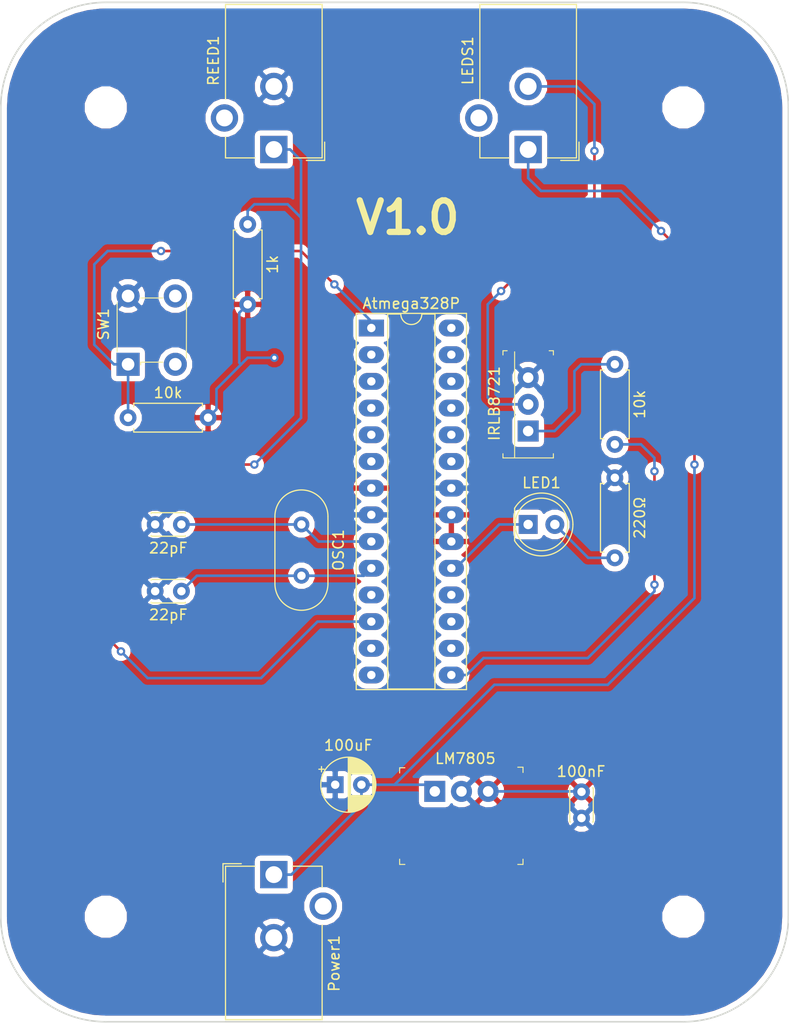
<source format=kicad_pcb>
(kicad_pcb (version 20171130) (host pcbnew "(5.0.1)-3")

  (general
    (thickness 1.6)
    (drawings 9)
    (tracks 104)
    (zones 0)
    (modules 21)
    (nets 30)
  )

  (page A4)
  (layers
    (0 F.Cu signal)
    (31 B.Cu signal)
    (32 B.Adhes user)
    (33 F.Adhes user)
    (34 B.Paste user)
    (35 F.Paste user)
    (36 B.SilkS user)
    (37 F.SilkS user)
    (38 B.Mask user)
    (39 F.Mask user)
    (40 Dwgs.User user)
    (41 Cmts.User user)
    (42 Eco1.User user)
    (43 Eco2.User user)
    (44 Edge.Cuts user)
    (45 Margin user)
    (46 B.CrtYd user)
    (47 F.CrtYd user)
    (48 B.Fab user)
    (49 F.Fab user)
  )

  (setup
    (last_trace_width 0.25)
    (trace_clearance 0.2)
    (zone_clearance 0.508)
    (zone_45_only no)
    (trace_min 0.2)
    (segment_width 0.2)
    (edge_width 0.15)
    (via_size 0.8)
    (via_drill 0.4)
    (via_min_size 0.4)
    (via_min_drill 0.3)
    (uvia_size 0.3)
    (uvia_drill 0.1)
    (uvias_allowed no)
    (uvia_min_size 0.2)
    (uvia_min_drill 0.1)
    (pcb_text_width 0.3)
    (pcb_text_size 1.5 1.5)
    (mod_edge_width 0.15)
    (mod_text_size 1 1)
    (mod_text_width 0.15)
    (pad_size 1.6 1.6)
    (pad_drill 0.4)
    (pad_to_mask_clearance 0.051)
    (solder_mask_min_width 0.25)
    (aux_axis_origin 0 0)
    (visible_elements 7FFFFFFF)
    (pcbplotparams
      (layerselection 0x010f0_ffffffff)
      (usegerberextensions false)
      (usegerberattributes false)
      (usegerberadvancedattributes false)
      (creategerberjobfile false)
      (excludeedgelayer false)
      (linewidth 0.200000)
      (plotframeref false)
      (viasonmask false)
      (mode 1)
      (useauxorigin false)
      (hpglpennumber 1)
      (hpglpenspeed 20)
      (hpglpendiameter 15.000000)
      (psnegative false)
      (psa4output false)
      (plotreference true)
      (plotvalue true)
      (plotinvisibletext false)
      (padsonsilk false)
      (subtractmaskfromsilk false)
      (outputformat 1)
      (mirror false)
      (drillshape 0)
      (scaleselection 1)
      (outputdirectory "C:/Users/John/Desktop/ClosetGlow3000/"))
  )

  (net 0 "")
  (net 1 GND)
  (net 2 +12V)
  (net 3 "Net-(C2-Pad1)")
  (net 4 "Net-(C3-Pad1)")
  (net 5 +5V)
  (net 6 "Net-(D1-Pad1)")
  (net 7 "Net-(D1-Pad2)")
  (net 8 "Net-(IC1-Pad1)")
  (net 9 "Net-(IC1-Pad2)")
  (net 10 "Net-(IC1-Pad16)")
  (net 11 "Net-(IC1-Pad3)")
  (net 12 "Net-(IC1-Pad17)")
  (net 13 "Net-(IC1-Pad4)")
  (net 14 "Net-(IC1-Pad18)")
  (net 15 "Net-(IC1-Pad6)")
  (net 16 "Net-(IC1-Pad23)")
  (net 17 "Net-(IC1-Pad24)")
  (net 18 "Net-(IC1-Pad11)")
  (net 19 "Net-(IC1-Pad25)")
  (net 20 "Net-(IC1-Pad12)")
  (net 21 "Net-(IC1-Pad26)")
  (net 22 "Net-(IC1-Pad13)")
  (net 23 "Net-(IC1-Pad27)")
  (net 24 "Net-(IC1-Pad14)")
  (net 25 "Net-(IC1-Pad28)")
  (net 26 "Net-(Q1-Pad1)")
  (net 27 "Net-(LEDS1-Pad2)")
  (net 28 /PWM)
  (net 29 "Net-(IC1-Pad5)")

  (net_class Default "This is the default net class."
    (clearance 0.2)
    (trace_width 0.25)
    (via_dia 0.8)
    (via_drill 0.4)
    (uvia_dia 0.3)
    (uvia_drill 0.1)
    (add_net +12V)
    (add_net +5V)
    (add_net /PWM)
    (add_net GND)
    (add_net "Net-(C2-Pad1)")
    (add_net "Net-(C3-Pad1)")
    (add_net "Net-(D1-Pad1)")
    (add_net "Net-(D1-Pad2)")
    (add_net "Net-(IC1-Pad1)")
    (add_net "Net-(IC1-Pad11)")
    (add_net "Net-(IC1-Pad12)")
    (add_net "Net-(IC1-Pad13)")
    (add_net "Net-(IC1-Pad14)")
    (add_net "Net-(IC1-Pad16)")
    (add_net "Net-(IC1-Pad17)")
    (add_net "Net-(IC1-Pad18)")
    (add_net "Net-(IC1-Pad2)")
    (add_net "Net-(IC1-Pad23)")
    (add_net "Net-(IC1-Pad24)")
    (add_net "Net-(IC1-Pad25)")
    (add_net "Net-(IC1-Pad26)")
    (add_net "Net-(IC1-Pad27)")
    (add_net "Net-(IC1-Pad28)")
    (add_net "Net-(IC1-Pad3)")
    (add_net "Net-(IC1-Pad4)")
    (add_net "Net-(IC1-Pad5)")
    (add_net "Net-(IC1-Pad6)")
    (add_net "Net-(LEDS1-Pad2)")
    (add_net "Net-(Q1-Pad1)")
  )

  (module MountingHole:MountingHole_3mm (layer F.Cu) (tedit 5BEF62E8) (tstamp 5BFC0924)
    (at 185 60)
    (descr "Mounting Hole 3mm, no annular")
    (tags "mounting hole 3mm no annular")
    (attr virtual)
    (fp_text reference REF** (at 0 -4) (layer F.SilkS) hide
      (effects (font (size 1 1) (thickness 0.15)))
    )
    (fp_text value MountingHole_3mm (at 0 4) (layer F.Fab)
      (effects (font (size 1 1) (thickness 0.15)))
    )
    (fp_text user %R (at 0.3 0) (layer F.Fab)
      (effects (font (size 1 1) (thickness 0.15)))
    )
    (fp_circle (center 0 0) (end 3 0) (layer Cmts.User) (width 0.15))
    (fp_circle (center 0 0) (end 3.25 0) (layer F.CrtYd) (width 0.05))
    (pad 1 np_thru_hole circle (at 0 0) (size 3 3) (drill 3) (layers *.Cu *.Mask))
  )

  (module MountingHole:MountingHole_3mm (layer F.Cu) (tedit 5BEF62E5) (tstamp 5BFC054E)
    (at 130 60)
    (descr "Mounting Hole 3mm, no annular")
    (tags "mounting hole 3mm no annular")
    (attr virtual)
    (fp_text reference REF** (at 0 -4) (layer F.SilkS) hide
      (effects (font (size 1 1) (thickness 0.15)))
    )
    (fp_text value MountingHole_3mm (at 0 4) (layer F.Fab)
      (effects (font (size 1 1) (thickness 0.15)))
    )
    (fp_circle (center 0 0) (end 3.25 0) (layer F.CrtYd) (width 0.05))
    (fp_circle (center 0 0) (end 3 0) (layer Cmts.User) (width 0.15))
    (fp_text user %R (at 0.3 0) (layer F.Fab)
      (effects (font (size 1 1) (thickness 0.15)))
    )
    (pad 1 np_thru_hole circle (at 0 0) (size 3 3) (drill 3) (layers *.Cu *.Mask))
  )

  (module MountingHole:MountingHole_3mm (layer F.Cu) (tedit 5BEF62E0) (tstamp 5BFBFDB4)
    (at 130 137)
    (descr "Mounting Hole 3mm, no annular")
    (tags "mounting hole 3mm no annular")
    (attr virtual)
    (fp_text reference REF** (at 0 -4) (layer F.SilkS) hide
      (effects (font (size 1 1) (thickness 0.15)))
    )
    (fp_text value MountingHole_3mm (at 0 4) (layer F.Fab)
      (effects (font (size 1 1) (thickness 0.15)))
    )
    (fp_text user %R (at 0.3 0) (layer F.Fab)
      (effects (font (size 1 1) (thickness 0.15)))
    )
    (fp_circle (center 0 0) (end 3 0) (layer Cmts.User) (width 0.15))
    (fp_circle (center 0 0) (end 3.25 0) (layer F.CrtYd) (width 0.05))
    (pad 1 np_thru_hole circle (at 0 0) (size 3 3) (drill 3) (layers *.Cu *.Mask))
  )

  (module Capacitor_THT:CP_Radial_D5.0mm_P2.50mm (layer F.Cu) (tedit 5BEF6311) (tstamp 5BEEDD5D)
    (at 151.845 124.445)
    (descr "CP, Radial series, Radial, pin pitch=2.50mm, , diameter=5mm, Electrolytic Capacitor")
    (tags "CP Radial series Radial pin pitch 2.50mm  diameter 5mm Electrolytic Capacitor")
    (path /5BDE62F1)
    (fp_text reference 100uF (at 1.25 -3.75) (layer F.SilkS)
      (effects (font (size 1 1) (thickness 0.15)))
    )
    (fp_text value 100uF (at 1.25 3.75) (layer F.Fab) hide
      (effects (font (size 1 1) (thickness 0.15)))
    )
    (fp_circle (center 1.25 0) (end 3.75 0) (layer F.Fab) (width 0.1))
    (fp_circle (center 1.25 0) (end 3.87 0) (layer F.SilkS) (width 0.12))
    (fp_circle (center 1.25 0) (end 4 0) (layer F.CrtYd) (width 0.05))
    (fp_line (start -0.883605 -1.0875) (end -0.383605 -1.0875) (layer F.Fab) (width 0.1))
    (fp_line (start -0.633605 -1.3375) (end -0.633605 -0.8375) (layer F.Fab) (width 0.1))
    (fp_line (start 1.25 -2.58) (end 1.25 2.58) (layer F.SilkS) (width 0.12))
    (fp_line (start 1.29 -2.58) (end 1.29 2.58) (layer F.SilkS) (width 0.12))
    (fp_line (start 1.33 -2.579) (end 1.33 2.579) (layer F.SilkS) (width 0.12))
    (fp_line (start 1.37 -2.578) (end 1.37 2.578) (layer F.SilkS) (width 0.12))
    (fp_line (start 1.41 -2.576) (end 1.41 2.576) (layer F.SilkS) (width 0.12))
    (fp_line (start 1.45 -2.573) (end 1.45 2.573) (layer F.SilkS) (width 0.12))
    (fp_line (start 1.49 -2.569) (end 1.49 -1.04) (layer F.SilkS) (width 0.12))
    (fp_line (start 1.49 1.04) (end 1.49 2.569) (layer F.SilkS) (width 0.12))
    (fp_line (start 1.53 -2.565) (end 1.53 -1.04) (layer F.SilkS) (width 0.12))
    (fp_line (start 1.53 1.04) (end 1.53 2.565) (layer F.SilkS) (width 0.12))
    (fp_line (start 1.57 -2.561) (end 1.57 -1.04) (layer F.SilkS) (width 0.12))
    (fp_line (start 1.57 1.04) (end 1.57 2.561) (layer F.SilkS) (width 0.12))
    (fp_line (start 1.61 -2.556) (end 1.61 -1.04) (layer F.SilkS) (width 0.12))
    (fp_line (start 1.61 1.04) (end 1.61 2.556) (layer F.SilkS) (width 0.12))
    (fp_line (start 1.65 -2.55) (end 1.65 -1.04) (layer F.SilkS) (width 0.12))
    (fp_line (start 1.65 1.04) (end 1.65 2.55) (layer F.SilkS) (width 0.12))
    (fp_line (start 1.69 -2.543) (end 1.69 -1.04) (layer F.SilkS) (width 0.12))
    (fp_line (start 1.69 1.04) (end 1.69 2.543) (layer F.SilkS) (width 0.12))
    (fp_line (start 1.73 -2.536) (end 1.73 -1.04) (layer F.SilkS) (width 0.12))
    (fp_line (start 1.73 1.04) (end 1.73 2.536) (layer F.SilkS) (width 0.12))
    (fp_line (start 1.77 -2.528) (end 1.77 -1.04) (layer F.SilkS) (width 0.12))
    (fp_line (start 1.77 1.04) (end 1.77 2.528) (layer F.SilkS) (width 0.12))
    (fp_line (start 1.81 -2.52) (end 1.81 -1.04) (layer F.SilkS) (width 0.12))
    (fp_line (start 1.81 1.04) (end 1.81 2.52) (layer F.SilkS) (width 0.12))
    (fp_line (start 1.85 -2.511) (end 1.85 -1.04) (layer F.SilkS) (width 0.12))
    (fp_line (start 1.85 1.04) (end 1.85 2.511) (layer F.SilkS) (width 0.12))
    (fp_line (start 1.89 -2.501) (end 1.89 -1.04) (layer F.SilkS) (width 0.12))
    (fp_line (start 1.89 1.04) (end 1.89 2.501) (layer F.SilkS) (width 0.12))
    (fp_line (start 1.93 -2.491) (end 1.93 -1.04) (layer F.SilkS) (width 0.12))
    (fp_line (start 1.93 1.04) (end 1.93 2.491) (layer F.SilkS) (width 0.12))
    (fp_line (start 1.971 -2.48) (end 1.971 -1.04) (layer F.SilkS) (width 0.12))
    (fp_line (start 1.971 1.04) (end 1.971 2.48) (layer F.SilkS) (width 0.12))
    (fp_line (start 2.011 -2.468) (end 2.011 -1.04) (layer F.SilkS) (width 0.12))
    (fp_line (start 2.011 1.04) (end 2.011 2.468) (layer F.SilkS) (width 0.12))
    (fp_line (start 2.051 -2.455) (end 2.051 -1.04) (layer F.SilkS) (width 0.12))
    (fp_line (start 2.051 1.04) (end 2.051 2.455) (layer F.SilkS) (width 0.12))
    (fp_line (start 2.091 -2.442) (end 2.091 -1.04) (layer F.SilkS) (width 0.12))
    (fp_line (start 2.091 1.04) (end 2.091 2.442) (layer F.SilkS) (width 0.12))
    (fp_line (start 2.131 -2.428) (end 2.131 -1.04) (layer F.SilkS) (width 0.12))
    (fp_line (start 2.131 1.04) (end 2.131 2.428) (layer F.SilkS) (width 0.12))
    (fp_line (start 2.171 -2.414) (end 2.171 -1.04) (layer F.SilkS) (width 0.12))
    (fp_line (start 2.171 1.04) (end 2.171 2.414) (layer F.SilkS) (width 0.12))
    (fp_line (start 2.211 -2.398) (end 2.211 -1.04) (layer F.SilkS) (width 0.12))
    (fp_line (start 2.211 1.04) (end 2.211 2.398) (layer F.SilkS) (width 0.12))
    (fp_line (start 2.251 -2.382) (end 2.251 -1.04) (layer F.SilkS) (width 0.12))
    (fp_line (start 2.251 1.04) (end 2.251 2.382) (layer F.SilkS) (width 0.12))
    (fp_line (start 2.291 -2.365) (end 2.291 -1.04) (layer F.SilkS) (width 0.12))
    (fp_line (start 2.291 1.04) (end 2.291 2.365) (layer F.SilkS) (width 0.12))
    (fp_line (start 2.331 -2.348) (end 2.331 -1.04) (layer F.SilkS) (width 0.12))
    (fp_line (start 2.331 1.04) (end 2.331 2.348) (layer F.SilkS) (width 0.12))
    (fp_line (start 2.371 -2.329) (end 2.371 -1.04) (layer F.SilkS) (width 0.12))
    (fp_line (start 2.371 1.04) (end 2.371 2.329) (layer F.SilkS) (width 0.12))
    (fp_line (start 2.411 -2.31) (end 2.411 -1.04) (layer F.SilkS) (width 0.12))
    (fp_line (start 2.411 1.04) (end 2.411 2.31) (layer F.SilkS) (width 0.12))
    (fp_line (start 2.451 -2.29) (end 2.451 -1.04) (layer F.SilkS) (width 0.12))
    (fp_line (start 2.451 1.04) (end 2.451 2.29) (layer F.SilkS) (width 0.12))
    (fp_line (start 2.491 -2.268) (end 2.491 -1.04) (layer F.SilkS) (width 0.12))
    (fp_line (start 2.491 1.04) (end 2.491 2.268) (layer F.SilkS) (width 0.12))
    (fp_line (start 2.531 -2.247) (end 2.531 -1.04) (layer F.SilkS) (width 0.12))
    (fp_line (start 2.531 1.04) (end 2.531 2.247) (layer F.SilkS) (width 0.12))
    (fp_line (start 2.571 -2.224) (end 2.571 -1.04) (layer F.SilkS) (width 0.12))
    (fp_line (start 2.571 1.04) (end 2.571 2.224) (layer F.SilkS) (width 0.12))
    (fp_line (start 2.611 -2.2) (end 2.611 -1.04) (layer F.SilkS) (width 0.12))
    (fp_line (start 2.611 1.04) (end 2.611 2.2) (layer F.SilkS) (width 0.12))
    (fp_line (start 2.651 -2.175) (end 2.651 -1.04) (layer F.SilkS) (width 0.12))
    (fp_line (start 2.651 1.04) (end 2.651 2.175) (layer F.SilkS) (width 0.12))
    (fp_line (start 2.691 -2.149) (end 2.691 -1.04) (layer F.SilkS) (width 0.12))
    (fp_line (start 2.691 1.04) (end 2.691 2.149) (layer F.SilkS) (width 0.12))
    (fp_line (start 2.731 -2.122) (end 2.731 -1.04) (layer F.SilkS) (width 0.12))
    (fp_line (start 2.731 1.04) (end 2.731 2.122) (layer F.SilkS) (width 0.12))
    (fp_line (start 2.771 -2.095) (end 2.771 -1.04) (layer F.SilkS) (width 0.12))
    (fp_line (start 2.771 1.04) (end 2.771 2.095) (layer F.SilkS) (width 0.12))
    (fp_line (start 2.811 -2.065) (end 2.811 -1.04) (layer F.SilkS) (width 0.12))
    (fp_line (start 2.811 1.04) (end 2.811 2.065) (layer F.SilkS) (width 0.12))
    (fp_line (start 2.851 -2.035) (end 2.851 -1.04) (layer F.SilkS) (width 0.12))
    (fp_line (start 2.851 1.04) (end 2.851 2.035) (layer F.SilkS) (width 0.12))
    (fp_line (start 2.891 -2.004) (end 2.891 -1.04) (layer F.SilkS) (width 0.12))
    (fp_line (start 2.891 1.04) (end 2.891 2.004) (layer F.SilkS) (width 0.12))
    (fp_line (start 2.931 -1.971) (end 2.931 -1.04) (layer F.SilkS) (width 0.12))
    (fp_line (start 2.931 1.04) (end 2.931 1.971) (layer F.SilkS) (width 0.12))
    (fp_line (start 2.971 -1.937) (end 2.971 -1.04) (layer F.SilkS) (width 0.12))
    (fp_line (start 2.971 1.04) (end 2.971 1.937) (layer F.SilkS) (width 0.12))
    (fp_line (start 3.011 -1.901) (end 3.011 -1.04) (layer F.SilkS) (width 0.12))
    (fp_line (start 3.011 1.04) (end 3.011 1.901) (layer F.SilkS) (width 0.12))
    (fp_line (start 3.051 -1.864) (end 3.051 -1.04) (layer F.SilkS) (width 0.12))
    (fp_line (start 3.051 1.04) (end 3.051 1.864) (layer F.SilkS) (width 0.12))
    (fp_line (start 3.091 -1.826) (end 3.091 -1.04) (layer F.SilkS) (width 0.12))
    (fp_line (start 3.091 1.04) (end 3.091 1.826) (layer F.SilkS) (width 0.12))
    (fp_line (start 3.131 -1.785) (end 3.131 -1.04) (layer F.SilkS) (width 0.12))
    (fp_line (start 3.131 1.04) (end 3.131 1.785) (layer F.SilkS) (width 0.12))
    (fp_line (start 3.171 -1.743) (end 3.171 -1.04) (layer F.SilkS) (width 0.12))
    (fp_line (start 3.171 1.04) (end 3.171 1.743) (layer F.SilkS) (width 0.12))
    (fp_line (start 3.211 -1.699) (end 3.211 -1.04) (layer F.SilkS) (width 0.12))
    (fp_line (start 3.211 1.04) (end 3.211 1.699) (layer F.SilkS) (width 0.12))
    (fp_line (start 3.251 -1.653) (end 3.251 -1.04) (layer F.SilkS) (width 0.12))
    (fp_line (start 3.251 1.04) (end 3.251 1.653) (layer F.SilkS) (width 0.12))
    (fp_line (start 3.291 -1.605) (end 3.291 -1.04) (layer F.SilkS) (width 0.12))
    (fp_line (start 3.291 1.04) (end 3.291 1.605) (layer F.SilkS) (width 0.12))
    (fp_line (start 3.331 -1.554) (end 3.331 -1.04) (layer F.SilkS) (width 0.12))
    (fp_line (start 3.331 1.04) (end 3.331 1.554) (layer F.SilkS) (width 0.12))
    (fp_line (start 3.371 -1.5) (end 3.371 -1.04) (layer F.SilkS) (width 0.12))
    (fp_line (start 3.371 1.04) (end 3.371 1.5) (layer F.SilkS) (width 0.12))
    (fp_line (start 3.411 -1.443) (end 3.411 -1.04) (layer F.SilkS) (width 0.12))
    (fp_line (start 3.411 1.04) (end 3.411 1.443) (layer F.SilkS) (width 0.12))
    (fp_line (start 3.451 -1.383) (end 3.451 -1.04) (layer F.SilkS) (width 0.12))
    (fp_line (start 3.451 1.04) (end 3.451 1.383) (layer F.SilkS) (width 0.12))
    (fp_line (start 3.491 -1.319) (end 3.491 -1.04) (layer F.SilkS) (width 0.12))
    (fp_line (start 3.491 1.04) (end 3.491 1.319) (layer F.SilkS) (width 0.12))
    (fp_line (start 3.531 -1.251) (end 3.531 -1.04) (layer F.SilkS) (width 0.12))
    (fp_line (start 3.531 1.04) (end 3.531 1.251) (layer F.SilkS) (width 0.12))
    (fp_line (start 3.571 -1.178) (end 3.571 1.178) (layer F.SilkS) (width 0.12))
    (fp_line (start 3.611 -1.098) (end 3.611 1.098) (layer F.SilkS) (width 0.12))
    (fp_line (start 3.651 -1.011) (end 3.651 1.011) (layer F.SilkS) (width 0.12))
    (fp_line (start 3.691 -0.915) (end 3.691 0.915) (layer F.SilkS) (width 0.12))
    (fp_line (start 3.731 -0.805) (end 3.731 0.805) (layer F.SilkS) (width 0.12))
    (fp_line (start 3.771 -0.677) (end 3.771 0.677) (layer F.SilkS) (width 0.12))
    (fp_line (start 3.811 -0.518) (end 3.811 0.518) (layer F.SilkS) (width 0.12))
    (fp_line (start 3.851 -0.284) (end 3.851 0.284) (layer F.SilkS) (width 0.12))
    (fp_line (start -1.554775 -1.475) (end -1.054775 -1.475) (layer F.SilkS) (width 0.12))
    (fp_line (start -1.304775 -1.725) (end -1.304775 -1.225) (layer F.SilkS) (width 0.12))
    (fp_text user %R (at 1.25 0) (layer F.Fab)
      (effects (font (size 1 1) (thickness 0.15)))
    )
    (pad 1 thru_hole rect (at 0 0) (size 1.6 1.6) (drill 0.8) (layers *.Cu *.Mask)
      (net 1 GND))
    (pad 2 thru_hole circle (at 2.5 0) (size 1.6 1.6) (drill 0.8) (layers *.Cu *.Mask)
      (net 2 +12V))
    (model ${KISYS3DMOD}/Capacitor_THT.3dshapes/CP_Radial_D5.0mm_P2.50mm.wrl
      (at (xyz 0 0 0))
      (scale (xyz 1 1 1))
      (rotate (xyz 0 0 0))
    )
  )

  (module Capacitor_THT:C_Disc_D3.0mm_W2.0mm_P2.50mm (layer F.Cu) (tedit 5BEF634B) (tstamp 5BEEDD72)
    (at 137.2 99.68 180)
    (descr "C, Disc series, Radial, pin pitch=2.50mm, , diameter*width=3*2mm^2, Capacitor")
    (tags "C Disc series Radial pin pitch 2.50mm  diameter 3mm width 2mm Capacitor")
    (path /5BDE009C)
    (fp_text reference 22pF (at 1.25 -2.25 180) (layer F.SilkS)
      (effects (font (size 1 1) (thickness 0.15)))
    )
    (fp_text value 22pF (at 1.25 2.25 180) (layer F.Fab)
      (effects (font (size 1 1) (thickness 0.15)))
    )
    (fp_line (start -0.25 -1) (end -0.25 1) (layer F.Fab) (width 0.1))
    (fp_line (start -0.25 1) (end 2.75 1) (layer F.Fab) (width 0.1))
    (fp_line (start 2.75 1) (end 2.75 -1) (layer F.Fab) (width 0.1))
    (fp_line (start 2.75 -1) (end -0.25 -1) (layer F.Fab) (width 0.1))
    (fp_line (start -0.37 -1.12) (end 2.87 -1.12) (layer F.SilkS) (width 0.12))
    (fp_line (start -0.37 1.12) (end 2.87 1.12) (layer F.SilkS) (width 0.12))
    (fp_line (start -0.37 -1.12) (end -0.37 -1.055) (layer F.SilkS) (width 0.12))
    (fp_line (start -0.37 1.055) (end -0.37 1.12) (layer F.SilkS) (width 0.12))
    (fp_line (start 2.87 -1.12) (end 2.87 -1.055) (layer F.SilkS) (width 0.12))
    (fp_line (start 2.87 1.055) (end 2.87 1.12) (layer F.SilkS) (width 0.12))
    (fp_line (start -1.05 -1.25) (end -1.05 1.25) (layer F.CrtYd) (width 0.05))
    (fp_line (start -1.05 1.25) (end 3.55 1.25) (layer F.CrtYd) (width 0.05))
    (fp_line (start 3.55 1.25) (end 3.55 -1.25) (layer F.CrtYd) (width 0.05))
    (fp_line (start 3.55 -1.25) (end -1.05 -1.25) (layer F.CrtYd) (width 0.05))
    (fp_text user %R (at 1.25 0 180) (layer F.Fab)
      (effects (font (size 0.6 0.6) (thickness 0.09)))
    )
    (pad 1 thru_hole circle (at 0 0 180) (size 1.6 1.6) (drill 0.8) (layers *.Cu *.Mask)
      (net 3 "Net-(C2-Pad1)"))
    (pad 2 thru_hole circle (at 2.5 0 180) (size 1.6 1.6) (drill 0.8) (layers *.Cu *.Mask)
      (net 1 GND))
    (model ${KISYS3DMOD}/Capacitor_THT.3dshapes/C_Disc_D3.0mm_W2.0mm_P2.50mm.wrl
      (at (xyz 0 0 0))
      (scale (xyz 1 1 1))
      (rotate (xyz 0 0 0))
    )
  )

  (module Capacitor_THT:C_Disc_D3.0mm_W2.0mm_P2.50mm (layer F.Cu) (tedit 5BEF6346) (tstamp 5BFC1A33)
    (at 137.2 106.03 180)
    (descr "C, Disc series, Radial, pin pitch=2.50mm, , diameter*width=3*2mm^2, Capacitor")
    (tags "C Disc series Radial pin pitch 2.50mm  diameter 3mm width 2mm Capacitor")
    (path /5BDE0D09)
    (fp_text reference 22pF (at 1.25 -2.25 180) (layer F.SilkS)
      (effects (font (size 1 1) (thickness 0.15)))
    )
    (fp_text value 22pF (at 1.25 2.25 180) (layer F.Fab)
      (effects (font (size 1 1) (thickness 0.15)))
    )
    (fp_line (start -0.25 -1) (end -0.25 1) (layer F.Fab) (width 0.1))
    (fp_line (start -0.25 1) (end 2.75 1) (layer F.Fab) (width 0.1))
    (fp_line (start 2.75 1) (end 2.75 -1) (layer F.Fab) (width 0.1))
    (fp_line (start 2.75 -1) (end -0.25 -1) (layer F.Fab) (width 0.1))
    (fp_line (start -0.37 -1.12) (end 2.87 -1.12) (layer F.SilkS) (width 0.12))
    (fp_line (start -0.37 1.12) (end 2.87 1.12) (layer F.SilkS) (width 0.12))
    (fp_line (start -0.37 -1.12) (end -0.37 -1.055) (layer F.SilkS) (width 0.12))
    (fp_line (start -0.37 1.055) (end -0.37 1.12) (layer F.SilkS) (width 0.12))
    (fp_line (start 2.87 -1.12) (end 2.87 -1.055) (layer F.SilkS) (width 0.12))
    (fp_line (start 2.87 1.055) (end 2.87 1.12) (layer F.SilkS) (width 0.12))
    (fp_line (start -1.05 -1.25) (end -1.05 1.25) (layer F.CrtYd) (width 0.05))
    (fp_line (start -1.05 1.25) (end 3.55 1.25) (layer F.CrtYd) (width 0.05))
    (fp_line (start 3.55 1.25) (end 3.55 -1.25) (layer F.CrtYd) (width 0.05))
    (fp_line (start 3.55 -1.25) (end -1.05 -1.25) (layer F.CrtYd) (width 0.05))
    (fp_text user %R (at 1.25 0 180) (layer F.Fab)
      (effects (font (size 0.6 0.6) (thickness 0.09)))
    )
    (pad 1 thru_hole circle (at 0 0 180) (size 1.6 1.6) (drill 0.8) (layers *.Cu *.Mask)
      (net 4 "Net-(C3-Pad1)"))
    (pad 2 thru_hole circle (at 2.5 0 180) (size 1.6 1.6) (drill 0.8) (layers *.Cu *.Mask)
      (net 1 GND))
    (model ${KISYS3DMOD}/Capacitor_THT.3dshapes/C_Disc_D3.0mm_W2.0mm_P2.50mm.wrl
      (at (xyz 0 0 0))
      (scale (xyz 1 1 1))
      (rotate (xyz 0 0 0))
    )
  )

  (module Capacitor_THT:C_Disc_D3.0mm_W2.0mm_P2.50mm (layer F.Cu) (tedit 5BEF6328) (tstamp 5BEEDD9C)
    (at 175.3 127.62 90)
    (descr "C, Disc series, Radial, pin pitch=2.50mm, , diameter*width=3*2mm^2, Capacitor")
    (tags "C Disc series Radial pin pitch 2.50mm  diameter 3mm width 2mm Capacitor")
    (path /5BDE6367)
    (fp_text reference 100nF (at 4.43 -0.04 180) (layer F.SilkS)
      (effects (font (size 1 1) (thickness 0.15)))
    )
    (fp_text value 100nF (at 1.25 2.25 90) (layer F.Fab)
      (effects (font (size 1 1) (thickness 0.15)))
    )
    (fp_text user %R (at 1.25 0 90) (layer F.Fab)
      (effects (font (size 0.6 0.6) (thickness 0.09)))
    )
    (fp_line (start 3.55 -1.25) (end -1.05 -1.25) (layer F.CrtYd) (width 0.05))
    (fp_line (start 3.55 1.25) (end 3.55 -1.25) (layer F.CrtYd) (width 0.05))
    (fp_line (start -1.05 1.25) (end 3.55 1.25) (layer F.CrtYd) (width 0.05))
    (fp_line (start -1.05 -1.25) (end -1.05 1.25) (layer F.CrtYd) (width 0.05))
    (fp_line (start 2.87 1.055) (end 2.87 1.12) (layer F.SilkS) (width 0.12))
    (fp_line (start 2.87 -1.12) (end 2.87 -1.055) (layer F.SilkS) (width 0.12))
    (fp_line (start -0.37 1.055) (end -0.37 1.12) (layer F.SilkS) (width 0.12))
    (fp_line (start -0.37 -1.12) (end -0.37 -1.055) (layer F.SilkS) (width 0.12))
    (fp_line (start -0.37 1.12) (end 2.87 1.12) (layer F.SilkS) (width 0.12))
    (fp_line (start -0.37 -1.12) (end 2.87 -1.12) (layer F.SilkS) (width 0.12))
    (fp_line (start 2.75 -1) (end -0.25 -1) (layer F.Fab) (width 0.1))
    (fp_line (start 2.75 1) (end 2.75 -1) (layer F.Fab) (width 0.1))
    (fp_line (start -0.25 1) (end 2.75 1) (layer F.Fab) (width 0.1))
    (fp_line (start -0.25 -1) (end -0.25 1) (layer F.Fab) (width 0.1))
    (pad 2 thru_hole circle (at 2.5 0 90) (size 1.6 1.6) (drill 0.8) (layers *.Cu *.Mask)
      (net 5 +5V))
    (pad 1 thru_hole circle (at 0 0 90) (size 1.6 1.6) (drill 0.8) (layers *.Cu *.Mask)
      (net 1 GND))
    (model ${KISYS3DMOD}/Capacitor_THT.3dshapes/C_Disc_D3.0mm_W2.0mm_P2.50mm.wrl
      (at (xyz 0 0 0))
      (scale (xyz 1 1 1))
      (rotate (xyz 0 0 0))
    )
  )

  (module LED_THT:LED_D5.0mm (layer F.Cu) (tedit 5BEF6395) (tstamp 5BEEDDAE)
    (at 170.22 99.68)
    (descr "LED, diameter 5.0mm, 2 pins, http://cdn-reichelt.de/documents/datenblatt/A500/LL-504BC2E-009.pdf")
    (tags "LED diameter 5.0mm 2 pins")
    (path /5BDE4922)
    (fp_text reference LED1 (at 1.27 -3.96) (layer F.SilkS)
      (effects (font (size 1 1) (thickness 0.15)))
    )
    (fp_text value LED (at 1.27 3.96) (layer F.Fab)
      (effects (font (size 1 1) (thickness 0.15)))
    )
    (fp_arc (start 1.27 0) (end -1.23 -1.469694) (angle 299.1) (layer F.Fab) (width 0.1))
    (fp_arc (start 1.27 0) (end -1.29 -1.54483) (angle 148.9) (layer F.SilkS) (width 0.12))
    (fp_arc (start 1.27 0) (end -1.29 1.54483) (angle -148.9) (layer F.SilkS) (width 0.12))
    (fp_circle (center 1.27 0) (end 3.77 0) (layer F.Fab) (width 0.1))
    (fp_circle (center 1.27 0) (end 3.77 0) (layer F.SilkS) (width 0.12))
    (fp_line (start -1.23 -1.469694) (end -1.23 1.469694) (layer F.Fab) (width 0.1))
    (fp_line (start -1.29 -1.545) (end -1.29 1.545) (layer F.SilkS) (width 0.12))
    (fp_line (start -1.95 -3.25) (end -1.95 3.25) (layer F.CrtYd) (width 0.05))
    (fp_line (start -1.95 3.25) (end 4.5 3.25) (layer F.CrtYd) (width 0.05))
    (fp_line (start 4.5 3.25) (end 4.5 -3.25) (layer F.CrtYd) (width 0.05))
    (fp_line (start 4.5 -3.25) (end -1.95 -3.25) (layer F.CrtYd) (width 0.05))
    (fp_text user %R (at 1.25 0) (layer F.Fab)
      (effects (font (size 0.8 0.8) (thickness 0.2)))
    )
    (pad 1 thru_hole rect (at 0 0) (size 1.8 1.8) (drill 0.9) (layers *.Cu *.Mask)
      (net 6 "Net-(D1-Pad1)"))
    (pad 2 thru_hole circle (at 2.54 0) (size 1.8 1.8) (drill 0.9) (layers *.Cu *.Mask)
      (net 7 "Net-(D1-Pad2)"))
    (model ${KISYS3DMOD}/LED_THT.3dshapes/LED_D5.0mm.wrl
      (at (xyz 0 0 0))
      (scale (xyz 1 1 1))
      (rotate (xyz 0 0 0))
    )
  )

  (module Package_DIP:DIP-28_W7.62mm_Socket_LongPads (layer F.Cu) (tedit 5BEF6387) (tstamp 5BEEDDE6)
    (at 155.285001 80.985001)
    (descr "28-lead though-hole mounted DIP package, row spacing 7.62 mm (300 mils), Socket, LongPads")
    (tags "THT DIP DIL PDIP 2.54mm 7.62mm 300mil Socket LongPads")
    (path /5BDDFF1F)
    (fp_text reference Atmega328P (at 3.81 -2.33) (layer F.SilkS)
      (effects (font (size 1 1) (thickness 0.15)))
    )
    (fp_text value ATMEGA328P-PDIP (at 3.81 35.35) (layer F.Fab)
      (effects (font (size 1 1) (thickness 0.15)))
    )
    (fp_arc (start 3.81 -1.33) (end 2.81 -1.33) (angle -180) (layer F.SilkS) (width 0.12))
    (fp_line (start 1.635 -1.27) (end 6.985 -1.27) (layer F.Fab) (width 0.1))
    (fp_line (start 6.985 -1.27) (end 6.985 34.29) (layer F.Fab) (width 0.1))
    (fp_line (start 6.985 34.29) (end 0.635 34.29) (layer F.Fab) (width 0.1))
    (fp_line (start 0.635 34.29) (end 0.635 -0.27) (layer F.Fab) (width 0.1))
    (fp_line (start 0.635 -0.27) (end 1.635 -1.27) (layer F.Fab) (width 0.1))
    (fp_line (start -1.27 -1.33) (end -1.27 34.35) (layer F.Fab) (width 0.1))
    (fp_line (start -1.27 34.35) (end 8.89 34.35) (layer F.Fab) (width 0.1))
    (fp_line (start 8.89 34.35) (end 8.89 -1.33) (layer F.Fab) (width 0.1))
    (fp_line (start 8.89 -1.33) (end -1.27 -1.33) (layer F.Fab) (width 0.1))
    (fp_line (start 2.81 -1.33) (end 1.56 -1.33) (layer F.SilkS) (width 0.12))
    (fp_line (start 1.56 -1.33) (end 1.56 34.35) (layer F.SilkS) (width 0.12))
    (fp_line (start 1.56 34.35) (end 6.06 34.35) (layer F.SilkS) (width 0.12))
    (fp_line (start 6.06 34.35) (end 6.06 -1.33) (layer F.SilkS) (width 0.12))
    (fp_line (start 6.06 -1.33) (end 4.81 -1.33) (layer F.SilkS) (width 0.12))
    (fp_line (start -1.44 -1.39) (end -1.44 34.41) (layer F.SilkS) (width 0.12))
    (fp_line (start -1.44 34.41) (end 9.06 34.41) (layer F.SilkS) (width 0.12))
    (fp_line (start 9.06 34.41) (end 9.06 -1.39) (layer F.SilkS) (width 0.12))
    (fp_line (start 9.06 -1.39) (end -1.44 -1.39) (layer F.SilkS) (width 0.12))
    (fp_line (start -1.55 -1.6) (end -1.55 34.65) (layer F.CrtYd) (width 0.05))
    (fp_line (start -1.55 34.65) (end 9.15 34.65) (layer F.CrtYd) (width 0.05))
    (fp_line (start 9.15 34.65) (end 9.15 -1.6) (layer F.CrtYd) (width 0.05))
    (fp_line (start 9.15 -1.6) (end -1.55 -1.6) (layer F.CrtYd) (width 0.05))
    (fp_text user %R (at 3.81 16.51) (layer F.Fab)
      (effects (font (size 1 1) (thickness 0.15)))
    )
    (pad 1 thru_hole rect (at 0 0) (size 2.4 1.6) (drill 0.8) (layers *.Cu *.Mask)
      (net 8 "Net-(IC1-Pad1)"))
    (pad 15 thru_hole oval (at 7.62 33.02) (size 2.4 1.6) (drill 0.8) (layers *.Cu *.Mask)
      (net 28 /PWM))
    (pad 2 thru_hole oval (at 0 2.54) (size 2.4 1.6) (drill 0.8) (layers *.Cu *.Mask)
      (net 9 "Net-(IC1-Pad2)"))
    (pad 16 thru_hole oval (at 7.62 30.48) (size 2.4 1.6) (drill 0.8) (layers *.Cu *.Mask)
      (net 10 "Net-(IC1-Pad16)"))
    (pad 3 thru_hole oval (at 0 5.08) (size 2.4 1.6) (drill 0.8) (layers *.Cu *.Mask)
      (net 11 "Net-(IC1-Pad3)"))
    (pad 17 thru_hole oval (at 7.62 27.94) (size 2.4 1.6) (drill 0.8) (layers *.Cu *.Mask)
      (net 12 "Net-(IC1-Pad17)"))
    (pad 4 thru_hole oval (at 0 7.62) (size 2.4 1.6) (drill 0.8) (layers *.Cu *.Mask)
      (net 13 "Net-(IC1-Pad4)"))
    (pad 18 thru_hole oval (at 7.62 25.4) (size 2.4 1.6) (drill 0.8) (layers *.Cu *.Mask)
      (net 14 "Net-(IC1-Pad18)"))
    (pad 5 thru_hole oval (at 0 10.16) (size 2.4 1.6) (drill 0.8) (layers *.Cu *.Mask)
      (net 29 "Net-(IC1-Pad5)"))
    (pad 19 thru_hole oval (at 7.62 22.86) (size 2.4 1.6) (drill 0.8) (layers *.Cu *.Mask)
      (net 6 "Net-(D1-Pad1)"))
    (pad 6 thru_hole oval (at 0 12.7) (size 2.4 1.6) (drill 0.8) (layers *.Cu *.Mask)
      (net 15 "Net-(IC1-Pad6)"))
    (pad 20 thru_hole oval (at 7.62 20.32) (size 2.4 1.6) (drill 0.8) (layers *.Cu *.Mask)
      (net 5 +5V))
    (pad 7 thru_hole oval (at 0 15.24) (size 2.4 1.6) (drill 0.8) (layers *.Cu *.Mask)
      (net 5 +5V))
    (pad 21 thru_hole oval (at 7.62 17.78) (size 2.4 1.6) (drill 0.8) (layers *.Cu *.Mask)
      (net 5 +5V))
    (pad 8 thru_hole oval (at 0 17.78) (size 2.4 1.6) (drill 0.8) (layers *.Cu *.Mask)
      (net 1 GND))
    (pad 22 thru_hole oval (at 7.62 15.24) (size 2.4 1.6) (drill 0.8) (layers *.Cu *.Mask)
      (net 1 GND))
    (pad 9 thru_hole oval (at 0 20.32) (size 2.4 1.6) (drill 0.8) (layers *.Cu *.Mask)
      (net 3 "Net-(C2-Pad1)"))
    (pad 23 thru_hole oval (at 7.62 12.7) (size 2.4 1.6) (drill 0.8) (layers *.Cu *.Mask)
      (net 16 "Net-(IC1-Pad23)"))
    (pad 10 thru_hole oval (at 0 22.86) (size 2.4 1.6) (drill 0.8) (layers *.Cu *.Mask)
      (net 4 "Net-(C3-Pad1)"))
    (pad 24 thru_hole oval (at 7.62 10.16) (size 2.4 1.6) (drill 0.8) (layers *.Cu *.Mask)
      (net 17 "Net-(IC1-Pad24)"))
    (pad 11 thru_hole oval (at 0 25.4) (size 2.4 1.6) (drill 0.8) (layers *.Cu *.Mask)
      (net 18 "Net-(IC1-Pad11)"))
    (pad 25 thru_hole oval (at 7.62 7.62) (size 2.4 1.6) (drill 0.8) (layers *.Cu *.Mask)
      (net 19 "Net-(IC1-Pad25)"))
    (pad 12 thru_hole oval (at 0 27.94) (size 2.4 1.6) (drill 0.8) (layers *.Cu *.Mask)
      (net 20 "Net-(IC1-Pad12)"))
    (pad 26 thru_hole oval (at 7.62 5.08) (size 2.4 1.6) (drill 0.8) (layers *.Cu *.Mask)
      (net 21 "Net-(IC1-Pad26)"))
    (pad 13 thru_hole oval (at 0 30.48) (size 2.4 1.6) (drill 0.8) (layers *.Cu *.Mask)
      (net 22 "Net-(IC1-Pad13)"))
    (pad 27 thru_hole oval (at 7.62 2.54) (size 2.4 1.6) (drill 0.8) (layers *.Cu *.Mask)
      (net 23 "Net-(IC1-Pad27)"))
    (pad 14 thru_hole oval (at 0 33.02) (size 2.4 1.6) (drill 0.8) (layers *.Cu *.Mask)
      (net 24 "Net-(IC1-Pad14)"))
    (pad 28 thru_hole oval (at 7.62 0) (size 2.4 1.6) (drill 0.8) (layers *.Cu *.Mask)
      (net 25 "Net-(IC1-Pad28)"))
    (model ${KISYS3DMOD}/Package_DIP.3dshapes/DIP-28_W7.62mm_Socket.wrl
      (at (xyz 0 0 0))
      (scale (xyz 1 1 1))
      (rotate (xyz 0 0 0))
    )
  )

  (module Connector_BarrelJack:BarrelJack_CUI_PJ-102AH_Horizontal (layer F.Cu) (tedit 5A1DBF38) (tstamp 5BEEDE08)
    (at 170.22 64 180)
    (descr "Thin-pin DC Barrel Jack, https://cdn-shop.adafruit.com/datasheets/21mmdcjackDatasheet.pdf")
    (tags "Power Jack")
    (path /5BDF47A5)
    (fp_text reference LEDS1 (at 5.75 8.45 270) (layer F.SilkS)
      (effects (font (size 1 1) (thickness 0.15)))
    )
    (fp_text value Barrel_Jack (at -5.5 6.2 270) (layer F.Fab)
      (effects (font (size 1 1) (thickness 0.15)))
    )
    (fp_text user %R (at 0 6.5 180) (layer F.Fab)
      (effects (font (size 1 1) (thickness 0.15)))
    )
    (fp_line (start 1.8 -1.8) (end 1.8 -1.2) (layer F.CrtYd) (width 0.05))
    (fp_line (start 1.8 -1.2) (end 5 -1.2) (layer F.CrtYd) (width 0.05))
    (fp_line (start 5 -1.2) (end 5 1.2) (layer F.CrtYd) (width 0.05))
    (fp_line (start 5 1.2) (end 6.5 1.2) (layer F.CrtYd) (width 0.05))
    (fp_line (start 6.5 1.2) (end 6.5 4.8) (layer F.CrtYd) (width 0.05))
    (fp_line (start 6.5 4.8) (end 5 4.8) (layer F.CrtYd) (width 0.05))
    (fp_line (start 5 4.8) (end 5 14.2) (layer F.CrtYd) (width 0.05))
    (fp_line (start 5 14.2) (end -5 14.2) (layer F.CrtYd) (width 0.05))
    (fp_line (start -5 14.2) (end -5 -1.2) (layer F.CrtYd) (width 0.05))
    (fp_line (start -5 -1.2) (end -1.8 -1.2) (layer F.CrtYd) (width 0.05))
    (fp_line (start -1.8 -1.2) (end -1.8 -1.8) (layer F.CrtYd) (width 0.05))
    (fp_line (start -1.8 -1.8) (end 1.8 -1.8) (layer F.CrtYd) (width 0.05))
    (fp_line (start 4.6 4.8) (end 4.6 13.8) (layer F.SilkS) (width 0.12))
    (fp_line (start 4.6 13.8) (end -4.6 13.8) (layer F.SilkS) (width 0.12))
    (fp_line (start -4.6 13.8) (end -4.6 -0.8) (layer F.SilkS) (width 0.12))
    (fp_line (start -4.6 -0.8) (end -1.8 -0.8) (layer F.SilkS) (width 0.12))
    (fp_line (start 1.8 -0.8) (end 4.6 -0.8) (layer F.SilkS) (width 0.12))
    (fp_line (start 4.6 -0.8) (end 4.6 1.2) (layer F.SilkS) (width 0.12))
    (fp_line (start -4.84 0.7) (end -4.84 -1.04) (layer F.SilkS) (width 0.12))
    (fp_line (start -4.84 -1.04) (end -3.1 -1.04) (layer F.SilkS) (width 0.12))
    (fp_line (start 4.5 -0.7) (end 4.5 13.7) (layer F.Fab) (width 0.1))
    (fp_line (start 4.5 13.7) (end -4.5 13.7) (layer F.Fab) (width 0.1))
    (fp_line (start -4.5 13.7) (end -4.5 0.3) (layer F.Fab) (width 0.1))
    (fp_line (start -4.5 0.3) (end -3.5 -0.7) (layer F.Fab) (width 0.1))
    (fp_line (start -3.5 -0.7) (end 4.5 -0.7) (layer F.Fab) (width 0.1))
    (fp_line (start -4.5 10.2) (end 4.5 10.2) (layer F.Fab) (width 0.1))
    (pad 1 thru_hole rect (at 0 0 180) (size 2.6 2.6) (drill 1.6) (layers *.Cu *.Mask)
      (net 2 +12V))
    (pad 2 thru_hole circle (at 0 6 180) (size 2.6 2.6) (drill 1.6) (layers *.Cu *.Mask)
      (net 27 "Net-(LEDS1-Pad2)"))
    (pad 3 thru_hole circle (at 4.7 3 180) (size 2.6 2.6) (drill 1.6) (layers *.Cu *.Mask))
    (model ${KISYS3DMOD}/Connector_BarrelJack.3dshapes/BarrelJack_CUI_PJ-102AH_Horizontal.wrl
      (at (xyz 0 0 0))
      (scale (xyz 1 1 1))
      (rotate (xyz 0 0 0))
    )
  )

  (module Connector_BarrelJack:BarrelJack_CUI_PJ-102AH_Horizontal (layer F.Cu) (tedit 5A1DBF38) (tstamp 5BEEDE2A)
    (at 146 133)
    (descr "Thin-pin DC Barrel Jack, https://cdn-shop.adafruit.com/datasheets/21mmdcjackDatasheet.pdf")
    (tags "Power Jack")
    (path /5BDE02FD)
    (fp_text reference Power1 (at 5.75 8.45 90) (layer F.SilkS)
      (effects (font (size 1 1) (thickness 0.15)))
    )
    (fp_text value Barrel_Jack (at -5.5 6.2 90) (layer F.Fab)
      (effects (font (size 1 1) (thickness 0.15)))
    )
    (fp_line (start -4.5 10.2) (end 4.5 10.2) (layer F.Fab) (width 0.1))
    (fp_line (start -3.5 -0.7) (end 4.5 -0.7) (layer F.Fab) (width 0.1))
    (fp_line (start -4.5 0.3) (end -3.5 -0.7) (layer F.Fab) (width 0.1))
    (fp_line (start -4.5 13.7) (end -4.5 0.3) (layer F.Fab) (width 0.1))
    (fp_line (start 4.5 13.7) (end -4.5 13.7) (layer F.Fab) (width 0.1))
    (fp_line (start 4.5 -0.7) (end 4.5 13.7) (layer F.Fab) (width 0.1))
    (fp_line (start -4.84 -1.04) (end -3.1 -1.04) (layer F.SilkS) (width 0.12))
    (fp_line (start -4.84 0.7) (end -4.84 -1.04) (layer F.SilkS) (width 0.12))
    (fp_line (start 4.6 -0.8) (end 4.6 1.2) (layer F.SilkS) (width 0.12))
    (fp_line (start 1.8 -0.8) (end 4.6 -0.8) (layer F.SilkS) (width 0.12))
    (fp_line (start -4.6 -0.8) (end -1.8 -0.8) (layer F.SilkS) (width 0.12))
    (fp_line (start -4.6 13.8) (end -4.6 -0.8) (layer F.SilkS) (width 0.12))
    (fp_line (start 4.6 13.8) (end -4.6 13.8) (layer F.SilkS) (width 0.12))
    (fp_line (start 4.6 4.8) (end 4.6 13.8) (layer F.SilkS) (width 0.12))
    (fp_line (start -1.8 -1.8) (end 1.8 -1.8) (layer F.CrtYd) (width 0.05))
    (fp_line (start -1.8 -1.2) (end -1.8 -1.8) (layer F.CrtYd) (width 0.05))
    (fp_line (start -5 -1.2) (end -1.8 -1.2) (layer F.CrtYd) (width 0.05))
    (fp_line (start -5 14.2) (end -5 -1.2) (layer F.CrtYd) (width 0.05))
    (fp_line (start 5 14.2) (end -5 14.2) (layer F.CrtYd) (width 0.05))
    (fp_line (start 5 4.8) (end 5 14.2) (layer F.CrtYd) (width 0.05))
    (fp_line (start 6.5 4.8) (end 5 4.8) (layer F.CrtYd) (width 0.05))
    (fp_line (start 6.5 1.2) (end 6.5 4.8) (layer F.CrtYd) (width 0.05))
    (fp_line (start 5 1.2) (end 6.5 1.2) (layer F.CrtYd) (width 0.05))
    (fp_line (start 5 -1.2) (end 5 1.2) (layer F.CrtYd) (width 0.05))
    (fp_line (start 1.8 -1.2) (end 5 -1.2) (layer F.CrtYd) (width 0.05))
    (fp_line (start 1.8 -1.8) (end 1.8 -1.2) (layer F.CrtYd) (width 0.05))
    (fp_text user %R (at 0 6.5) (layer F.Fab)
      (effects (font (size 1 1) (thickness 0.15)))
    )
    (pad 3 thru_hole circle (at 4.7 3) (size 2.6 2.6) (drill 1.6) (layers *.Cu *.Mask))
    (pad 2 thru_hole circle (at 0 6) (size 2.6 2.6) (drill 1.6) (layers *.Cu *.Mask)
      (net 1 GND))
    (pad 1 thru_hole rect (at 0 0) (size 2.6 2.6) (drill 1.6) (layers *.Cu *.Mask)
      (net 2 +12V))
    (model ${KISYS3DMOD}/Connector_BarrelJack.3dshapes/BarrelJack_CUI_PJ-102AH_Horizontal.wrl
      (at (xyz 0 0 0))
      (scale (xyz 1 1 1))
      (rotate (xyz 0 0 0))
    )
  )

  (module digikey-footprints:TO-220-3 (layer F.Cu) (tedit 5BEF637A) (tstamp 5BEEDE44)
    (at 170.22 90.79 90)
    (descr http://www.st.com/content/ccc/resource/technical/document/datasheet/f9/ed/f5/44/26/b9/43/a4/CD00000911.pdf/files/CD00000911.pdf/jcr:content/translations/en.CD00000911.pdf)
    (path /5BE00726)
    (fp_text reference IRLB8721 (at 2.62 -3.22 90) (layer F.SilkS)
      (effects (font (size 1 1) (thickness 0.15)))
    )
    (fp_text value IRLB8721PBF (at 2.27 3.63 90) (layer F.Fab)
      (effects (font (size 1 1) (thickness 0.15)))
    )
    (fp_line (start -2.56 -1.29) (end 7.54 -1.29) (layer F.SilkS) (width 0.1))
    (fp_line (start -2.45 -1.3) (end 7.54 -1.3) (layer F.Fab) (width 0.1))
    (fp_line (start -2.71 2.5) (end 7.79 2.5) (layer F.CrtYd) (width 0.05))
    (fp_line (start -2.71 -2.5) (end 7.79 -2.5) (layer F.CrtYd) (width 0.05))
    (fp_line (start -2.71 -2.5) (end -2.71 2.5) (layer F.CrtYd) (width 0.05))
    (fp_line (start 7.79 -2.5) (end 7.79 2.5) (layer F.CrtYd) (width 0.05))
    (fp_line (start 7.64 2.4) (end 7.64 2) (layer F.SilkS) (width 0.1))
    (fp_line (start 7.64 2.4) (end 7.24 2.4) (layer F.SilkS) (width 0.1))
    (fp_line (start -2.56 2.4) (end -2.56 -2) (layer F.SilkS) (width 0.1))
    (fp_line (start -2.56 2.4) (end -2.16 2.4) (layer F.SilkS) (width 0.1))
    (fp_line (start -2.56 -2.4) (end -2.56 -2) (layer F.SilkS) (width 0.1))
    (fp_line (start -2.56 -2.4) (end -2.16 -2.4) (layer F.SilkS) (width 0.1))
    (fp_line (start 7.24 -2.4) (end 7.64 -2.4) (layer F.SilkS) (width 0.1))
    (fp_line (start 7.64 -2.4) (end 7.64 -2) (layer F.SilkS) (width 0.1))
    (fp_text user %R (at 2.52 -0.01 90) (layer F.Fab)
      (effects (font (size 1 1) (thickness 0.15)))
    )
    (fp_line (start 7.54 2.25) (end 7.54 -2.25) (layer F.Fab) (width 0.1))
    (fp_line (start -2.46 -2.25) (end -2.46 2.25) (layer F.Fab) (width 0.1))
    (fp_line (start -2.46 -2.25) (end 7.54 -2.25) (layer F.Fab) (width 0.1))
    (fp_line (start -2.46 2.25) (end 7.54 2.25) (layer F.Fab) (width 0.1))
    (pad 1 thru_hole rect (at 0 0 90) (size 2 2) (drill 1) (layers *.Cu *.Mask)
      (net 26 "Net-(Q1-Pad1)"))
    (pad 2 thru_hole circle (at 2.54 0 90) (size 2 2) (drill 1) (layers *.Cu *.Mask)
      (net 27 "Net-(LEDS1-Pad2)"))
    (pad 3 thru_hole circle (at 5.08 0 90) (size 2 2) (drill 1) (layers *.Cu *.Mask)
      (net 1 GND))
  )

  (module Resistor_THT:R_Axial_DIN0207_L6.3mm_D2.5mm_P7.62mm_Horizontal (layer F.Cu) (tedit 5BEF63F1) (tstamp 5BEEDE5B)
    (at 132.12 89.52)
    (descr "Resistor, Axial_DIN0207 series, Axial, Horizontal, pin pitch=7.62mm, 0.25W = 1/4W, length*diameter=6.3*2.5mm^2, http://cdn-reichelt.de/documents/datenblatt/B400/1_4W%23YAG.pdf")
    (tags "Resistor Axial_DIN0207 series Axial Horizontal pin pitch 7.62mm 0.25W = 1/4W length 6.3mm diameter 2.5mm")
    (path /5BDE173F)
    (fp_text reference 10k (at 3.81 -2.37) (layer F.SilkS)
      (effects (font (size 1 1) (thickness 0.15)))
    )
    (fp_text value 10k (at 3.81 2.37) (layer F.Fab)
      (effects (font (size 1 1) (thickness 0.15)))
    )
    (fp_text user %R (at 3.81 0) (layer F.Fab)
      (effects (font (size 1 1) (thickness 0.15)))
    )
    (fp_line (start 8.67 -1.5) (end -1.05 -1.5) (layer F.CrtYd) (width 0.05))
    (fp_line (start 8.67 1.5) (end 8.67 -1.5) (layer F.CrtYd) (width 0.05))
    (fp_line (start -1.05 1.5) (end 8.67 1.5) (layer F.CrtYd) (width 0.05))
    (fp_line (start -1.05 -1.5) (end -1.05 1.5) (layer F.CrtYd) (width 0.05))
    (fp_line (start 7.08 1.37) (end 7.08 1.04) (layer F.SilkS) (width 0.12))
    (fp_line (start 0.54 1.37) (end 7.08 1.37) (layer F.SilkS) (width 0.12))
    (fp_line (start 0.54 1.04) (end 0.54 1.37) (layer F.SilkS) (width 0.12))
    (fp_line (start 7.08 -1.37) (end 7.08 -1.04) (layer F.SilkS) (width 0.12))
    (fp_line (start 0.54 -1.37) (end 7.08 -1.37) (layer F.SilkS) (width 0.12))
    (fp_line (start 0.54 -1.04) (end 0.54 -1.37) (layer F.SilkS) (width 0.12))
    (fp_line (start 7.62 0) (end 6.96 0) (layer F.Fab) (width 0.1))
    (fp_line (start 0 0) (end 0.66 0) (layer F.Fab) (width 0.1))
    (fp_line (start 6.96 -1.25) (end 0.66 -1.25) (layer F.Fab) (width 0.1))
    (fp_line (start 6.96 1.25) (end 6.96 -1.25) (layer F.Fab) (width 0.1))
    (fp_line (start 0.66 1.25) (end 6.96 1.25) (layer F.Fab) (width 0.1))
    (fp_line (start 0.66 -1.25) (end 0.66 1.25) (layer F.Fab) (width 0.1))
    (pad 2 thru_hole oval (at 7.62 0) (size 1.6 1.6) (drill 0.8) (layers *.Cu *.Mask)
      (net 5 +5V))
    (pad 1 thru_hole circle (at 0 0) (size 1.6 1.6) (drill 0.8) (layers *.Cu *.Mask)
      (net 8 "Net-(IC1-Pad1)"))
    (model ${KISYS3DMOD}/Resistor_THT.3dshapes/R_Axial_DIN0207_L6.3mm_D2.5mm_P7.62mm_Horizontal.wrl
      (at (xyz 0 0 0))
      (scale (xyz 1 1 1))
      (rotate (xyz 0 0 0))
    )
  )

  (module Resistor_THT:R_Axial_DIN0207_L6.3mm_D2.5mm_P7.62mm_Horizontal (layer F.Cu) (tedit 5BEF63FB) (tstamp 5BFC4D01)
    (at 143.51 71.12 270)
    (descr "Resistor, Axial_DIN0207 series, Axial, Horizontal, pin pitch=7.62mm, 0.25W = 1/4W, length*diameter=6.3*2.5mm^2, http://cdn-reichelt.de/documents/datenblatt/B400/1_4W%23YAG.pdf")
    (tags "Resistor Axial_DIN0207 series Axial Horizontal pin pitch 7.62mm 0.25W = 1/4W length 6.3mm diameter 2.5mm")
    (path /5BDEF8DC)
    (fp_text reference 1k (at 3.81 -2.37 270) (layer F.SilkS)
      (effects (font (size 1 1) (thickness 0.15)))
    )
    (fp_text value 1k (at 3.81 2.37 270) (layer F.Fab)
      (effects (font (size 1 1) (thickness 0.15)))
    )
    (fp_text user %R (at 3.81 0 270) (layer F.Fab)
      (effects (font (size 1 1) (thickness 0.15)))
    )
    (fp_line (start 8.67 -1.5) (end -1.05 -1.5) (layer F.CrtYd) (width 0.05))
    (fp_line (start 8.67 1.5) (end 8.67 -1.5) (layer F.CrtYd) (width 0.05))
    (fp_line (start -1.05 1.5) (end 8.67 1.5) (layer F.CrtYd) (width 0.05))
    (fp_line (start -1.05 -1.5) (end -1.05 1.5) (layer F.CrtYd) (width 0.05))
    (fp_line (start 7.08 1.37) (end 7.08 1.04) (layer F.SilkS) (width 0.12))
    (fp_line (start 0.54 1.37) (end 7.08 1.37) (layer F.SilkS) (width 0.12))
    (fp_line (start 0.54 1.04) (end 0.54 1.37) (layer F.SilkS) (width 0.12))
    (fp_line (start 7.08 -1.37) (end 7.08 -1.04) (layer F.SilkS) (width 0.12))
    (fp_line (start 0.54 -1.37) (end 7.08 -1.37) (layer F.SilkS) (width 0.12))
    (fp_line (start 0.54 -1.04) (end 0.54 -1.37) (layer F.SilkS) (width 0.12))
    (fp_line (start 7.62 0) (end 6.96 0) (layer F.Fab) (width 0.1))
    (fp_line (start 0 0) (end 0.66 0) (layer F.Fab) (width 0.1))
    (fp_line (start 6.96 -1.25) (end 0.66 -1.25) (layer F.Fab) (width 0.1))
    (fp_line (start 6.96 1.25) (end 6.96 -1.25) (layer F.Fab) (width 0.1))
    (fp_line (start 0.66 1.25) (end 6.96 1.25) (layer F.Fab) (width 0.1))
    (fp_line (start 0.66 -1.25) (end 0.66 1.25) (layer F.Fab) (width 0.1))
    (pad 2 thru_hole oval (at 7.62 0 270) (size 1.6 1.6) (drill 0.8) (layers *.Cu *.Mask)
      (net 5 +5V))
    (pad 1 thru_hole circle (at 0 0 270) (size 1.6 1.6) (drill 0.8) (layers *.Cu *.Mask)
      (net 20 "Net-(IC1-Pad12)"))
    (model ${KISYS3DMOD}/Resistor_THT.3dshapes/R_Axial_DIN0207_L6.3mm_D2.5mm_P7.62mm_Horizontal.wrl
      (at (xyz 0 0 0))
      (scale (xyz 1 1 1))
      (rotate (xyz 0 0 0))
    )
  )

  (module Resistor_THT:R_Axial_DIN0207_L6.3mm_D2.5mm_P7.62mm_Horizontal (layer F.Cu) (tedit 5BEF6361) (tstamp 5BEEEAC5)
    (at 178.475 95.235 270)
    (descr "Resistor, Axial_DIN0207 series, Axial, Horizontal, pin pitch=7.62mm, 0.25W = 1/4W, length*diameter=6.3*2.5mm^2, http://cdn-reichelt.de/documents/datenblatt/B400/1_4W%23YAG.pdf")
    (tags "Resistor Axial_DIN0207 series Axial Horizontal pin pitch 7.62mm 0.25W = 1/4W length 6.3mm diameter 2.5mm")
    (path /5BDE4868)
    (fp_text reference 220Ω (at 3.81 -2.37 270) (layer F.SilkS)
      (effects (font (size 1 1) (thickness 0.15)))
    )
    (fp_text value 220Ω (at 3.81 2.37 270) (layer F.Fab)
      (effects (font (size 1 1) (thickness 0.15)))
    )
    (fp_line (start 0.66 -1.25) (end 0.66 1.25) (layer F.Fab) (width 0.1))
    (fp_line (start 0.66 1.25) (end 6.96 1.25) (layer F.Fab) (width 0.1))
    (fp_line (start 6.96 1.25) (end 6.96 -1.25) (layer F.Fab) (width 0.1))
    (fp_line (start 6.96 -1.25) (end 0.66 -1.25) (layer F.Fab) (width 0.1))
    (fp_line (start 0 0) (end 0.66 0) (layer F.Fab) (width 0.1))
    (fp_line (start 7.62 0) (end 6.96 0) (layer F.Fab) (width 0.1))
    (fp_line (start 0.54 -1.04) (end 0.54 -1.37) (layer F.SilkS) (width 0.12))
    (fp_line (start 0.54 -1.37) (end 7.08 -1.37) (layer F.SilkS) (width 0.12))
    (fp_line (start 7.08 -1.37) (end 7.08 -1.04) (layer F.SilkS) (width 0.12))
    (fp_line (start 0.54 1.04) (end 0.54 1.37) (layer F.SilkS) (width 0.12))
    (fp_line (start 0.54 1.37) (end 7.08 1.37) (layer F.SilkS) (width 0.12))
    (fp_line (start 7.08 1.37) (end 7.08 1.04) (layer F.SilkS) (width 0.12))
    (fp_line (start -1.05 -1.5) (end -1.05 1.5) (layer F.CrtYd) (width 0.05))
    (fp_line (start -1.05 1.5) (end 8.67 1.5) (layer F.CrtYd) (width 0.05))
    (fp_line (start 8.67 1.5) (end 8.67 -1.5) (layer F.CrtYd) (width 0.05))
    (fp_line (start 8.67 -1.5) (end -1.05 -1.5) (layer F.CrtYd) (width 0.05))
    (fp_text user %R (at 3.81 0 270) (layer F.Fab)
      (effects (font (size 1 1) (thickness 0.15)))
    )
    (pad 1 thru_hole circle (at 0 0 270) (size 1.6 1.6) (drill 0.8) (layers *.Cu *.Mask)
      (net 1 GND))
    (pad 2 thru_hole oval (at 7.62 0 270) (size 1.6 1.6) (drill 0.8) (layers *.Cu *.Mask)
      (net 7 "Net-(D1-Pad2)"))
    (model ${KISYS3DMOD}/Resistor_THT.3dshapes/R_Axial_DIN0207_L6.3mm_D2.5mm_P7.62mm_Horizontal.wrl
      (at (xyz 0 0 0))
      (scale (xyz 1 1 1))
      (rotate (xyz 0 0 0))
    )
  )

  (module Resistor_THT:R_Axial_DIN0207_L6.3mm_D2.5mm_P7.62mm_Horizontal (layer F.Cu) (tedit 5BEF6367) (tstamp 5BEEDEA0)
    (at 178.475 84.44 270)
    (descr "Resistor, Axial_DIN0207 series, Axial, Horizontal, pin pitch=7.62mm, 0.25W = 1/4W, length*diameter=6.3*2.5mm^2, http://cdn-reichelt.de/documents/datenblatt/B400/1_4W%23YAG.pdf")
    (tags "Resistor Axial_DIN0207 series Axial Horizontal pin pitch 7.62mm 0.25W = 1/4W length 6.3mm diameter 2.5mm")
    (path /5BE028AD)
    (fp_text reference 10k (at 3.81 -2.37 270) (layer F.SilkS)
      (effects (font (size 1 1) (thickness 0.15)))
    )
    (fp_text value 10k (at 3.81 2.37 270) (layer F.Fab)
      (effects (font (size 1 1) (thickness 0.15)))
    )
    (fp_line (start 0.66 -1.25) (end 0.66 1.25) (layer F.Fab) (width 0.1))
    (fp_line (start 0.66 1.25) (end 6.96 1.25) (layer F.Fab) (width 0.1))
    (fp_line (start 6.96 1.25) (end 6.96 -1.25) (layer F.Fab) (width 0.1))
    (fp_line (start 6.96 -1.25) (end 0.66 -1.25) (layer F.Fab) (width 0.1))
    (fp_line (start 0 0) (end 0.66 0) (layer F.Fab) (width 0.1))
    (fp_line (start 7.62 0) (end 6.96 0) (layer F.Fab) (width 0.1))
    (fp_line (start 0.54 -1.04) (end 0.54 -1.37) (layer F.SilkS) (width 0.12))
    (fp_line (start 0.54 -1.37) (end 7.08 -1.37) (layer F.SilkS) (width 0.12))
    (fp_line (start 7.08 -1.37) (end 7.08 -1.04) (layer F.SilkS) (width 0.12))
    (fp_line (start 0.54 1.04) (end 0.54 1.37) (layer F.SilkS) (width 0.12))
    (fp_line (start 0.54 1.37) (end 7.08 1.37) (layer F.SilkS) (width 0.12))
    (fp_line (start 7.08 1.37) (end 7.08 1.04) (layer F.SilkS) (width 0.12))
    (fp_line (start -1.05 -1.5) (end -1.05 1.5) (layer F.CrtYd) (width 0.05))
    (fp_line (start -1.05 1.5) (end 8.67 1.5) (layer F.CrtYd) (width 0.05))
    (fp_line (start 8.67 1.5) (end 8.67 -1.5) (layer F.CrtYd) (width 0.05))
    (fp_line (start 8.67 -1.5) (end -1.05 -1.5) (layer F.CrtYd) (width 0.05))
    (fp_text user %R (at 3.81 0 270) (layer F.Fab)
      (effects (font (size 1 1) (thickness 0.15)))
    )
    (pad 1 thru_hole circle (at 0 0 270) (size 1.6 1.6) (drill 0.8) (layers *.Cu *.Mask)
      (net 26 "Net-(Q1-Pad1)"))
    (pad 2 thru_hole oval (at 7.62 0 270) (size 1.6 1.6) (drill 0.8) (layers *.Cu *.Mask)
      (net 28 /PWM))
    (model ${KISYS3DMOD}/Resistor_THT.3dshapes/R_Axial_DIN0207_L6.3mm_D2.5mm_P7.62mm_Horizontal.wrl
      (at (xyz 0 0 0))
      (scale (xyz 1 1 1))
      (rotate (xyz 0 0 0))
    )
  )

  (module Connector_BarrelJack:BarrelJack_CUI_PJ-102AH_Horizontal (layer F.Cu) (tedit 5A1DBF38) (tstamp 5BEEDEC2)
    (at 146 64 180)
    (descr "Thin-pin DC Barrel Jack, https://cdn-shop.adafruit.com/datasheets/21mmdcjackDatasheet.pdf")
    (tags "Power Jack")
    (path /5BDE27EE)
    (fp_text reference REED1 (at 5.75 8.45 270) (layer F.SilkS)
      (effects (font (size 1 1) (thickness 0.15)))
    )
    (fp_text value SW_Reed (at -5.5 6.2 270) (layer F.Fab)
      (effects (font (size 1 1) (thickness 0.15)))
    )
    (fp_text user %R (at 0 6.5 180) (layer F.Fab)
      (effects (font (size 1 1) (thickness 0.15)))
    )
    (fp_line (start 1.8 -1.8) (end 1.8 -1.2) (layer F.CrtYd) (width 0.05))
    (fp_line (start 1.8 -1.2) (end 5 -1.2) (layer F.CrtYd) (width 0.05))
    (fp_line (start 5 -1.2) (end 5 1.2) (layer F.CrtYd) (width 0.05))
    (fp_line (start 5 1.2) (end 6.5 1.2) (layer F.CrtYd) (width 0.05))
    (fp_line (start 6.5 1.2) (end 6.5 4.8) (layer F.CrtYd) (width 0.05))
    (fp_line (start 6.5 4.8) (end 5 4.8) (layer F.CrtYd) (width 0.05))
    (fp_line (start 5 4.8) (end 5 14.2) (layer F.CrtYd) (width 0.05))
    (fp_line (start 5 14.2) (end -5 14.2) (layer F.CrtYd) (width 0.05))
    (fp_line (start -5 14.2) (end -5 -1.2) (layer F.CrtYd) (width 0.05))
    (fp_line (start -5 -1.2) (end -1.8 -1.2) (layer F.CrtYd) (width 0.05))
    (fp_line (start -1.8 -1.2) (end -1.8 -1.8) (layer F.CrtYd) (width 0.05))
    (fp_line (start -1.8 -1.8) (end 1.8 -1.8) (layer F.CrtYd) (width 0.05))
    (fp_line (start 4.6 4.8) (end 4.6 13.8) (layer F.SilkS) (width 0.12))
    (fp_line (start 4.6 13.8) (end -4.6 13.8) (layer F.SilkS) (width 0.12))
    (fp_line (start -4.6 13.8) (end -4.6 -0.8) (layer F.SilkS) (width 0.12))
    (fp_line (start -4.6 -0.8) (end -1.8 -0.8) (layer F.SilkS) (width 0.12))
    (fp_line (start 1.8 -0.8) (end 4.6 -0.8) (layer F.SilkS) (width 0.12))
    (fp_line (start 4.6 -0.8) (end 4.6 1.2) (layer F.SilkS) (width 0.12))
    (fp_line (start -4.84 0.7) (end -4.84 -1.04) (layer F.SilkS) (width 0.12))
    (fp_line (start -4.84 -1.04) (end -3.1 -1.04) (layer F.SilkS) (width 0.12))
    (fp_line (start 4.5 -0.7) (end 4.5 13.7) (layer F.Fab) (width 0.1))
    (fp_line (start 4.5 13.7) (end -4.5 13.7) (layer F.Fab) (width 0.1))
    (fp_line (start -4.5 13.7) (end -4.5 0.3) (layer F.Fab) (width 0.1))
    (fp_line (start -4.5 0.3) (end -3.5 -0.7) (layer F.Fab) (width 0.1))
    (fp_line (start -3.5 -0.7) (end 4.5 -0.7) (layer F.Fab) (width 0.1))
    (fp_line (start -4.5 10.2) (end 4.5 10.2) (layer F.Fab) (width 0.1))
    (pad 1 thru_hole rect (at 0 0 180) (size 2.6 2.6) (drill 1.6) (layers *.Cu *.Mask)
      (net 20 "Net-(IC1-Pad12)"))
    (pad 2 thru_hole circle (at 0 6 180) (size 2.6 2.6) (drill 1.6) (layers *.Cu *.Mask)
      (net 1 GND))
    (pad 3 thru_hole circle (at 4.7 3 180) (size 2.6 2.6) (drill 1.6) (layers *.Cu *.Mask))
    (model ${KISYS3DMOD}/Connector_BarrelJack.3dshapes/BarrelJack_CUI_PJ-102AH_Horizontal.wrl
      (at (xyz 0 0 0))
      (scale (xyz 1 1 1))
      (rotate (xyz 0 0 0))
    )
  )

  (module digikey-footprints:Switch_Tactile_THT_6x6mm (layer F.Cu) (tedit 5AF34E1F) (tstamp 5BEEDED8)
    (at 132.12 84.44 90)
    (descr http://www.te.com/commerce/DocumentDelivery/DDEController?Action=srchrtrv&DocNm=1825910&DocType=Customer+Drawing&DocLang=English)
    (path /5BDE28E4)
    (fp_text reference SW1 (at 3.81 -2.3368 90) (layer F.SilkS)
      (effects (font (size 1 1) (thickness 0.15)))
    )
    (fp_text value SW_SPST (at 3.6322 7.0866 90) (layer F.Fab)
      (effects (font (size 1 1) (thickness 0.15)))
    )
    (fp_line (start 0.2032 1.2004) (end -0.0468 1.2004) (layer F.SilkS) (width 0.1))
    (fp_line (start 5.8928 5.5626) (end 0.6 5.5528) (layer F.SilkS) (width 0.1))
    (fp_line (start 6.3092 1.2048) (end 6.3092 3.3) (layer F.SilkS) (width 0.1))
    (fp_line (start 0.2032 1.1938) (end 0.2032 3.302) (layer F.SilkS) (width 0.1))
    (fp_line (start 1.2 -1.0414) (end 5.8674 -1.0414) (layer F.SilkS) (width 0.1))
    (fp_line (start -1.35 -1.35) (end -1.35 5.85) (layer F.CrtYd) (width 0.05))
    (fp_line (start 7.85 -1.35) (end -1.35 -1.35) (layer F.CrtYd) (width 0.05))
    (fp_line (start 7.85 5.85) (end -1.35 5.85) (layer F.CrtYd) (width 0.05))
    (fp_line (start 7.85 -1.35) (end 7.85 5.85) (layer F.CrtYd) (width 0.05))
    (fp_text user %R (at 3.3782 2.286 90) (layer F.Fab)
      (effects (font (size 1 1) (thickness 0.15)))
    )
    (fp_line (start 0.25 -1) (end 0.25 5.5) (layer F.Fab) (width 0.1))
    (fp_line (start 6.25 5.5) (end 0.25 5.5) (layer F.Fab) (width 0.1))
    (fp_line (start 6.25 -1) (end 6.25 5.5) (layer F.Fab) (width 0.1))
    (fp_line (start 0.25 -1) (end 6.25 -1) (layer F.Fab) (width 0.1))
    (pad 1 thru_hole rect (at 0 0 90) (size 2.2 2.2) (drill 1.2) (layers *.Cu *.Mask)
      (net 8 "Net-(IC1-Pad1)"))
    (pad 2 thru_hole circle (at 6.5 0 90) (size 2.2 2.2) (drill 1.2) (layers *.Cu *.Mask)
      (net 1 GND))
    (pad 4 thru_hole circle (at 6.5 4.5 90) (size 2.2 2.2) (drill 1.2) (layers *.Cu *.Mask))
    (pad 3 thru_hole circle (at 0 4.5 90) (size 2.2 2.2) (drill 1.2) (layers *.Cu *.Mask))
  )

  (module digikey-footprints:3-SIP_Module_V7805-1000 (layer F.Cu) (tedit 5BEF631B) (tstamp 5BEEDEF1)
    (at 161.33 125.08)
    (descr http://www.cui.com/product/resource/v78xx-1000.pdf)
    (path /5BDE01F8)
    (fp_text reference LM7805 (at 2.91 -3.12) (layer F.SilkS)
      (effects (font (size 1 1) (thickness 0.15)))
    )
    (fp_text value V7805-1000 (at 2.53 8.04) (layer F.Fab)
      (effects (font (size 1 1) (thickness 0.15)))
    )
    (fp_text user %R (at 2.51 3.57) (layer F.Fab)
      (effects (font (size 1 1) (thickness 0.15)))
    )
    (fp_line (start 8.55 7.1) (end -3.45 7.1) (layer F.CrtYd) (width 0.05))
    (fp_line (start -3.45 -2.4) (end -3.45 7.1) (layer F.CrtYd) (width 0.05))
    (fp_line (start 8.55 -2.4) (end -3.45 -2.4) (layer F.CrtYd) (width 0.05))
    (fp_line (start 8.55 -2.4) (end 8.55 7.1) (layer F.CrtYd) (width 0.05))
    (fp_line (start -3.35 6.95) (end -3.35 6.45) (layer F.SilkS) (width 0.1))
    (fp_line (start -3.35 6.95) (end -2.85 6.95) (layer F.SilkS) (width 0.1))
    (fp_line (start 8.4 6.95) (end 7.9 6.95) (layer F.SilkS) (width 0.1))
    (fp_line (start 8.4 6.95) (end 8.4 6.45) (layer F.SilkS) (width 0.1))
    (fp_line (start -3.35 -2.25) (end -3.35 -1.75) (layer F.SilkS) (width 0.1))
    (fp_line (start -3.35 -2.25) (end -2.85 -2.25) (layer F.SilkS) (width 0.1))
    (fp_line (start 8.4 -2.3) (end 7.9 -2.3) (layer F.SilkS) (width 0.1))
    (fp_line (start 8.4 -2.3) (end 8.4 -1.8) (layer F.SilkS) (width 0.1))
    (fp_line (start -3.205 6.85) (end 8.295 6.85) (layer F.Fab) (width 0.1))
    (fp_line (start -3.21 -2.15) (end -3.21 6.85) (layer F.Fab) (width 0.1))
    (fp_line (start -3.2 -2.15) (end -3.2 6.85) (layer F.Fab) (width 0.1))
    (fp_line (start 8.3 -2.15) (end 8.3 6.85) (layer F.Fab) (width 0.1))
    (fp_line (start -3.205 -2.15) (end 8.295 -2.15) (layer F.Fab) (width 0.1))
    (pad 1 thru_hole rect (at 0 0) (size 2 2) (drill 1) (layers *.Cu *.Mask)
      (net 2 +12V))
    (pad 2 thru_hole circle (at 2.54 0) (size 2 2) (drill 1) (layers *.Cu *.Mask)
      (net 1 GND))
    (pad 3 thru_hole circle (at 5.08 0) (size 2 2) (drill 1) (layers *.Cu *.Mask)
      (net 5 +5V))
  )

  (module Crystal:Crystal_HC49-4H_Vertical (layer F.Cu) (tedit 5BEF6358) (tstamp 5BEEDF08)
    (at 148.63 99.68 270)
    (descr "Crystal THT HC-49-4H http://5hertz.com/pdfs/04404_D.pdf")
    (tags "THT crystalHC-49-4H")
    (path /5BDE001C)
    (fp_text reference OSC1 (at 2.44 -3.525 270) (layer F.SilkS)
      (effects (font (size 1 1) (thickness 0.15)))
    )
    (fp_text value Crystal_Small (at 2.44 3.525 270) (layer F.Fab)
      (effects (font (size 1 1) (thickness 0.15)))
    )
    (fp_text user %R (at 2.44 0 270) (layer F.Fab)
      (effects (font (size 1 1) (thickness 0.15)))
    )
    (fp_line (start -0.76 -2.325) (end 5.64 -2.325) (layer F.Fab) (width 0.1))
    (fp_line (start -0.76 2.325) (end 5.64 2.325) (layer F.Fab) (width 0.1))
    (fp_line (start -0.56 -2) (end 5.44 -2) (layer F.Fab) (width 0.1))
    (fp_line (start -0.56 2) (end 5.44 2) (layer F.Fab) (width 0.1))
    (fp_line (start -0.76 -2.525) (end 5.64 -2.525) (layer F.SilkS) (width 0.12))
    (fp_line (start -0.76 2.525) (end 5.64 2.525) (layer F.SilkS) (width 0.12))
    (fp_line (start -3.6 -2.8) (end -3.6 2.8) (layer F.CrtYd) (width 0.05))
    (fp_line (start -3.6 2.8) (end 8.5 2.8) (layer F.CrtYd) (width 0.05))
    (fp_line (start 8.5 2.8) (end 8.5 -2.8) (layer F.CrtYd) (width 0.05))
    (fp_line (start 8.5 -2.8) (end -3.6 -2.8) (layer F.CrtYd) (width 0.05))
    (fp_arc (start -0.76 0) (end -0.76 -2.325) (angle -180) (layer F.Fab) (width 0.1))
    (fp_arc (start 5.64 0) (end 5.64 -2.325) (angle 180) (layer F.Fab) (width 0.1))
    (fp_arc (start -0.56 0) (end -0.56 -2) (angle -180) (layer F.Fab) (width 0.1))
    (fp_arc (start 5.44 0) (end 5.44 -2) (angle 180) (layer F.Fab) (width 0.1))
    (fp_arc (start -0.76 0) (end -0.76 -2.525) (angle -180) (layer F.SilkS) (width 0.12))
    (fp_arc (start 5.64 0) (end 5.64 -2.525) (angle 180) (layer F.SilkS) (width 0.12))
    (pad 1 thru_hole circle (at 0 0 270) (size 1.5 1.5) (drill 0.8) (layers *.Cu *.Mask)
      (net 3 "Net-(C2-Pad1)"))
    (pad 2 thru_hole circle (at 4.88 0 270) (size 1.5 1.5) (drill 0.8) (layers *.Cu *.Mask)
      (net 4 "Net-(C3-Pad1)"))
    (model ${KISYS3DMOD}/Crystal.3dshapes/Crystal_HC49-4H_Vertical.wrl
      (at (xyz 0 0 0))
      (scale (xyz 1 1 1))
      (rotate (xyz 0 0 0))
    )
  )

  (module MountingHole:MountingHole_3mm (layer F.Cu) (tedit 5BEF62DA) (tstamp 5BFBFADD)
    (at 185 137)
    (descr "Mounting Hole 3mm, no annular")
    (tags "mounting hole 3mm no annular")
    (attr virtual)
    (fp_text reference REF** (at 0 -4) (layer F.SilkS) hide
      (effects (font (size 1 1) (thickness 0.15)))
    )
    (fp_text value MountingHole_3mm (at 0 4) (layer F.Fab)
      (effects (font (size 1 1) (thickness 0.15)))
    )
    (fp_circle (center 0 0) (end 3.25 0) (layer F.CrtYd) (width 0.05))
    (fp_circle (center 0 0) (end 3 0) (layer Cmts.User) (width 0.15))
    (fp_text user %R (at 0.3 0) (layer F.Fab)
      (effects (font (size 1 1) (thickness 0.15)))
    )
    (pad 1 np_thru_hole circle (at 0 0) (size 3 3) (drill 3) (layers *.Cu *.Mask))
  )

  (gr_text V1.0 (at 158.75 70.485) (layer F.SilkS)
    (effects (font (size 3 3) (thickness 0.6)))
  )
  (gr_line (start 195 60) (end 195 137) (layer Edge.Cuts) (width 0.15) (tstamp 5BEF381C))
  (gr_arc (start 185 137) (end 185 147) (angle -90) (layer Edge.Cuts) (width 0.15) (tstamp 5BEF3803))
  (gr_line (start 130 147) (end 185 147) (layer Edge.Cuts) (width 0.15) (tstamp 5BEF37EC))
  (gr_arc (start 130 137) (end 120 137) (angle -90) (layer Edge.Cuts) (width 0.15) (tstamp 5BEF37B4))
  (gr_arc (start 185 60) (end 195 60) (angle -90) (layer Edge.Cuts) (width 0.15) (tstamp 5BEF37B4))
  (gr_arc (start 130 60) (end 130 50) (angle -90) (layer Edge.Cuts) (width 0.15) (tstamp 5BEF37A2))
  (gr_line (start 130 50) (end 185 50) (layer Edge.Cuts) (width 0.15))
  (gr_line (start 120 60) (end 120 137) (layer Edge.Cuts) (width 0.15))

  (segment (start 154.345 126.325) (end 154.345 124.445) (width 0.25) (layer B.Cu) (net 2))
  (segment (start 146 133) (end 147.67 133) (width 0.25) (layer B.Cu) (net 2))
  (segment (start 147.67 133) (end 154.345 126.325) (width 0.25) (layer B.Cu) (net 2))
  (segment (start 160.695 124.445) (end 161.33 125.08) (width 0.25) (layer B.Cu) (net 2))
  (segment (start 157.48 124.445) (end 157.495 124.445) (width 0.25) (layer B.Cu) (net 2))
  (segment (start 157.48 124.445) (end 160.695 124.445) (width 0.25) (layer B.Cu) (net 2))
  (segment (start 154.345 124.445) (end 157.48 124.445) (width 0.25) (layer B.Cu) (net 2))
  (segment (start 157.495 124.445) (end 162.56 119.38) (width 0.25) (layer B.Cu) (net 2))
  (segment (start 162.56 119.38) (end 166.37 115.57) (width 0.25) (layer B.Cu) (net 2))
  (segment (start 166.37 115.57) (end 167.005 114.935) (width 0.25) (layer B.Cu) (net 2))
  (segment (start 167.005 114.935) (end 177.8 114.935) (width 0.25) (layer B.Cu) (net 2))
  (via (at 186.055 93.98) (size 0.8) (drill 0.4) (layers F.Cu B.Cu) (net 2))
  (segment (start 177.8 114.935) (end 186.055 106.68) (width 0.25) (layer B.Cu) (net 2))
  (segment (start 186.055 106.68) (end 186.055 93.98) (width 0.25) (layer B.Cu) (net 2))
  (segment (start 186.055 93.98) (end 186.055 74.93) (width 0.25) (layer F.Cu) (net 2))
  (via (at 182.88 71.755) (size 0.8) (drill 0.4) (layers F.Cu B.Cu) (net 2))
  (segment (start 186.055 74.93) (end 182.88 71.755) (width 0.25) (layer F.Cu) (net 2))
  (segment (start 182.88 71.755) (end 179.07 67.945) (width 0.25) (layer B.Cu) (net 2))
  (segment (start 179.07 67.945) (end 171.45 67.945) (width 0.25) (layer B.Cu) (net 2))
  (segment (start 170.22 66.715) (end 170.22 64) (width 0.25) (layer B.Cu) (net 2))
  (segment (start 171.45 67.945) (end 170.22 66.715) (width 0.25) (layer B.Cu) (net 2))
  (segment (start 150.255001 101.305001) (end 155.285001 101.305001) (width 0.25) (layer B.Cu) (net 3))
  (segment (start 148.63 99.68) (end 150.255001 101.305001) (width 0.25) (layer B.Cu) (net 3))
  (segment (start 148.63 99.68) (end 137.2 99.68) (width 0.25) (layer B.Cu) (net 3))
  (segment (start 154.570002 104.56) (end 155.285001 103.845001) (width 0.25) (layer B.Cu) (net 4))
  (segment (start 148.63 104.56) (end 154.570002 104.56) (width 0.25) (layer B.Cu) (net 4))
  (segment (start 138.67 104.56) (end 137.2 106.03) (width 0.25) (layer B.Cu) (net 4))
  (segment (start 148.63 104.56) (end 138.67 104.56) (width 0.25) (layer B.Cu) (net 4))
  (segment (start 175.26 125.08) (end 175.3 125.12) (width 0.25) (layer B.Cu) (net 5))
  (segment (start 166.41 125.08) (end 175.26 125.08) (width 0.25) (layer B.Cu) (net 5))
  (segment (start 140.539999 88.720001) (end 140.539999 86.790001) (width 0.25) (layer B.Cu) (net 5))
  (segment (start 139.74 89.52) (end 140.539999 88.720001) (width 0.25) (layer B.Cu) (net 5))
  (via (at 146.05 83.82) (size 0.8) (drill 0.4) (layers F.Cu B.Cu) (net 5))
  (segment (start 143.51 83.82) (end 146.05 83.82) (width 0.25) (layer B.Cu) (net 5))
  (segment (start 142.710001 84.290001) (end 142.875 84.455) (width 0.25) (layer B.Cu) (net 5))
  (segment (start 142.710001 79.539999) (end 142.710001 84.290001) (width 0.25) (layer B.Cu) (net 5))
  (segment (start 143.51 78.74) (end 142.710001 79.539999) (width 0.25) (layer B.Cu) (net 5))
  (segment (start 140.539999 86.790001) (end 142.875 84.455) (width 0.25) (layer B.Cu) (net 5))
  (segment (start 142.875 84.455) (end 143.51 83.82) (width 0.25) (layer B.Cu) (net 5))
  (segment (start 167.470002 99.68) (end 170.22 99.68) (width 0.25) (layer B.Cu) (net 6))
  (segment (start 162.905001 103.845001) (end 163.305001 103.845001) (width 0.25) (layer B.Cu) (net 6))
  (segment (start 163.305001 103.845001) (end 167.470002 99.68) (width 0.25) (layer B.Cu) (net 6))
  (segment (start 175.935 102.855) (end 178.475 102.855) (width 0.25) (layer B.Cu) (net 7))
  (segment (start 172.76 99.68) (end 175.935 102.855) (width 0.25) (layer B.Cu) (net 7))
  (segment (start 132.12 85.79) (end 132.12 89.52) (width 0.25) (layer B.Cu) (net 8))
  (segment (start 132.12 84.44) (end 132.12 85.79) (width 0.25) (layer B.Cu) (net 8))
  (segment (start 130.77 84.44) (end 128.905 82.575) (width 0.25) (layer B.Cu) (net 8))
  (segment (start 132.12 84.44) (end 130.77 84.44) (width 0.25) (layer B.Cu) (net 8))
  (segment (start 128.905 82.575) (end 128.905 74.93) (width 0.25) (layer B.Cu) (net 8))
  (via (at 135.255 73.66) (size 0.8) (drill 0.4) (layers F.Cu B.Cu) (net 8))
  (segment (start 128.905 74.93) (end 130.175 73.66) (width 0.25) (layer B.Cu) (net 8))
  (segment (start 130.175 73.66) (end 135.255 73.66) (width 0.25) (layer B.Cu) (net 8))
  (segment (start 135.255 73.66) (end 148.59 73.66) (width 0.25) (layer F.Cu) (net 8))
  (via (at 151.765 76.835) (size 0.8) (drill 0.4) (layers F.Cu B.Cu) (net 8))
  (segment (start 148.59 73.66) (end 151.765 76.835) (width 0.25) (layer F.Cu) (net 8))
  (segment (start 155.285001 80.355001) (end 155.285001 80.985001) (width 0.25) (layer B.Cu) (net 8))
  (segment (start 151.765 76.835) (end 155.285001 80.355001) (width 0.25) (layer B.Cu) (net 8))
  (segment (start 147.55 64) (end 148.59 65.04) (width 0.25) (layer B.Cu) (net 20))
  (segment (start 146 64) (end 147.55 64) (width 0.25) (layer B.Cu) (net 20))
  (via (at 144.145 93.98) (size 0.8) (drill 0.4) (layers F.Cu B.Cu) (net 20))
  (segment (start 148.59 65.04) (end 148.59 89.535) (width 0.25) (layer B.Cu) (net 20))
  (segment (start 148.59 89.535) (end 144.145 93.98) (width 0.25) (layer B.Cu) (net 20))
  (segment (start 144.145 93.98) (end 133.985 93.98) (width 0.25) (layer F.Cu) (net 20))
  (segment (start 133.985 93.98) (end 130.81 97.155) (width 0.25) (layer F.Cu) (net 20))
  (segment (start 130.81 97.155) (end 130.175 97.79) (width 0.25) (layer F.Cu) (net 20))
  (via (at 131.445 111.76) (size 0.8) (drill 0.4) (layers F.Cu B.Cu) (net 20))
  (segment (start 130.175 97.79) (end 130.175 110.49) (width 0.25) (layer F.Cu) (net 20))
  (segment (start 130.175 110.49) (end 131.445 111.76) (width 0.25) (layer F.Cu) (net 20))
  (segment (start 131.445 111.76) (end 133.985 114.3) (width 0.25) (layer B.Cu) (net 20))
  (segment (start 133.985 114.3) (end 144.78 114.3) (width 0.25) (layer B.Cu) (net 20))
  (segment (start 150.154999 108.925001) (end 155.285001 108.925001) (width 0.25) (layer B.Cu) (net 20))
  (segment (start 144.78 114.3) (end 150.154999 108.925001) (width 0.25) (layer B.Cu) (net 20))
  (segment (start 143.51 71.12) (end 143.51 69.85) (width 0.25) (layer B.Cu) (net 20))
  (segment (start 143.51 69.85) (end 144.145 69.215) (width 0.25) (layer B.Cu) (net 20))
  (segment (start 144.145 69.215) (end 147.32 69.215) (width 0.25) (layer B.Cu) (net 20))
  (segment (start 147.32 69.215) (end 148.59 70.485) (width 0.25) (layer B.Cu) (net 20))
  (segment (start 170.22 90.79) (end 172.735 90.79) (width 0.25) (layer B.Cu) (net 26))
  (segment (start 172.735 90.79) (end 174.625 88.9) (width 0.25) (layer B.Cu) (net 26))
  (segment (start 174.625 88.9) (end 174.625 85.09) (width 0.25) (layer B.Cu) (net 26))
  (segment (start 175.275 84.44) (end 178.475 84.44) (width 0.25) (layer B.Cu) (net 26))
  (segment (start 174.625 85.09) (end 175.275 84.44) (width 0.25) (layer B.Cu) (net 26))
  (segment (start 170.22 88.25) (end 167.02 88.25) (width 0.25) (layer B.Cu) (net 27))
  (segment (start 167.02 88.25) (end 166.37 87.6) (width 0.25) (layer B.Cu) (net 27))
  (segment (start 166.37 87.6) (end 166.37 78.74) (width 0.25) (layer B.Cu) (net 27))
  (via (at 167.64 77.47) (size 0.8) (drill 0.4) (layers F.Cu B.Cu) (net 27))
  (segment (start 166.37 78.74) (end 167.64 77.47) (width 0.25) (layer B.Cu) (net 27))
  (segment (start 167.64 77.47) (end 176.53 68.58) (width 0.25) (layer F.Cu) (net 27))
  (via (at 176.53 64.135) (size 0.8) (drill 0.4) (layers F.Cu B.Cu) (net 27))
  (segment (start 176.53 68.58) (end 176.53 64.135) (width 0.25) (layer F.Cu) (net 27))
  (segment (start 176.53 64.135) (end 176.53 59.69) (width 0.25) (layer B.Cu) (net 27))
  (segment (start 174.84 58) (end 170.22 58) (width 0.25) (layer B.Cu) (net 27))
  (segment (start 176.53 59.69) (end 174.84 58) (width 0.25) (layer B.Cu) (net 27))
  (segment (start 164.355001 114.005001) (end 165.965002 112.395) (width 0.25) (layer B.Cu) (net 28))
  (segment (start 162.905001 114.005001) (end 164.355001 114.005001) (width 0.25) (layer B.Cu) (net 28))
  (segment (start 165.965002 112.395) (end 175.895 112.395) (width 0.25) (layer B.Cu) (net 28))
  (segment (start 175.895 112.395) (end 180.34 107.95) (width 0.25) (layer B.Cu) (net 28))
  (via (at 182.245 105.41) (size 0.8) (drill 0.4) (layers F.Cu B.Cu) (net 28))
  (segment (start 180.34 107.95) (end 182.245 106.045) (width 0.25) (layer B.Cu) (net 28))
  (segment (start 182.245 106.045) (end 182.245 105.41) (width 0.25) (layer B.Cu) (net 28))
  (segment (start 182.245 105.41) (end 182.245 94.615) (width 0.25) (layer F.Cu) (net 28))
  (via (at 182.245 94.615) (size 0.8) (drill 0.4) (layers F.Cu B.Cu) (net 28))
  (segment (start 180.96 92.06) (end 178.475 92.06) (width 0.25) (layer B.Cu) (net 28))
  (segment (start 182.245 94.615) (end 182.245 93.345) (width 0.25) (layer B.Cu) (net 28))
  (segment (start 182.245 93.345) (end 180.96 92.06) (width 0.25) (layer B.Cu) (net 28))

  (zone (net 5) (net_name +5V) (layer F.Cu) (tstamp 5C1603C3) (hatch edge 0.508)
    (connect_pads (clearance 0.508))
    (min_thickness 0.254)
    (fill yes (arc_segments 16) (thermal_gap 0.508) (thermal_bridge_width 0.508))
    (polygon
      (pts
        (xy 120 50) (xy 195 50) (xy 195 147) (xy 120 147)
      )
    )
    (filled_polygon
      (pts
        (xy 186.16417 50.784647) (xy 187.309981 51.003222) (xy 188.419362 51.363682) (xy 189.474813 51.860339) (xy 190.459703 52.48537)
        (xy 191.35848 53.228903) (xy 192.156987 54.079228) (xy 192.842621 55.022922) (xy 193.404575 56.04511) (xy 193.833979 57.129662)
        (xy 194.124071 58.259494) (xy 194.271669 59.427864) (xy 194.29 60.011165) (xy 194.290001 136.977671) (xy 194.215353 138.164169)
        (xy 193.996778 139.309981) (xy 193.636318 140.419362) (xy 193.139661 141.474813) (xy 192.51463 142.459703) (xy 191.771096 143.35848)
        (xy 190.920773 144.156987) (xy 189.977078 144.842621) (xy 188.954888 145.404576) (xy 187.870338 145.833979) (xy 186.740505 146.124071)
        (xy 185.572146 146.271668) (xy 184.988835 146.29) (xy 130.022313 146.29) (xy 128.835831 146.215353) (xy 127.690019 145.996778)
        (xy 126.580638 145.636318) (xy 125.525187 145.139661) (xy 124.540297 144.51463) (xy 123.64152 143.771096) (xy 122.843013 142.920773)
        (xy 122.157379 141.977078) (xy 121.595424 140.954888) (xy 121.166021 139.870338) (xy 120.875929 138.740505) (xy 120.728332 137.572146)
        (xy 120.71 136.988835) (xy 120.71 136.575322) (xy 127.865 136.575322) (xy 127.865 137.424678) (xy 128.190034 138.20938)
        (xy 128.79062 138.809966) (xy 129.575322 139.135) (xy 130.424678 139.135) (xy 131.20938 138.809966) (xy 131.404241 138.615105)
        (xy 144.065 138.615105) (xy 144.065 139.384895) (xy 144.359586 140.09609) (xy 144.90391 140.640414) (xy 145.615105 140.935)
        (xy 146.384895 140.935) (xy 147.09609 140.640414) (xy 147.640414 140.09609) (xy 147.935 139.384895) (xy 147.935 138.615105)
        (xy 147.640414 137.90391) (xy 147.09609 137.359586) (xy 146.384895 137.065) (xy 145.615105 137.065) (xy 144.90391 137.359586)
        (xy 144.359586 137.90391) (xy 144.065 138.615105) (xy 131.404241 138.615105) (xy 131.809966 138.20938) (xy 132.135 137.424678)
        (xy 132.135 136.575322) (xy 131.809966 135.79062) (xy 131.634451 135.615105) (xy 148.765 135.615105) (xy 148.765 136.384895)
        (xy 149.059586 137.09609) (xy 149.60391 137.640414) (xy 150.315105 137.935) (xy 151.084895 137.935) (xy 151.79609 137.640414)
        (xy 152.340414 137.09609) (xy 152.556122 136.575322) (xy 182.865 136.575322) (xy 182.865 137.424678) (xy 183.190034 138.20938)
        (xy 183.79062 138.809966) (xy 184.575322 139.135) (xy 185.424678 139.135) (xy 186.20938 138.809966) (xy 186.809966 138.20938)
        (xy 187.135 137.424678) (xy 187.135 136.575322) (xy 186.809966 135.79062) (xy 186.20938 135.190034) (xy 185.424678 134.865)
        (xy 184.575322 134.865) (xy 183.79062 135.190034) (xy 183.190034 135.79062) (xy 182.865 136.575322) (xy 152.556122 136.575322)
        (xy 152.635 136.384895) (xy 152.635 135.615105) (xy 152.340414 134.90391) (xy 151.79609 134.359586) (xy 151.084895 134.065)
        (xy 150.315105 134.065) (xy 149.60391 134.359586) (xy 149.059586 134.90391) (xy 148.765 135.615105) (xy 131.634451 135.615105)
        (xy 131.20938 135.190034) (xy 130.424678 134.865) (xy 129.575322 134.865) (xy 128.79062 135.190034) (xy 128.190034 135.79062)
        (xy 127.865 136.575322) (xy 120.71 136.575322) (xy 120.71 131.7) (xy 144.05256 131.7) (xy 144.05256 134.3)
        (xy 144.101843 134.547765) (xy 144.242191 134.757809) (xy 144.452235 134.898157) (xy 144.7 134.94744) (xy 147.3 134.94744)
        (xy 147.547765 134.898157) (xy 147.757809 134.757809) (xy 147.898157 134.547765) (xy 147.94744 134.3) (xy 147.94744 131.7)
        (xy 147.898157 131.452235) (xy 147.757809 131.242191) (xy 147.547765 131.101843) (xy 147.3 131.05256) (xy 144.7 131.05256)
        (xy 144.452235 131.101843) (xy 144.242191 131.242191) (xy 144.101843 131.452235) (xy 144.05256 131.7) (xy 120.71 131.7)
        (xy 120.71 127.334561) (xy 173.865 127.334561) (xy 173.865 127.905439) (xy 174.083466 128.432862) (xy 174.487138 128.836534)
        (xy 175.014561 129.055) (xy 175.585439 129.055) (xy 176.112862 128.836534) (xy 176.516534 128.432862) (xy 176.735 127.905439)
        (xy 176.735 127.334561) (xy 176.516534 126.807138) (xy 176.112862 126.403466) (xy 176.047701 126.376475) (xy 176.054005 126.373864)
        (xy 176.128139 126.127745) (xy 175.3 125.299605) (xy 174.471861 126.127745) (xy 174.545995 126.373864) (xy 174.552746 126.37629)
        (xy 174.487138 126.403466) (xy 174.083466 126.807138) (xy 173.865 127.334561) (xy 120.71 127.334561) (xy 120.71 123.645)
        (xy 150.39756 123.645) (xy 150.39756 125.245) (xy 150.446843 125.492765) (xy 150.587191 125.702809) (xy 150.797235 125.843157)
        (xy 151.045 125.89244) (xy 152.645 125.89244) (xy 152.892765 125.843157) (xy 153.102809 125.702809) (xy 153.243157 125.492765)
        (xy 153.263101 125.392497) (xy 153.532138 125.661534) (xy 154.059561 125.88) (xy 154.630439 125.88) (xy 155.157862 125.661534)
        (xy 155.561534 125.257862) (xy 155.78 124.730439) (xy 155.78 124.159561) (xy 155.747045 124.08) (xy 159.68256 124.08)
        (xy 159.68256 126.08) (xy 159.731843 126.327765) (xy 159.872191 126.537809) (xy 160.082235 126.678157) (xy 160.33 126.72744)
        (xy 162.33 126.72744) (xy 162.577765 126.678157) (xy 162.787809 126.537809) (xy 162.879038 126.401277) (xy 162.943847 126.466086)
        (xy 163.544778 126.715) (xy 164.195222 126.715) (xy 164.796153 126.466086) (xy 165.029707 126.232532) (xy 165.437073 126.232532)
        (xy 165.535736 126.499387) (xy 166.145461 126.725908) (xy 166.79546 126.701856) (xy 167.284264 126.499387) (xy 167.382927 126.232532)
        (xy 166.41 125.259605) (xy 165.437073 126.232532) (xy 165.029707 126.232532) (xy 165.222311 126.039928) (xy 165.257468 126.052927)
        (xy 166.230395 125.08) (xy 166.589605 125.08) (xy 167.562532 126.052927) (xy 167.829387 125.954264) (xy 168.055908 125.344539)
        (xy 168.039578 124.903223) (xy 173.853035 124.903223) (xy 173.880222 125.473454) (xy 174.046136 125.874005) (xy 174.292255 125.948139)
        (xy 175.120395 125.12) (xy 175.479605 125.12) (xy 176.307745 125.948139) (xy 176.553864 125.874005) (xy 176.746965 125.336777)
        (xy 176.719778 124.766546) (xy 176.553864 124.365995) (xy 176.307745 124.291861) (xy 175.479605 125.12) (xy 175.120395 125.12)
        (xy 174.292255 124.291861) (xy 174.046136 124.365995) (xy 173.853035 124.903223) (xy 168.039578 124.903223) (xy 168.031856 124.69454)
        (xy 167.829387 124.205736) (xy 167.576548 124.112255) (xy 174.471861 124.112255) (xy 175.3 124.940395) (xy 176.128139 124.112255)
        (xy 176.054005 123.866136) (xy 175.516777 123.673035) (xy 174.946546 123.700222) (xy 174.545995 123.866136) (xy 174.471861 124.112255)
        (xy 167.576548 124.112255) (xy 167.562532 124.107073) (xy 166.589605 125.08) (xy 166.230395 125.08) (xy 165.257468 124.107073)
        (xy 165.222311 124.120072) (xy 165.029707 123.927468) (xy 165.437073 123.927468) (xy 166.41 124.900395) (xy 167.382927 123.927468)
        (xy 167.284264 123.660613) (xy 166.674539 123.434092) (xy 166.02454 123.458144) (xy 165.535736 123.660613) (xy 165.437073 123.927468)
        (xy 165.029707 123.927468) (xy 164.796153 123.693914) (xy 164.195222 123.445) (xy 163.544778 123.445) (xy 162.943847 123.693914)
        (xy 162.879038 123.758723) (xy 162.787809 123.622191) (xy 162.577765 123.481843) (xy 162.33 123.43256) (xy 160.33 123.43256)
        (xy 160.082235 123.481843) (xy 159.872191 123.622191) (xy 159.731843 123.832235) (xy 159.68256 124.08) (xy 155.747045 124.08)
        (xy 155.561534 123.632138) (xy 155.157862 123.228466) (xy 154.630439 123.01) (xy 154.059561 123.01) (xy 153.532138 123.228466)
        (xy 153.263101 123.497503) (xy 153.243157 123.397235) (xy 153.102809 123.187191) (xy 152.892765 123.046843) (xy 152.645 122.99756)
        (xy 151.045 122.99756) (xy 150.797235 123.046843) (xy 150.587191 123.187191) (xy 150.446843 123.397235) (xy 150.39756 123.645)
        (xy 120.71 123.645) (xy 120.71 97.79) (xy 129.400112 97.79) (xy 129.415 97.864847) (xy 129.415001 110.415148)
        (xy 129.400112 110.49) (xy 129.415001 110.564852) (xy 129.459097 110.786537) (xy 129.523264 110.882569) (xy 129.627072 111.037929)
        (xy 129.690528 111.080329) (xy 130.41 111.799802) (xy 130.41 111.965874) (xy 130.567569 112.34628) (xy 130.85872 112.637431)
        (xy 131.239126 112.795) (xy 131.650874 112.795) (xy 132.03128 112.637431) (xy 132.322431 112.34628) (xy 132.48 111.965874)
        (xy 132.48 111.554126) (xy 132.322431 111.17372) (xy 132.03128 110.882569) (xy 131.650874 110.725) (xy 131.484802 110.725)
        (xy 130.935 110.175199) (xy 130.935 105.744561) (xy 133.265 105.744561) (xy 133.265 106.315439) (xy 133.483466 106.842862)
        (xy 133.887138 107.246534) (xy 134.414561 107.465) (xy 134.985439 107.465) (xy 135.512862 107.246534) (xy 135.916534 106.842862)
        (xy 135.95 106.762068) (xy 135.983466 106.842862) (xy 136.387138 107.246534) (xy 136.914561 107.465) (xy 137.485439 107.465)
        (xy 138.012862 107.246534) (xy 138.416534 106.842862) (xy 138.635 106.315439) (xy 138.635 105.744561) (xy 138.416534 105.217138)
        (xy 138.012862 104.813466) (xy 137.485439 104.595) (xy 136.914561 104.595) (xy 136.387138 104.813466) (xy 135.983466 105.217138)
        (xy 135.95 105.297932) (xy 135.916534 105.217138) (xy 135.512862 104.813466) (xy 134.985439 104.595) (xy 134.414561 104.595)
        (xy 133.887138 104.813466) (xy 133.483466 105.217138) (xy 133.265 105.744561) (xy 130.935 105.744561) (xy 130.935 104.284506)
        (xy 147.245 104.284506) (xy 147.245 104.835494) (xy 147.455853 105.34454) (xy 147.84546 105.734147) (xy 148.354506 105.945)
        (xy 148.905494 105.945) (xy 149.41454 105.734147) (xy 149.804147 105.34454) (xy 150.015 104.835494) (xy 150.015 104.284506)
        (xy 149.804147 103.77546) (xy 149.41454 103.385853) (xy 148.905494 103.175) (xy 148.354506 103.175) (xy 147.84546 103.385853)
        (xy 147.455853 103.77546) (xy 147.245 104.284506) (xy 130.935 104.284506) (xy 130.935 99.394561) (xy 133.265 99.394561)
        (xy 133.265 99.965439) (xy 133.483466 100.492862) (xy 133.887138 100.896534) (xy 134.414561 101.115) (xy 134.985439 101.115)
        (xy 135.512862 100.896534) (xy 135.916534 100.492862) (xy 135.95 100.412068) (xy 135.983466 100.492862) (xy 136.387138 100.896534)
        (xy 136.914561 101.115) (xy 137.485439 101.115) (xy 138.012862 100.896534) (xy 138.416534 100.492862) (xy 138.635 99.965439)
        (xy 138.635 99.404506) (xy 147.245 99.404506) (xy 147.245 99.955494) (xy 147.455853 100.46454) (xy 147.84546 100.854147)
        (xy 148.354506 101.065) (xy 148.905494 101.065) (xy 149.41454 100.854147) (xy 149.804147 100.46454) (xy 150.015 99.955494)
        (xy 150.015 99.404506) (xy 149.804147 98.89546) (xy 149.673688 98.765001) (xy 153.421888 98.765001) (xy 153.533261 99.32491)
        (xy 153.850424 99.799578) (xy 154.202759 100.035001) (xy 153.850424 100.270424) (xy 153.533261 100.745092) (xy 153.421888 101.305001)
        (xy 153.533261 101.86491) (xy 153.850424 102.339578) (xy 154.202759 102.575001) (xy 153.850424 102.810424) (xy 153.533261 103.285092)
        (xy 153.421888 103.845001) (xy 153.533261 104.40491) (xy 153.850424 104.879578) (xy 154.202759 105.115001) (xy 153.850424 105.350424)
        (xy 153.533261 105.825092) (xy 153.421888 106.385001) (xy 153.533261 106.94491) (xy 153.850424 107.419578) (xy 154.202759 107.655001)
        (xy 153.850424 107.890424) (xy 153.533261 108.365092) (xy 153.421888 108.925001) (xy 153.533261 109.48491) (xy 153.850424 109.959578)
        (xy 154.202759 110.195001) (xy 153.850424 110.430424) (xy 153.533261 110.905092) (xy 153.421888 111.465001) (xy 153.533261 112.02491)
        (xy 153.850424 112.499578) (xy 154.202759 112.735001) (xy 153.850424 112.970424) (xy 153.533261 113.445092) (xy 153.421888 114.005001)
        (xy 153.533261 114.56491) (xy 153.850424 115.039578) (xy 154.325092 115.356741) (xy 154.743668 115.440001) (xy 155.826334 115.440001)
        (xy 156.24491 115.356741) (xy 156.719578 115.039578) (xy 157.036741 114.56491) (xy 157.148114 114.005001) (xy 157.036741 113.445092)
        (xy 156.719578 112.970424) (xy 156.367243 112.735001) (xy 156.719578 112.499578) (xy 157.036741 112.02491) (xy 157.148114 111.465001)
        (xy 157.036741 110.905092) (xy 156.719578 110.430424) (xy 156.367243 110.195001) (xy 156.719578 109.959578) (xy 157.036741 109.48491)
        (xy 157.148114 108.925001) (xy 157.036741 108.365092) (xy 156.719578 107.890424) (xy 156.367243 107.655001) (xy 156.719578 107.419578)
        (xy 157.036741 106.94491) (xy 157.148114 106.385001) (xy 157.036741 105.825092) (xy 156.719578 105.350424) (xy 156.367243 105.115001)
        (xy 156.719578 104.879578) (xy 157.036741 104.40491) (xy 157.148114 103.845001) (xy 161.041888 103.845001) (xy 161.153261 104.40491)
        (xy 161.470424 104.879578) (xy 161.822759 105.115001) (xy 161.470424 105.350424) (xy 161.153261 105.825092) (xy 161.041888 106.385001)
        (xy 161.153261 106.94491) (xy 161.470424 107.419578) (xy 161.822759 107.655001) (xy 161.470424 107.890424) (xy 161.153261 108.365092)
        (xy 161.041888 108.925001) (xy 161.153261 109.48491) (xy 161.470424 109.959578) (xy 161.822759 110.195001) (xy 161.470424 110.430424)
        (xy 161.153261 110.905092) (xy 161.041888 111.465001) (xy 161.153261 112.02491) (xy 161.470424 112.499578) (xy 161.822759 112.735001)
        (xy 161.470424 112.970424) (xy 161.153261 113.445092) (xy 161.041888 114.005001) (xy 161.153261 114.56491) (xy 161.470424 115.039578)
        (xy 161.945092 115.356741) (xy 162.363668 115.440001) (xy 163.446334 115.440001) (xy 163.86491 115.356741) (xy 164.339578 115.039578)
        (xy 164.656741 114.56491) (xy 164.768114 114.005001) (xy 164.656741 113.445092) (xy 164.339578 112.970424) (xy 163.987243 112.735001)
        (xy 164.339578 112.499578) (xy 164.656741 112.02491) (xy 164.768114 111.465001) (xy 164.656741 110.905092) (xy 164.339578 110.430424)
        (xy 163.987243 110.195001) (xy 164.339578 109.959578) (xy 164.656741 109.48491) (xy 164.768114 108.925001) (xy 164.656741 108.365092)
        (xy 164.339578 107.890424) (xy 163.987243 107.655001) (xy 164.339578 107.419578) (xy 164.656741 106.94491) (xy 164.768114 106.385001)
        (xy 164.656741 105.825092) (xy 164.339578 105.350424) (xy 163.987243 105.115001) (xy 164.339578 104.879578) (xy 164.656741 104.40491)
        (xy 164.768114 103.845001) (xy 164.656741 103.285092) (xy 164.369363 102.855) (xy 177.011887 102.855) (xy 177.12326 103.414909)
        (xy 177.440423 103.889577) (xy 177.915091 104.20674) (xy 178.333667 104.29) (xy 178.616333 104.29) (xy 179.034909 104.20674)
        (xy 179.509577 103.889577) (xy 179.82674 103.414909) (xy 179.938113 102.855) (xy 179.82674 102.295091) (xy 179.509577 101.820423)
        (xy 179.034909 101.50326) (xy 178.616333 101.42) (xy 178.333667 101.42) (xy 177.915091 101.50326) (xy 177.440423 101.820423)
        (xy 177.12326 102.295091) (xy 177.011887 102.855) (xy 164.369363 102.855) (xy 164.339578 102.810424) (xy 163.983502 102.572502)
        (xy 164.409501 102.229897) (xy 164.679368 101.73682) (xy 164.696905 101.65404) (xy 164.574916 101.432001) (xy 163.032001 101.432001)
        (xy 163.032001 101.452001) (xy 162.778001 101.452001) (xy 162.778001 101.432001) (xy 161.235086 101.432001) (xy 161.113097 101.65404)
        (xy 161.130634 101.73682) (xy 161.400501 102.229897) (xy 161.8265 102.572502) (xy 161.470424 102.810424) (xy 161.153261 103.285092)
        (xy 161.041888 103.845001) (xy 157.148114 103.845001) (xy 157.036741 103.285092) (xy 156.719578 102.810424) (xy 156.367243 102.575001)
        (xy 156.719578 102.339578) (xy 157.036741 101.86491) (xy 157.148114 101.305001) (xy 157.036741 100.745092) (xy 156.719578 100.270424)
        (xy 156.367243 100.035001) (xy 156.719578 99.799578) (xy 157.036741 99.32491) (xy 157.078685 99.11404) (xy 161.113097 99.11404)
        (xy 161.130634 99.19682) (xy 161.400501 99.689897) (xy 161.829608 100.035001) (xy 161.400501 100.380105) (xy 161.130634 100.873182)
        (xy 161.113097 100.955962) (xy 161.235086 101.178001) (xy 162.778001 101.178001) (xy 162.778001 98.892001) (xy 163.032001 98.892001)
        (xy 163.032001 101.178001) (xy 164.574916 101.178001) (xy 164.696905 100.955962) (xy 164.679368 100.873182) (xy 164.409501 100.380105)
        (xy 163.980394 100.035001) (xy 164.409501 99.689897) (xy 164.679368 99.19682) (xy 164.696905 99.11404) (xy 164.574916 98.892001)
        (xy 163.032001 98.892001) (xy 162.778001 98.892001) (xy 161.235086 98.892001) (xy 161.113097 99.11404) (xy 157.078685 99.11404)
        (xy 157.14513 98.78) (xy 168.67256 98.78) (xy 168.67256 100.58) (xy 168.721843 100.827765) (xy 168.862191 101.037809)
        (xy 169.072235 101.178157) (xy 169.32 101.22744) (xy 171.12 101.22744) (xy 171.367765 101.178157) (xy 171.577809 101.037809)
        (xy 171.718157 100.827765) (xy 171.721275 100.812092) (xy 171.890493 100.98131) (xy 172.45467 101.215) (xy 173.06533 101.215)
        (xy 173.629507 100.98131) (xy 174.06131 100.549507) (xy 174.295 99.98533) (xy 174.295 99.37467) (xy 174.06131 98.810493)
        (xy 173.629507 98.37869) (xy 173.06533 98.145) (xy 172.45467 98.145) (xy 171.890493 98.37869) (xy 171.721275 98.547908)
        (xy 171.718157 98.532235) (xy 171.577809 98.322191) (xy 171.367765 98.181843) (xy 171.12 98.13256) (xy 169.32 98.13256)
        (xy 169.072235 98.181843) (xy 168.862191 98.322191) (xy 168.721843 98.532235) (xy 168.67256 98.78) (xy 157.14513 98.78)
        (xy 157.148114 98.765001) (xy 157.036741 98.205092) (xy 156.719578 97.730424) (xy 156.363502 97.492502) (xy 156.789501 97.149897)
        (xy 157.059368 96.65682) (xy 157.076905 96.57404) (xy 156.954916 96.352001) (xy 155.412001 96.352001) (xy 155.412001 96.372001)
        (xy 155.158001 96.372001) (xy 155.158001 96.352001) (xy 153.615086 96.352001) (xy 153.493097 96.57404) (xy 153.510634 96.65682)
        (xy 153.780501 97.149897) (xy 154.2065 97.492502) (xy 153.850424 97.730424) (xy 153.533261 98.205092) (xy 153.421888 98.765001)
        (xy 149.673688 98.765001) (xy 149.41454 98.505853) (xy 148.905494 98.295) (xy 148.354506 98.295) (xy 147.84546 98.505853)
        (xy 147.455853 98.89546) (xy 147.245 99.404506) (xy 138.635 99.404506) (xy 138.635 99.394561) (xy 138.416534 98.867138)
        (xy 138.012862 98.463466) (xy 137.485439 98.245) (xy 136.914561 98.245) (xy 136.387138 98.463466) (xy 135.983466 98.867138)
        (xy 135.95 98.947932) (xy 135.916534 98.867138) (xy 135.512862 98.463466) (xy 134.985439 98.245) (xy 134.414561 98.245)
        (xy 133.887138 98.463466) (xy 133.483466 98.867138) (xy 133.265 99.394561) (xy 130.935 99.394561) (xy 130.935 98.104801)
        (xy 131.400329 97.639473) (xy 131.400331 97.63947) (xy 134.299802 94.74) (xy 143.441289 94.74) (xy 143.55872 94.857431)
        (xy 143.939126 95.015) (xy 144.350874 95.015) (xy 144.73128 94.857431) (xy 145.022431 94.56628) (xy 145.18 94.185874)
        (xy 145.18 93.774126) (xy 145.022431 93.39372) (xy 144.73128 93.102569) (xy 144.350874 92.945) (xy 143.939126 92.945)
        (xy 143.55872 93.102569) (xy 143.441289 93.22) (xy 134.059846 93.22) (xy 133.984999 93.205112) (xy 133.910152 93.22)
        (xy 133.910148 93.22) (xy 133.688463 93.264096) (xy 133.437071 93.432071) (xy 133.394671 93.495527) (xy 130.32553 96.564669)
        (xy 130.325527 96.564671) (xy 129.69053 97.199669) (xy 129.627071 97.242071) (xy 129.459096 97.493464) (xy 129.415 97.715149)
        (xy 129.415 97.715153) (xy 129.400112 97.79) (xy 120.71 97.79) (xy 120.71 89.234561) (xy 130.685 89.234561)
        (xy 130.685 89.805439) (xy 130.903466 90.332862) (xy 131.307138 90.736534) (xy 131.834561 90.955) (xy 132.405439 90.955)
        (xy 132.932862 90.736534) (xy 133.336534 90.332862) (xy 133.528655 89.869039) (xy 138.348096 89.869039) (xy 138.508959 90.257423)
        (xy 138.884866 90.672389) (xy 139.390959 90.911914) (xy 139.613 90.790629) (xy 139.613 89.647) (xy 139.867 89.647)
        (xy 139.867 90.790629) (xy 140.089041 90.911914) (xy 140.595134 90.672389) (xy 140.971041 90.257423) (xy 141.131904 89.869039)
        (xy 141.009915 89.647) (xy 139.867 89.647) (xy 139.613 89.647) (xy 138.470085 89.647) (xy 138.348096 89.869039)
        (xy 133.528655 89.869039) (xy 133.555 89.805439) (xy 133.555 89.234561) (xy 133.528656 89.170961) (xy 138.348096 89.170961)
        (xy 138.470085 89.393) (xy 139.613 89.393) (xy 139.613 88.249371) (xy 139.867 88.249371) (xy 139.867 89.393)
        (xy 141.009915 89.393) (xy 141.131904 89.170961) (xy 140.971041 88.782577) (xy 140.595134 88.367611) (xy 140.089041 88.128086)
        (xy 139.867 88.249371) (xy 139.613 88.249371) (xy 139.390959 88.128086) (xy 138.884866 88.367611) (xy 138.508959 88.782577)
        (xy 138.348096 89.170961) (xy 133.528656 89.170961) (xy 133.336534 88.707138) (xy 132.932862 88.303466) (xy 132.405439 88.085)
        (xy 131.834561 88.085) (xy 131.307138 88.303466) (xy 130.903466 88.707138) (xy 130.685 89.234561) (xy 120.71 89.234561)
        (xy 120.71 83.34) (xy 130.37256 83.34) (xy 130.37256 85.54) (xy 130.421843 85.787765) (xy 130.562191 85.997809)
        (xy 130.772235 86.138157) (xy 131.02 86.18744) (xy 133.22 86.18744) (xy 133.467765 86.138157) (xy 133.677809 85.997809)
        (xy 133.818157 85.787765) (xy 133.86744 85.54) (xy 133.86744 84.094887) (xy 134.885 84.094887) (xy 134.885 84.785113)
        (xy 135.149138 85.422799) (xy 135.637201 85.910862) (xy 136.274887 86.175) (xy 136.965113 86.175) (xy 137.602799 85.910862)
        (xy 138.090862 85.422799) (xy 138.355 84.785113) (xy 138.355 84.094887) (xy 138.118946 83.525001) (xy 153.421888 83.525001)
        (xy 153.533261 84.08491) (xy 153.850424 84.559578) (xy 154.202759 84.795001) (xy 153.850424 85.030424) (xy 153.533261 85.505092)
        (xy 153.421888 86.065001) (xy 153.533261 86.62491) (xy 153.850424 87.099578) (xy 154.202759 87.335001) (xy 153.850424 87.570424)
        (xy 153.533261 88.045092) (xy 153.421888 88.605001) (xy 153.533261 89.16491) (xy 153.850424 89.639578) (xy 154.202759 89.875001)
        (xy 153.850424 90.110424) (xy 153.533261 90.585092) (xy 153.421888 91.145001) (xy 153.533261 91.70491) (xy 153.850424 92.179578)
        (xy 154.202759 92.415001) (xy 153.850424 92.650424) (xy 153.533261 93.125092) (xy 153.421888 93.685001) (xy 153.533261 94.24491)
        (xy 153.850424 94.719578) (xy 154.2065 94.9575) (xy 153.780501 95.300105) (xy 153.510634 95.793182) (xy 153.493097 95.875962)
        (xy 153.615086 96.098001) (xy 155.158001 96.098001) (xy 155.158001 96.078001) (xy 155.412001 96.078001) (xy 155.412001 96.098001)
        (xy 156.954916 96.098001) (xy 157.076905 95.875962) (xy 157.059368 95.793182) (xy 156.789501 95.300105) (xy 156.363502 94.9575)
        (xy 156.719578 94.719578) (xy 157.036741 94.24491) (xy 157.148114 93.685001) (xy 157.036741 93.125092) (xy 156.719578 92.650424)
        (xy 156.367243 92.415001) (xy 156.719578 92.179578) (xy 157.036741 91.70491) (xy 157.148114 91.145001) (xy 157.036741 90.585092)
        (xy 156.719578 90.110424) (xy 156.367243 89.875001) (xy 156.719578 89.639578) (xy 157.036741 89.16491) (xy 157.148114 88.605001)
        (xy 157.036741 88.045092) (xy 156.719578 87.570424) (xy 156.367243 87.335001) (xy 156.719578 87.099578) (xy 157.036741 86.62491)
        (xy 157.148114 86.065001) (xy 157.036741 85.505092) (xy 156.719578 85.030424) (xy 156.367243 84.795001) (xy 156.719578 84.559578)
        (xy 157.036741 84.08491) (xy 157.148114 83.525001) (xy 157.036741 82.965092) (xy 156.719578 82.490424) (xy 156.598895 82.409786)
        (xy 156.732766 82.383158) (xy 156.94281 82.24281) (xy 157.083158 82.032766) (xy 157.132441 81.785001) (xy 157.132441 80.985001)
        (xy 161.041888 80.985001) (xy 161.153261 81.54491) (xy 161.470424 82.019578) (xy 161.822759 82.255001) (xy 161.470424 82.490424)
        (xy 161.153261 82.965092) (xy 161.041888 83.525001) (xy 161.153261 84.08491) (xy 161.470424 84.559578) (xy 161.822759 84.795001)
        (xy 161.470424 85.030424) (xy 161.153261 85.505092) (xy 161.041888 86.065001) (xy 161.153261 86.62491) (xy 161.470424 87.099578)
        (xy 161.822759 87.335001) (xy 161.470424 87.570424) (xy 161.153261 88.045092) (xy 161.041888 88.605001) (xy 161.153261 89.16491)
        (xy 161.470424 89.639578) (xy 161.822759 89.875001) (xy 161.470424 90.110424) (xy 161.153261 90.585092) (xy 161.041888 91.145001)
        (xy 161.153261 91.70491) (xy 161.470424 92.179578) (xy 161.822759 92.415001) (xy 161.470424 92.650424) (xy 161.153261 93.125092)
        (xy 161.041888 93.685001) (xy 161.153261 94.24491) (xy 161.470424 94.719578) (xy 161.822759 94.955001) (xy 161.470424 95.190424)
        (xy 161.153261 95.665092) (xy 161.041888 96.225001) (xy 161.153261 96.78491) (xy 161.470424 97.259578) (xy 161.8265 97.4975)
        (xy 161.400501 97.840105) (xy 161.130634 98.333182) (xy 161.113097 98.415962) (xy 161.235086 98.638001) (xy 162.778001 98.638001)
        (xy 162.778001 98.618001) (xy 163.032001 98.618001) (xy 163.032001 98.638001) (xy 164.574916 98.638001) (xy 164.696905 98.415962)
        (xy 164.679368 98.333182) (xy 164.409501 97.840105) (xy 163.983502 97.4975) (xy 164.339578 97.259578) (xy 164.656741 96.78491)
        (xy 164.768114 96.225001) (xy 164.656741 95.665092) (xy 164.339578 95.190424) (xy 163.987243 94.955001) (xy 163.995384 94.949561)
        (xy 177.04 94.949561) (xy 177.04 95.520439) (xy 177.258466 96.047862) (xy 177.662138 96.451534) (xy 178.189561 96.67)
        (xy 178.760439 96.67) (xy 179.287862 96.451534) (xy 179.691534 96.047862) (xy 179.91 95.520439) (xy 179.91 94.949561)
        (xy 179.691534 94.422138) (xy 179.678522 94.409126) (xy 181.21 94.409126) (xy 181.21 94.820874) (xy 181.367569 95.20128)
        (xy 181.485001 95.318712) (xy 181.485 104.706289) (xy 181.367569 104.82372) (xy 181.21 105.204126) (xy 181.21 105.615874)
        (xy 181.367569 105.99628) (xy 181.65872 106.287431) (xy 182.039126 106.445) (xy 182.450874 106.445) (xy 182.83128 106.287431)
        (xy 183.122431 105.99628) (xy 183.28 105.615874) (xy 183.28 105.204126) (xy 183.122431 104.82372) (xy 183.005 104.706289)
        (xy 183.005 95.318711) (xy 183.122431 95.20128) (xy 183.28 94.820874) (xy 183.28 94.409126) (xy 183.122431 94.02872)
        (xy 182.83128 93.737569) (xy 182.450874 93.58) (xy 182.039126 93.58) (xy 181.65872 93.737569) (xy 181.367569 94.02872)
        (xy 181.21 94.409126) (xy 179.678522 94.409126) (xy 179.287862 94.018466) (xy 178.760439 93.8) (xy 178.189561 93.8)
        (xy 177.662138 94.018466) (xy 177.258466 94.422138) (xy 177.04 94.949561) (xy 163.995384 94.949561) (xy 164.339578 94.719578)
        (xy 164.656741 94.24491) (xy 164.768114 93.685001) (xy 164.656741 93.125092) (xy 164.339578 92.650424) (xy 163.987243 92.415001)
        (xy 164.339578 92.179578) (xy 164.656741 91.70491) (xy 164.768114 91.145001) (xy 164.656741 90.585092) (xy 164.339578 90.110424)
        (xy 163.987243 89.875001) (xy 164.114455 89.79) (xy 168.57256 89.79) (xy 168.57256 91.79) (xy 168.621843 92.037765)
        (xy 168.762191 92.247809) (xy 168.972235 92.388157) (xy 169.22 92.43744) (xy 171.22 92.43744) (xy 171.467765 92.388157)
        (xy 171.677809 92.247809) (xy 171.803299 92.06) (xy 177.011887 92.06) (xy 177.12326 92.619909) (xy 177.440423 93.094577)
        (xy 177.915091 93.41174) (xy 178.333667 93.495) (xy 178.616333 93.495) (xy 179.034909 93.41174) (xy 179.509577 93.094577)
        (xy 179.82674 92.619909) (xy 179.938113 92.06) (xy 179.82674 91.500091) (xy 179.509577 91.025423) (xy 179.034909 90.70826)
        (xy 178.616333 90.625) (xy 178.333667 90.625) (xy 177.915091 90.70826) (xy 177.440423 91.025423) (xy 177.12326 91.500091)
        (xy 177.011887 92.06) (xy 171.803299 92.06) (xy 171.818157 92.037765) (xy 171.86744 91.79) (xy 171.86744 89.79)
        (xy 171.818157 89.542235) (xy 171.677809 89.332191) (xy 171.541277 89.240962) (xy 171.606086 89.176153) (xy 171.855 88.575222)
        (xy 171.855 87.924778) (xy 171.606086 87.323847) (xy 171.262239 86.98) (xy 171.606086 86.636153) (xy 171.855 86.035222)
        (xy 171.855 85.384778) (xy 171.606086 84.783847) (xy 171.146153 84.323914) (xy 170.7373 84.154561) (xy 177.04 84.154561)
        (xy 177.04 84.725439) (xy 177.258466 85.252862) (xy 177.662138 85.656534) (xy 178.189561 85.875) (xy 178.760439 85.875)
        (xy 179.287862 85.656534) (xy 179.691534 85.252862) (xy 179.91 84.725439) (xy 179.91 84.154561) (xy 179.691534 83.627138)
        (xy 179.287862 83.223466) (xy 178.760439 83.005) (xy 178.189561 83.005) (xy 177.662138 83.223466) (xy 177.258466 83.627138)
        (xy 177.04 84.154561) (xy 170.7373 84.154561) (xy 170.545222 84.075) (xy 169.894778 84.075) (xy 169.293847 84.323914)
        (xy 168.833914 84.783847) (xy 168.585 85.384778) (xy 168.585 86.035222) (xy 168.833914 86.636153) (xy 169.177761 86.98)
        (xy 168.833914 87.323847) (xy 168.585 87.924778) (xy 168.585 88.575222) (xy 168.833914 89.176153) (xy 168.898723 89.240962)
        (xy 168.762191 89.332191) (xy 168.621843 89.542235) (xy 168.57256 89.79) (xy 164.114455 89.79) (xy 164.339578 89.639578)
        (xy 164.656741 89.16491) (xy 164.768114 88.605001) (xy 164.656741 88.045092) (xy 164.339578 87.570424) (xy 163.987243 87.335001)
        (xy 164.339578 87.099578) (xy 164.656741 86.62491) (xy 164.768114 86.065001) (xy 164.656741 85.505092) (xy 164.339578 85.030424)
        (xy 163.987243 84.795001) (xy 164.339578 84.559578) (xy 164.656741 84.08491) (xy 164.768114 83.525001) (xy 164.656741 82.965092)
        (xy 164.339578 82.490424) (xy 163.987243 82.255001) (xy 164.339578 82.019578) (xy 164.656741 81.54491) (xy 164.768114 80.985001)
        (xy 164.656741 80.425092) (xy 164.339578 79.950424) (xy 163.86491 79.633261) (xy 163.446334 79.550001) (xy 162.363668 79.550001)
        (xy 161.945092 79.633261) (xy 161.470424 79.950424) (xy 161.153261 80.425092) (xy 161.041888 80.985001) (xy 157.132441 80.985001)
        (xy 157.132441 80.185001) (xy 157.083158 79.937236) (xy 156.94281 79.727192) (xy 156.732766 79.586844) (xy 156.485001 79.537561)
        (xy 154.085001 79.537561) (xy 153.837236 79.586844) (xy 153.627192 79.727192) (xy 153.486844 79.937236) (xy 153.437561 80.185001)
        (xy 153.437561 81.785001) (xy 153.486844 82.032766) (xy 153.627192 82.24281) (xy 153.837236 82.383158) (xy 153.971107 82.409786)
        (xy 153.850424 82.490424) (xy 153.533261 82.965092) (xy 153.421888 83.525001) (xy 138.118946 83.525001) (xy 138.090862 83.457201)
        (xy 137.602799 82.969138) (xy 136.965113 82.705) (xy 136.274887 82.705) (xy 135.637201 82.969138) (xy 135.149138 83.457201)
        (xy 134.885 84.094887) (xy 133.86744 84.094887) (xy 133.86744 83.34) (xy 133.818157 83.092235) (xy 133.677809 82.882191)
        (xy 133.467765 82.741843) (xy 133.22 82.69256) (xy 131.02 82.69256) (xy 130.772235 82.741843) (xy 130.562191 82.882191)
        (xy 130.421843 83.092235) (xy 130.37256 83.34) (xy 120.71 83.34) (xy 120.71 77.594887) (xy 130.385 77.594887)
        (xy 130.385 78.285113) (xy 130.649138 78.922799) (xy 131.137201 79.410862) (xy 131.774887 79.675) (xy 132.465113 79.675)
        (xy 133.102799 79.410862) (xy 133.590862 78.922799) (xy 133.855 78.285113) (xy 133.855 77.594887) (xy 134.885 77.594887)
        (xy 134.885 78.285113) (xy 135.149138 78.922799) (xy 135.637201 79.410862) (xy 136.274887 79.675) (xy 136.965113 79.675)
        (xy 137.602799 79.410862) (xy 137.92462 79.089041) (xy 142.118086 79.089041) (xy 142.357611 79.595134) (xy 142.772577 79.971041)
        (xy 143.160961 80.131904) (xy 143.383 80.009915) (xy 143.383 78.867) (xy 143.637 78.867) (xy 143.637 80.009915)
        (xy 143.859039 80.131904) (xy 144.247423 79.971041) (xy 144.662389 79.595134) (xy 144.901914 79.089041) (xy 144.780629 78.867)
        (xy 143.637 78.867) (xy 143.383 78.867) (xy 142.239371 78.867) (xy 142.118086 79.089041) (xy 137.92462 79.089041)
        (xy 138.090862 78.922799) (xy 138.311157 78.390959) (xy 142.118086 78.390959) (xy 142.239371 78.613) (xy 143.383 78.613)
        (xy 143.383 77.470085) (xy 143.637 77.470085) (xy 143.637 78.613) (xy 144.780629 78.613) (xy 144.901914 78.390959)
        (xy 144.662389 77.884866) (xy 144.247423 77.508959) (xy 143.859039 77.348096) (xy 143.637 77.470085) (xy 143.383 77.470085)
        (xy 143.160961 77.348096) (xy 142.772577 77.508959) (xy 142.357611 77.884866) (xy 142.118086 78.390959) (xy 138.311157 78.390959)
        (xy 138.355 78.285113) (xy 138.355 77.594887) (xy 138.090862 76.957201) (xy 137.602799 76.469138) (xy 136.965113 76.205)
        (xy 136.274887 76.205) (xy 135.637201 76.469138) (xy 135.149138 76.957201) (xy 134.885 77.594887) (xy 133.855 77.594887)
        (xy 133.590862 76.957201) (xy 133.102799 76.469138) (xy 132.465113 76.205) (xy 131.774887 76.205) (xy 131.137201 76.469138)
        (xy 130.649138 76.957201) (xy 130.385 77.594887) (xy 120.71 77.594887) (xy 120.71 73.454126) (xy 134.22 73.454126)
        (xy 134.22 73.865874) (xy 134.377569 74.24628) (xy 134.66872 74.537431) (xy 135.049126 74.695) (xy 135.460874 74.695)
        (xy 135.84128 74.537431) (xy 135.958711 74.42) (xy 148.275199 74.42) (xy 150.73 76.874802) (xy 150.73 77.040874)
        (xy 150.887569 77.42128) (xy 151.17872 77.712431) (xy 151.559126 77.87) (xy 151.970874 77.87) (xy 152.35128 77.712431)
        (xy 152.642431 77.42128) (xy 152.707526 77.264126) (xy 166.605 77.264126) (xy 166.605 77.675874) (xy 166.762569 78.05628)
        (xy 167.05372 78.347431) (xy 167.434126 78.505) (xy 167.845874 78.505) (xy 168.22628 78.347431) (xy 168.517431 78.05628)
        (xy 168.675 77.675874) (xy 168.675 77.509801) (xy 174.635675 71.549126) (xy 181.845 71.549126) (xy 181.845 71.960874)
        (xy 182.002569 72.34128) (xy 182.29372 72.632431) (xy 182.674126 72.79) (xy 182.840199 72.79) (xy 185.295001 75.244803)
        (xy 185.295 93.276289) (xy 185.177569 93.39372) (xy 185.02 93.774126) (xy 185.02 94.185874) (xy 185.177569 94.56628)
        (xy 185.46872 94.857431) (xy 185.849126 95.015) (xy 186.260874 95.015) (xy 186.64128 94.857431) (xy 186.932431 94.56628)
        (xy 187.09 94.185874) (xy 187.09 93.774126) (xy 186.932431 93.39372) (xy 186.815 93.276289) (xy 186.815 75.004846)
        (xy 186.829888 74.929999) (xy 186.815 74.855152) (xy 186.815 74.855148) (xy 186.770904 74.633463) (xy 186.602929 74.382071)
        (xy 186.539473 74.339671) (xy 183.915 71.715199) (xy 183.915 71.549126) (xy 183.757431 71.16872) (xy 183.46628 70.877569)
        (xy 183.085874 70.72) (xy 182.674126 70.72) (xy 182.29372 70.877569) (xy 182.002569 71.16872) (xy 181.845 71.549126)
        (xy 174.635675 71.549126) (xy 177.014473 69.170329) (xy 177.077929 69.127929) (xy 177.245904 68.876537) (xy 177.29 68.654852)
        (xy 177.29 68.654848) (xy 177.304888 68.58) (xy 177.29 68.505152) (xy 177.29 64.838711) (xy 177.407431 64.72128)
        (xy 177.565 64.340874) (xy 177.565 63.929126) (xy 177.407431 63.54872) (xy 177.11628 63.257569) (xy 176.735874 63.1)
        (xy 176.324126 63.1) (xy 175.94372 63.257569) (xy 175.652569 63.54872) (xy 175.495 63.929126) (xy 175.495 64.340874)
        (xy 175.652569 64.72128) (xy 175.770001 64.838712) (xy 175.77 68.265198) (xy 167.600199 76.435) (xy 167.434126 76.435)
        (xy 167.05372 76.592569) (xy 166.762569 76.88372) (xy 166.605 77.264126) (xy 152.707526 77.264126) (xy 152.8 77.040874)
        (xy 152.8 76.629126) (xy 152.642431 76.24872) (xy 152.35128 75.957569) (xy 151.970874 75.8) (xy 151.804802 75.8)
        (xy 149.180331 73.17553) (xy 149.137929 73.112071) (xy 148.886537 72.944096) (xy 148.664852 72.9) (xy 148.664847 72.9)
        (xy 148.59 72.885112) (xy 148.515153 72.9) (xy 135.958711 72.9) (xy 135.84128 72.782569) (xy 135.460874 72.625)
        (xy 135.049126 72.625) (xy 134.66872 72.782569) (xy 134.377569 73.07372) (xy 134.22 73.454126) (xy 120.71 73.454126)
        (xy 120.71 70.834561) (xy 142.075 70.834561) (xy 142.075 71.405439) (xy 142.293466 71.932862) (xy 142.697138 72.336534)
        (xy 143.224561 72.555) (xy 143.795439 72.555) (xy 144.322862 72.336534) (xy 144.726534 71.932862) (xy 144.945 71.405439)
        (xy 144.945 70.834561) (xy 144.726534 70.307138) (xy 144.322862 69.903466) (xy 143.795439 69.685) (xy 143.224561 69.685)
        (xy 142.697138 69.903466) (xy 142.293466 70.307138) (xy 142.075 70.834561) (xy 120.71 70.834561) (xy 120.71 60.022313)
        (xy 120.738122 59.575322) (xy 127.865 59.575322) (xy 127.865 60.424678) (xy 128.190034 61.20938) (xy 128.79062 61.809966)
        (xy 129.575322 62.135) (xy 130.424678 62.135) (xy 131.20938 61.809966) (xy 131.809966 61.20938) (xy 132.056122 60.615105)
        (xy 139.365 60.615105) (xy 139.365 61.384895) (xy 139.659586 62.09609) (xy 140.20391 62.640414) (xy 140.915105 62.935)
        (xy 141.684895 62.935) (xy 142.252236 62.7) (xy 144.05256 62.7) (xy 144.05256 65.3) (xy 144.101843 65.547765)
        (xy 144.242191 65.757809) (xy 144.452235 65.898157) (xy 144.7 65.94744) (xy 147.3 65.94744) (xy 147.547765 65.898157)
        (xy 147.757809 65.757809) (xy 147.898157 65.547765) (xy 147.94744 65.3) (xy 147.94744 62.7) (xy 147.898157 62.452235)
        (xy 147.757809 62.242191) (xy 147.547765 62.101843) (xy 147.3 62.05256) (xy 144.7 62.05256) (xy 144.452235 62.101843)
        (xy 144.242191 62.242191) (xy 144.101843 62.452235) (xy 144.05256 62.7) (xy 142.252236 62.7) (xy 142.39609 62.640414)
        (xy 142.940414 62.09609) (xy 143.235 61.384895) (xy 143.235 60.615105) (xy 163.585 60.615105) (xy 163.585 61.384895)
        (xy 163.879586 62.09609) (xy 164.42391 62.640414) (xy 165.135105 62.935) (xy 165.904895 62.935) (xy 166.472236 62.7)
        (xy 168.27256 62.7) (xy 168.27256 65.3) (xy 168.321843 65.547765) (xy 168.462191 65.757809) (xy 168.672235 65.898157)
        (xy 168.92 65.94744) (xy 171.52 65.94744) (xy 171.767765 65.898157) (xy 171.977809 65.757809) (xy 172.118157 65.547765)
        (xy 172.16744 65.3) (xy 172.16744 62.7) (xy 172.118157 62.452235) (xy 171.977809 62.242191) (xy 171.767765 62.101843)
        (xy 171.52 62.05256) (xy 168.92 62.05256) (xy 168.672235 62.101843) (xy 168.462191 62.242191) (xy 168.321843 62.452235)
        (xy 168.27256 62.7) (xy 166.472236 62.7) (xy 166.61609 62.640414) (xy 167.160414 62.09609) (xy 167.455 61.384895)
        (xy 167.455 60.615105) (xy 167.160414 59.90391) (xy 166.61609 59.359586) (xy 165.904895 59.065) (xy 165.135105 59.065)
        (xy 164.42391 59.359586) (xy 163.879586 59.90391) (xy 163.585 60.615105) (xy 143.235 60.615105) (xy 142.940414 59.90391)
        (xy 142.39609 59.359586) (xy 141.684895 59.065) (xy 140.915105 59.065) (xy 140.20391 59.359586) (xy 139.659586 59.90391)
        (xy 139.365 60.615105) (xy 132.056122 60.615105) (xy 132.135 60.424678) (xy 132.135 59.575322) (xy 131.809966 58.79062)
        (xy 131.20938 58.190034) (xy 130.424678 57.865) (xy 129.575322 57.865) (xy 128.79062 58.190034) (xy 128.190034 58.79062)
        (xy 127.865 59.575322) (xy 120.738122 59.575322) (xy 120.784647 58.83583) (xy 121.003222 57.690019) (xy 121.027563 57.615105)
        (xy 144.065 57.615105) (xy 144.065 58.384895) (xy 144.359586 59.09609) (xy 144.90391 59.640414) (xy 145.615105 59.935)
        (xy 146.384895 59.935) (xy 147.09609 59.640414) (xy 147.640414 59.09609) (xy 147.935 58.384895) (xy 147.935 57.615105)
        (xy 168.285 57.615105) (xy 168.285 58.384895) (xy 168.579586 59.09609) (xy 169.12391 59.640414) (xy 169.835105 59.935)
        (xy 170.604895 59.935) (xy 171.31609 59.640414) (xy 171.381182 59.575322) (xy 182.865 59.575322) (xy 182.865 60.424678)
        (xy 183.190034 61.20938) (xy 183.79062 61.809966) (xy 184.575322 62.135) (xy 185.424678 62.135) (xy 186.20938 61.809966)
        (xy 186.809966 61.20938) (xy 187.135 60.424678) (xy 187.135 59.575322) (xy 186.809966 58.79062) (xy 186.20938 58.190034)
        (xy 185.424678 57.865) (xy 184.575322 57.865) (xy 183.79062 58.190034) (xy 183.190034 58.79062) (xy 182.865 59.575322)
        (xy 171.381182 59.575322) (xy 171.860414 59.09609) (xy 172.155 58.384895) (xy 172.155 57.615105) (xy 171.860414 56.90391)
        (xy 171.31609 56.359586) (xy 170.604895 56.065) (xy 169.835105 56.065) (xy 169.12391 56.359586) (xy 168.579586 56.90391)
        (xy 168.285 57.615105) (xy 147.935 57.615105) (xy 147.640414 56.90391) (xy 147.09609 56.359586) (xy 146.384895 56.065)
        (xy 145.615105 56.065) (xy 144.90391 56.359586) (xy 144.359586 56.90391) (xy 144.065 57.615105) (xy 121.027563 57.615105)
        (xy 121.363682 56.580638) (xy 121.860339 55.525187) (xy 122.48537 54.540297) (xy 123.228903 53.64152) (xy 124.079228 52.843013)
        (xy 125.022922 52.157379) (xy 126.04511 51.595425) (xy 127.129662 51.166021) (xy 128.259494 50.875929) (xy 129.427864 50.728331)
        (xy 130.011165 50.71) (xy 184.977687 50.71)
      )
    )
  )
  (zone (net 1) (net_name GND) (layer B.Cu) (tstamp 5C1603C0) (hatch edge 0.508)
    (connect_pads (clearance 0.508))
    (min_thickness 0.254)
    (fill yes (arc_segments 16) (thermal_gap 0.508) (thermal_bridge_width 0.508))
    (polygon
      (pts
        (xy 120 50) (xy 195 50) (xy 195 147) (xy 120 147)
      )
    )
    (filled_polygon
      (pts
        (xy 186.16417 50.784647) (xy 187.309981 51.003222) (xy 188.419362 51.363682) (xy 189.474813 51.860339) (xy 190.459703 52.48537)
        (xy 191.35848 53.228903) (xy 192.156987 54.079228) (xy 192.842621 55.022922) (xy 193.404575 56.04511) (xy 193.833979 57.129662)
        (xy 194.124071 58.259494) (xy 194.271669 59.427864) (xy 194.29 60.011165) (xy 194.290001 136.977671) (xy 194.215353 138.164169)
        (xy 193.996778 139.309981) (xy 193.636318 140.419362) (xy 193.139661 141.474813) (xy 192.51463 142.459703) (xy 191.771096 143.35848)
        (xy 190.920773 144.156987) (xy 189.977078 144.842621) (xy 188.954888 145.404576) (xy 187.870338 145.833979) (xy 186.740505 146.124071)
        (xy 185.572146 146.271668) (xy 184.988835 146.29) (xy 130.022313 146.29) (xy 128.835831 146.215353) (xy 127.690019 145.996778)
        (xy 126.580638 145.636318) (xy 125.525187 145.139661) (xy 124.540297 144.51463) (xy 123.64152 143.771096) (xy 122.843013 142.920773)
        (xy 122.157379 141.977078) (xy 121.595424 140.954888) (xy 121.363637 140.369459) (xy 144.810146 140.369459) (xy 144.945504 140.667455)
        (xy 145.66388 140.944066) (xy 146.433427 140.92471) (xy 147.054496 140.667455) (xy 147.189854 140.369459) (xy 146 139.179605)
        (xy 144.810146 140.369459) (xy 121.363637 140.369459) (xy 121.166021 139.870338) (xy 120.875929 138.740505) (xy 120.728332 137.572146)
        (xy 120.71 136.988835) (xy 120.71 136.575322) (xy 127.865 136.575322) (xy 127.865 137.424678) (xy 128.190034 138.20938)
        (xy 128.79062 138.809966) (xy 129.575322 139.135) (xy 130.424678 139.135) (xy 131.20938 138.809966) (xy 131.355466 138.66388)
        (xy 144.055934 138.66388) (xy 144.07529 139.433427) (xy 144.332545 140.054496) (xy 144.630541 140.189854) (xy 145.820395 139)
        (xy 146.179605 139) (xy 147.369459 140.189854) (xy 147.667455 140.054496) (xy 147.944066 139.33612) (xy 147.92471 138.566573)
        (xy 147.667455 137.945504) (xy 147.369459 137.810146) (xy 146.179605 139) (xy 145.820395 139) (xy 144.630541 137.810146)
        (xy 144.332545 137.945504) (xy 144.055934 138.66388) (xy 131.355466 138.66388) (xy 131.809966 138.20938) (xy 132.049728 137.630541)
        (xy 144.810146 137.630541) (xy 146 138.820395) (xy 147.189854 137.630541) (xy 147.054496 137.332545) (xy 146.33612 137.055934)
        (xy 145.566573 137.07529) (xy 144.945504 137.332545) (xy 144.810146 137.630541) (xy 132.049728 137.630541) (xy 132.135 137.424678)
        (xy 132.135 136.575322) (xy 131.809966 135.79062) (xy 131.634451 135.615105) (xy 148.765 135.615105) (xy 148.765 136.384895)
        (xy 149.059586 137.09609) (xy 149.60391 137.640414) (xy 150.315105 137.935) (xy 151.084895 137.935) (xy 151.79609 137.640414)
        (xy 152.340414 137.09609) (xy 152.556122 136.575322) (xy 182.865 136.575322) (xy 182.865 137.424678) (xy 183.190034 138.20938)
        (xy 183.79062 138.809966) (xy 184.575322 139.135) (xy 185.424678 139.135) (xy 186.20938 138.809966) (xy 186.809966 138.20938)
        (xy 187.135 137.424678) (xy 187.135 136.575322) (xy 186.809966 135.79062) (xy 186.20938 135.190034) (xy 185.424678 134.865)
        (xy 184.575322 134.865) (xy 183.79062 135.190034) (xy 183.190034 135.79062) (xy 182.865 136.575322) (xy 152.556122 136.575322)
        (xy 152.635 136.384895) (xy 152.635 135.615105) (xy 152.340414 134.90391) (xy 151.79609 134.359586) (xy 151.084895 134.065)
        (xy 150.315105 134.065) (xy 149.60391 134.359586) (xy 149.059586 134.90391) (xy 148.765 135.615105) (xy 131.634451 135.615105)
        (xy 131.20938 135.190034) (xy 130.424678 134.865) (xy 129.575322 134.865) (xy 128.79062 135.190034) (xy 128.190034 135.79062)
        (xy 127.865 136.575322) (xy 120.71 136.575322) (xy 120.71 131.7) (xy 144.05256 131.7) (xy 144.05256 134.3)
        (xy 144.101843 134.547765) (xy 144.242191 134.757809) (xy 144.452235 134.898157) (xy 144.7 134.94744) (xy 147.3 134.94744)
        (xy 147.547765 134.898157) (xy 147.757809 134.757809) (xy 147.898157 134.547765) (xy 147.94744 134.3) (xy 147.94744 133.719703)
        (xy 147.966537 133.715904) (xy 148.217929 133.547929) (xy 148.260331 133.48447) (xy 153.117056 128.627745) (xy 174.471861 128.627745)
        (xy 174.545995 128.873864) (xy 175.083223 129.066965) (xy 175.653454 129.039778) (xy 176.054005 128.873864) (xy 176.128139 128.627745)
        (xy 175.3 127.799605) (xy 174.471861 128.627745) (xy 153.117056 128.627745) (xy 154.341578 127.403223) (xy 173.853035 127.403223)
        (xy 173.880222 127.973454) (xy 174.046136 128.374005) (xy 174.292255 128.448139) (xy 175.120395 127.62) (xy 175.479605 127.62)
        (xy 176.307745 128.448139) (xy 176.553864 128.374005) (xy 176.746965 127.836777) (xy 176.719778 127.266546) (xy 176.553864 126.865995)
        (xy 176.307745 126.791861) (xy 175.479605 127.62) (xy 175.120395 127.62) (xy 174.292255 126.791861) (xy 174.046136 126.865995)
        (xy 173.853035 127.403223) (xy 154.341578 127.403223) (xy 154.829473 126.915329) (xy 154.892929 126.872929) (xy 155.060904 126.621537)
        (xy 155.105 126.399852) (xy 155.105 126.399848) (xy 155.119888 126.325) (xy 155.105 126.250152) (xy 155.105 125.68343)
        (xy 155.157862 125.661534) (xy 155.561534 125.257862) (xy 155.58343 125.205) (xy 157.420153 125.205) (xy 157.495 125.219888)
        (xy 157.569847 125.205) (xy 159.68256 125.205) (xy 159.68256 126.08) (xy 159.731843 126.327765) (xy 159.872191 126.537809)
        (xy 160.082235 126.678157) (xy 160.33 126.72744) (xy 162.33 126.72744) (xy 162.577765 126.678157) (xy 162.787809 126.537809)
        (xy 162.928157 126.327765) (xy 162.9296 126.320509) (xy 162.995736 126.499387) (xy 163.605461 126.725908) (xy 164.25546 126.701856)
        (xy 164.744264 126.499387) (xy 164.842927 126.232532) (xy 163.87 125.259605) (xy 163.855858 125.273748) (xy 163.676253 125.094143)
        (xy 163.690395 125.08) (xy 164.049605 125.08) (xy 165.022532 126.052927) (xy 165.057689 126.039928) (xy 165.483847 126.466086)
        (xy 166.084778 126.715) (xy 166.735222 126.715) (xy 167.336153 126.466086) (xy 167.796086 126.006153) (xy 167.864909 125.84)
        (xy 174.045001 125.84) (xy 174.083466 125.932862) (xy 174.487138 126.336534) (xy 174.552299 126.363525) (xy 174.545995 126.366136)
        (xy 174.471861 126.612255) (xy 175.3 127.440395) (xy 176.128139 126.612255) (xy 176.054005 126.366136) (xy 176.047254 126.36371)
        (xy 176.112862 126.336534) (xy 176.516534 125.932862) (xy 176.735 125.405439) (xy 176.735 124.834561) (xy 176.516534 124.307138)
        (xy 176.112862 123.903466) (xy 175.585439 123.685) (xy 175.014561 123.685) (xy 174.487138 123.903466) (xy 174.083466 124.307138)
        (xy 174.078138 124.32) (xy 167.864909 124.32) (xy 167.796086 124.153847) (xy 167.336153 123.693914) (xy 166.735222 123.445)
        (xy 166.084778 123.445) (xy 165.483847 123.693914) (xy 165.057689 124.120072) (xy 165.022532 124.107073) (xy 164.049605 125.08)
        (xy 163.690395 125.08) (xy 163.676253 125.065858) (xy 163.855858 124.886253) (xy 163.87 124.900395) (xy 164.842927 123.927468)
        (xy 164.744264 123.660613) (xy 164.134539 123.434092) (xy 163.48454 123.458144) (xy 162.995736 123.660613) (xy 162.9296 123.839491)
        (xy 162.928157 123.832235) (xy 162.787809 123.622191) (xy 162.577765 123.481843) (xy 162.33 123.43256) (xy 160.33 123.43256)
        (xy 160.082235 123.481843) (xy 159.872191 123.622191) (xy 159.830223 123.685) (xy 159.329801 123.685) (xy 163.150329 119.864473)
        (xy 163.150331 119.86447) (xy 166.960329 116.054473) (xy 166.960331 116.05447) (xy 167.319802 115.695) (xy 177.725153 115.695)
        (xy 177.8 115.709888) (xy 177.874847 115.695) (xy 177.874852 115.695) (xy 178.096537 115.650904) (xy 178.347929 115.482929)
        (xy 178.390331 115.41947) (xy 186.539473 107.270329) (xy 186.602929 107.227929) (xy 186.770904 106.976537) (xy 186.815 106.754852)
        (xy 186.815 106.754847) (xy 186.829888 106.68) (xy 186.815 106.605153) (xy 186.815 94.683711) (xy 186.932431 94.56628)
        (xy 187.09 94.185874) (xy 187.09 93.774126) (xy 186.932431 93.39372) (xy 186.64128 93.102569) (xy 186.260874 92.945)
        (xy 185.849126 92.945) (xy 185.46872 93.102569) (xy 185.177569 93.39372) (xy 185.02 93.774126) (xy 185.02 94.185874)
        (xy 185.177569 94.56628) (xy 185.295001 94.683712) (xy 185.295 106.365198) (xy 177.485199 114.175) (xy 167.079848 114.175)
        (xy 167.005 114.160112) (xy 166.930152 114.175) (xy 166.930148 114.175) (xy 166.708463 114.219096) (xy 166.457071 114.387071)
        (xy 166.414671 114.450527) (xy 165.88553 114.979669) (xy 165.885527 114.979671) (xy 162.07553 118.789669) (xy 162.075527 118.789671)
        (xy 157.180199 123.685) (xy 155.58343 123.685) (xy 155.561534 123.632138) (xy 155.157862 123.228466) (xy 154.630439 123.01)
        (xy 154.059561 123.01) (xy 153.532138 123.228466) (xy 153.268845 123.491759) (xy 153.183327 123.285301) (xy 153.004698 123.106673)
        (xy 152.771309 123.01) (xy 152.13075 123.01) (xy 151.972 123.16875) (xy 151.972 124.318) (xy 151.992 124.318)
        (xy 151.992 124.572) (xy 151.972 124.572) (xy 151.972 125.72125) (xy 152.13075 125.88) (xy 152.771309 125.88)
        (xy 153.004698 125.783327) (xy 153.183327 125.604699) (xy 153.268845 125.398241) (xy 153.532138 125.661534) (xy 153.585 125.68343)
        (xy 153.585 126.010198) (xy 147.938773 131.656426) (xy 147.898157 131.452235) (xy 147.757809 131.242191) (xy 147.547765 131.101843)
        (xy 147.3 131.05256) (xy 144.7 131.05256) (xy 144.452235 131.101843) (xy 144.242191 131.242191) (xy 144.101843 131.452235)
        (xy 144.05256 131.7) (xy 120.71 131.7) (xy 120.71 124.73075) (xy 150.41 124.73075) (xy 150.41 125.37131)
        (xy 150.506673 125.604699) (xy 150.685302 125.783327) (xy 150.918691 125.88) (xy 151.55925 125.88) (xy 151.718 125.72125)
        (xy 151.718 124.572) (xy 150.56875 124.572) (xy 150.41 124.73075) (xy 120.71 124.73075) (xy 120.71 123.51869)
        (xy 150.41 123.51869) (xy 150.41 124.15925) (xy 150.56875 124.318) (xy 151.718 124.318) (xy 151.718 123.16875)
        (xy 151.55925 123.01) (xy 150.918691 123.01) (xy 150.685302 123.106673) (xy 150.506673 123.285301) (xy 150.41 123.51869)
        (xy 120.71 123.51869) (xy 120.71 111.554126) (xy 130.41 111.554126) (xy 130.41 111.965874) (xy 130.567569 112.34628)
        (xy 130.85872 112.637431) (xy 131.239126 112.795) (xy 131.405199 112.795) (xy 133.394673 114.784476) (xy 133.437071 114.847929)
        (xy 133.500524 114.890327) (xy 133.500526 114.890329) (xy 133.625902 114.974102) (xy 133.688463 115.015904) (xy 133.910148 115.06)
        (xy 133.910152 115.06) (xy 133.984999 115.074888) (xy 134.059846 115.06) (xy 144.705153 115.06) (xy 144.78 115.074888)
        (xy 144.854847 115.06) (xy 144.854852 115.06) (xy 145.076537 115.015904) (xy 145.327929 114.847929) (xy 145.370331 114.78447)
        (xy 150.469802 109.685001) (xy 153.666958 109.685001) (xy 153.850424 109.959578) (xy 154.202759 110.195001) (xy 153.850424 110.430424)
        (xy 153.533261 110.905092) (xy 153.421888 111.465001) (xy 153.533261 112.02491) (xy 153.850424 112.499578) (xy 154.202759 112.735001)
        (xy 153.850424 112.970424) (xy 153.533261 113.445092) (xy 153.421888 114.005001) (xy 153.533261 114.56491) (xy 153.850424 115.039578)
        (xy 154.325092 115.356741) (xy 154.743668 115.440001) (xy 155.826334 115.440001) (xy 156.24491 115.356741) (xy 156.719578 115.039578)
        (xy 157.036741 114.56491) (xy 157.148114 114.005001) (xy 157.036741 113.445092) (xy 156.719578 112.970424) (xy 156.367243 112.735001)
        (xy 156.719578 112.499578) (xy 157.036741 112.02491) (xy 157.148114 111.465001) (xy 157.036741 110.905092) (xy 156.719578 110.430424)
        (xy 156.367243 110.195001) (xy 156.719578 109.959578) (xy 157.036741 109.48491) (xy 157.148114 108.925001) (xy 157.036741 108.365092)
        (xy 156.719578 107.890424) (xy 156.367243 107.655001) (xy 156.719578 107.419578) (xy 157.036741 106.94491) (xy 157.148114 106.385001)
        (xy 157.036741 105.825092) (xy 156.719578 105.350424) (xy 156.367243 105.115001) (xy 156.719578 104.879578) (xy 157.036741 104.40491)
        (xy 157.148114 103.845001) (xy 157.036741 103.285092) (xy 156.719578 102.810424) (xy 156.367243 102.575001) (xy 156.719578 102.339578)
        (xy 157.036741 101.86491) (xy 157.148114 101.305001) (xy 157.036741 100.745092) (xy 156.719578 100.270424) (xy 156.363502 100.032502)
        (xy 156.789501 99.689897) (xy 157.059368 99.19682) (xy 157.076905 99.11404) (xy 156.954916 98.892001) (xy 155.412001 98.892001)
        (xy 155.412001 98.912001) (xy 155.158001 98.912001) (xy 155.158001 98.892001) (xy 153.615086 98.892001) (xy 153.493097 99.11404)
        (xy 153.510634 99.19682) (xy 153.780501 99.689897) (xy 154.2065 100.032502) (xy 153.850424 100.270424) (xy 153.666958 100.545001)
        (xy 150.569804 100.545001) (xy 150.004835 99.980033) (xy 150.015 99.955494) (xy 150.015 99.404506) (xy 149.804147 98.89546)
        (xy 149.673688 98.765001) (xy 161.041888 98.765001) (xy 161.153261 99.32491) (xy 161.470424 99.799578) (xy 161.822759 100.035001)
        (xy 161.470424 100.270424) (xy 161.153261 100.745092) (xy 161.041888 101.305001) (xy 161.153261 101.86491) (xy 161.470424 102.339578)
        (xy 161.822759 102.575001) (xy 161.470424 102.810424) (xy 161.153261 103.285092) (xy 161.041888 103.845001) (xy 161.153261 104.40491)
        (xy 161.470424 104.879578) (xy 161.822759 105.115001) (xy 161.470424 105.350424) (xy 161.153261 105.825092) (xy 161.041888 106.385001)
        (xy 161.153261 106.94491) (xy 161.470424 107.419578) (xy 161.822759 107.655001) (xy 161.470424 107.890424) (xy 161.153261 108.365092)
        (xy 161.041888 108.925001) (xy 161.153261 109.48491) (xy 161.470424 109.959578) (xy 161.822759 110.195001) (xy 161.470424 110.430424)
        (xy 161.153261 110.905092) (xy 161.041888 111.465001) (xy 161.153261 112.02491) (xy 161.470424 112.499578) (xy 161.822759 112.735001)
        (xy 161.470424 112.970424) (xy 161.153261 113.445092) (xy 161.041888 114.005001) (xy 161.153261 114.56491) (xy 161.470424 115.039578)
        (xy 161.945092 115.356741) (xy 162.363668 115.440001) (xy 163.446334 115.440001) (xy 163.86491 115.356741) (xy 164.339578 115.039578)
        (xy 164.537329 114.743623) (xy 164.651538 114.720905) (xy 164.90293 114.55293) (xy 164.945332 114.489471) (xy 166.279804 113.155)
        (xy 175.820153 113.155) (xy 175.895 113.169888) (xy 175.969847 113.155) (xy 175.969852 113.155) (xy 176.191537 113.110904)
        (xy 176.442929 112.942929) (xy 176.485331 112.87947) (xy 180.930329 108.434473) (xy 180.930331 108.43447) (xy 182.729473 106.635329)
        (xy 182.792929 106.592929) (xy 182.891772 106.445) (xy 182.960904 106.341538) (xy 183.002569 106.132071) (xy 183.005 106.119852)
        (xy 183.005 106.119848) (xy 183.006524 106.112187) (xy 183.122431 105.99628) (xy 183.28 105.615874) (xy 183.28 105.204126)
        (xy 183.122431 104.82372) (xy 182.83128 104.532569) (xy 182.450874 104.375) (xy 182.039126 104.375) (xy 181.65872 104.532569)
        (xy 181.367569 104.82372) (xy 181.21 105.204126) (xy 181.21 105.615874) (xy 181.32403 105.891168) (xy 179.85553 107.359669)
        (xy 179.855527 107.359671) (xy 175.580199 111.635) (xy 166.039848 111.635) (xy 165.965001 111.620112) (xy 165.890154 111.635)
        (xy 165.89015 111.635) (xy 165.668465 111.679096) (xy 165.417073 111.847071) (xy 165.374673 111.910527) (xy 164.324711 112.96049)
        (xy 163.987243 112.735001) (xy 164.339578 112.499578) (xy 164.656741 112.02491) (xy 164.768114 111.465001) (xy 164.656741 110.905092)
        (xy 164.339578 110.430424) (xy 163.987243 110.195001) (xy 164.339578 109.959578) (xy 164.656741 109.48491) (xy 164.768114 108.925001)
        (xy 164.656741 108.365092) (xy 164.339578 107.890424) (xy 163.987243 107.655001) (xy 164.339578 107.419578) (xy 164.656741 106.94491)
        (xy 164.768114 106.385001) (xy 164.656741 105.825092) (xy 164.339578 105.350424) (xy 163.987243 105.115001) (xy 164.339578 104.879578)
        (xy 164.656741 104.40491) (xy 164.768114 103.845001) (xy 164.703689 103.521114) (xy 167.784804 100.44) (xy 168.67256 100.44)
        (xy 168.67256 100.58) (xy 168.721843 100.827765) (xy 168.862191 101.037809) (xy 169.072235 101.178157) (xy 169.32 101.22744)
        (xy 171.12 101.22744) (xy 171.367765 101.178157) (xy 171.577809 101.037809) (xy 171.718157 100.827765) (xy 171.721275 100.812092)
        (xy 171.890493 100.98131) (xy 172.45467 101.215) (xy 173.06533 101.215) (xy 173.174839 101.16964) (xy 175.344671 103.339473)
        (xy 175.387071 103.402929) (xy 175.638463 103.570904) (xy 175.860148 103.615) (xy 175.860152 103.615) (xy 175.934999 103.629888)
        (xy 176.009846 103.615) (xy 177.256957 103.615) (xy 177.440423 103.889577) (xy 177.915091 104.20674) (xy 178.333667 104.29)
        (xy 178.616333 104.29) (xy 179.034909 104.20674) (xy 179.509577 103.889577) (xy 179.82674 103.414909) (xy 179.938113 102.855)
        (xy 179.82674 102.295091) (xy 179.509577 101.820423) (xy 179.034909 101.50326) (xy 178.616333 101.42) (xy 178.333667 101.42)
        (xy 177.915091 101.50326) (xy 177.440423 101.820423) (xy 177.256957 102.095) (xy 176.249802 102.095) (xy 174.24964 100.094839)
        (xy 174.295 99.98533) (xy 174.295 99.37467) (xy 174.06131 98.810493) (xy 173.629507 98.37869) (xy 173.06533 98.145)
        (xy 172.45467 98.145) (xy 171.890493 98.37869) (xy 171.721275 98.547908) (xy 171.718157 98.532235) (xy 171.577809 98.322191)
        (xy 171.367765 98.181843) (xy 171.12 98.13256) (xy 169.32 98.13256) (xy 169.072235 98.181843) (xy 168.862191 98.322191)
        (xy 168.721843 98.532235) (xy 168.67256 98.78) (xy 168.67256 98.92) (xy 167.544849 98.92) (xy 167.470002 98.905112)
        (xy 167.395155 98.92) (xy 167.39515 98.92) (xy 167.173465 98.964096) (xy 166.922073 99.132071) (xy 166.879673 99.195527)
        (xy 164.767596 101.307604) (xy 164.768114 101.305001) (xy 164.656741 100.745092) (xy 164.339578 100.270424) (xy 163.987243 100.035001)
        (xy 164.339578 99.799578) (xy 164.656741 99.32491) (xy 164.768114 98.765001) (xy 164.656741 98.205092) (xy 164.339578 97.730424)
        (xy 163.983502 97.492502) (xy 164.409501 97.149897) (xy 164.679368 96.65682) (xy 164.696905 96.57404) (xy 164.574916 96.352001)
        (xy 163.032001 96.352001) (xy 163.032001 96.372001) (xy 162.778001 96.372001) (xy 162.778001 96.352001) (xy 161.235086 96.352001)
        (xy 161.113097 96.57404) (xy 161.130634 96.65682) (xy 161.400501 97.149897) (xy 161.8265 97.492502) (xy 161.470424 97.730424)
        (xy 161.153261 98.205092) (xy 161.041888 98.765001) (xy 149.673688 98.765001) (xy 149.41454 98.505853) (xy 148.905494 98.295)
        (xy 148.354506 98.295) (xy 147.84546 98.505853) (xy 147.455853 98.89546) (xy 147.445688 98.92) (xy 138.43843 98.92)
        (xy 138.416534 98.867138) (xy 138.012862 98.463466) (xy 137.485439 98.245) (xy 136.914561 98.245) (xy 136.387138 98.463466)
        (xy 135.983466 98.867138) (xy 135.956475 98.932299) (xy 135.953864 98.925995) (xy 135.707745 98.851861) (xy 134.879605 99.68)
        (xy 135.707745 100.508139) (xy 135.953864 100.434005) (xy 135.95629 100.427254) (xy 135.983466 100.492862) (xy 136.387138 100.896534)
        (xy 136.914561 101.115) (xy 137.485439 101.115) (xy 138.012862 100.896534) (xy 138.416534 100.492862) (xy 138.43843 100.44)
        (xy 147.445688 100.44) (xy 147.455853 100.46454) (xy 147.84546 100.854147) (xy 148.354506 101.065) (xy 148.905494 101.065)
        (xy 148.930033 101.054835) (xy 149.664674 101.789477) (xy 149.707072 101.85293) (xy 149.770525 101.895328) (xy 149.770527 101.89533)
        (xy 149.895903 101.979103) (xy 149.958464 102.020905) (xy 150.180149 102.065001) (xy 150.180153 102.065001) (xy 150.255 102.079889)
        (xy 150.329847 102.065001) (xy 153.666958 102.065001) (xy 153.850424 102.339578) (xy 154.202759 102.575001) (xy 153.850424 102.810424)
        (xy 153.533261 103.285092) (xy 153.430839 103.8) (xy 149.814312 103.8) (xy 149.804147 103.77546) (xy 149.41454 103.385853)
        (xy 148.905494 103.175) (xy 148.354506 103.175) (xy 147.84546 103.385853) (xy 147.455853 103.77546) (xy 147.445688 103.8)
        (xy 138.744847 103.8) (xy 138.67 103.785112) (xy 138.595153 103.8) (xy 138.595148 103.8) (xy 138.373463 103.844096)
        (xy 138.122071 104.012071) (xy 138.079671 104.075527) (xy 137.538302 104.616897) (xy 137.485439 104.595) (xy 136.914561 104.595)
        (xy 136.387138 104.813466) (xy 135.983466 105.217138) (xy 135.956475 105.282299) (xy 135.953864 105.275995) (xy 135.707745 105.201861)
        (xy 134.879605 106.03) (xy 135.707745 106.858139) (xy 135.953864 106.784005) (xy 135.95629 106.777254) (xy 135.983466 106.842862)
        (xy 136.387138 107.246534) (xy 136.914561 107.465) (xy 137.485439 107.465) (xy 138.012862 107.246534) (xy 138.416534 106.842862)
        (xy 138.635 106.315439) (xy 138.635 105.744561) (xy 138.613103 105.691698) (xy 138.984802 105.32) (xy 147.445688 105.32)
        (xy 147.455853 105.34454) (xy 147.84546 105.734147) (xy 148.354506 105.945) (xy 148.905494 105.945) (xy 149.41454 105.734147)
        (xy 149.804147 105.34454) (xy 149.814312 105.32) (xy 153.895957 105.32) (xy 153.850424 105.350424) (xy 153.533261 105.825092)
        (xy 153.421888 106.385001) (xy 153.533261 106.94491) (xy 153.850424 107.419578) (xy 154.202759 107.655001) (xy 153.850424 107.890424)
        (xy 153.666958 108.165001) (xy 150.229845 108.165001) (xy 150.154998 108.150113) (xy 150.080151 108.165001) (xy 150.080147 108.165001)
        (xy 149.858462 108.209097) (xy 149.85846 108.209098) (xy 149.858461 108.209098) (xy 149.670525 108.334672) (xy 149.670523 108.334674)
        (xy 149.60707 108.377072) (xy 149.564672 108.440525) (xy 144.465199 113.54) (xy 134.299803 113.54) (xy 132.48 111.720199)
        (xy 132.48 111.554126) (xy 132.322431 111.17372) (xy 132.03128 110.882569) (xy 131.650874 110.725) (xy 131.239126 110.725)
        (xy 130.85872 110.882569) (xy 130.567569 111.17372) (xy 130.41 111.554126) (xy 120.71 111.554126) (xy 120.71 107.037745)
        (xy 133.871861 107.037745) (xy 133.945995 107.283864) (xy 134.483223 107.476965) (xy 135.053454 107.449778) (xy 135.454005 107.283864)
        (xy 135.528139 107.037745) (xy 134.7 106.209605) (xy 133.871861 107.037745) (xy 120.71 107.037745) (xy 120.71 105.813223)
        (xy 133.253035 105.813223) (xy 133.280222 106.383454) (xy 133.446136 106.784005) (xy 133.692255 106.858139) (xy 134.520395 106.03)
        (xy 133.692255 105.201861) (xy 133.446136 105.275995) (xy 133.253035 105.813223) (xy 120.71 105.813223) (xy 120.71 105.022255)
        (xy 133.871861 105.022255) (xy 134.7 105.850395) (xy 135.528139 105.022255) (xy 135.454005 104.776136) (xy 134.916777 104.583035)
        (xy 134.346546 104.610222) (xy 133.945995 104.776136) (xy 133.871861 105.022255) (xy 120.71 105.022255) (xy 120.71 100.687745)
        (xy 133.871861 100.687745) (xy 133.945995 100.933864) (xy 134.483223 101.126965) (xy 135.053454 101.099778) (xy 135.454005 100.933864)
        (xy 135.528139 100.687745) (xy 134.7 99.859605) (xy 133.871861 100.687745) (xy 120.71 100.687745) (xy 120.71 99.463223)
        (xy 133.253035 99.463223) (xy 133.280222 100.033454) (xy 133.446136 100.434005) (xy 133.692255 100.508139) (xy 134.520395 99.68)
        (xy 133.692255 98.851861) (xy 133.446136 98.925995) (xy 133.253035 99.463223) (xy 120.71 99.463223) (xy 120.71 98.672255)
        (xy 133.871861 98.672255) (xy 134.7 99.500395) (xy 135.528139 98.672255) (xy 135.454005 98.426136) (xy 134.916777 98.233035)
        (xy 134.346546 98.260222) (xy 133.945995 98.426136) (xy 133.871861 98.672255) (xy 120.71 98.672255) (xy 120.71 74.93)
        (xy 128.130112 74.93) (xy 128.145001 75.004852) (xy 128.145 82.500153) (xy 128.130112 82.575) (xy 128.145 82.649847)
        (xy 128.145 82.649851) (xy 128.189096 82.871536) (xy 128.357071 83.122929) (xy 128.42053 83.165331) (xy 130.179673 84.924476)
        (xy 130.222071 84.987929) (xy 130.285524 85.030327) (xy 130.285526 85.030329) (xy 130.37256 85.088483) (xy 130.37256 85.54)
        (xy 130.421843 85.787765) (xy 130.562191 85.997809) (xy 130.772235 86.138157) (xy 131.02 86.18744) (xy 131.36 86.18744)
        (xy 131.360001 88.28157) (xy 131.307138 88.303466) (xy 130.903466 88.707138) (xy 130.685 89.234561) (xy 130.685 89.805439)
        (xy 130.903466 90.332862) (xy 131.307138 90.736534) (xy 131.834561 90.955) (xy 132.405439 90.955) (xy 132.932862 90.736534)
        (xy 133.336534 90.332862) (xy 133.555 89.805439) (xy 133.555 89.52) (xy 138.276887 89.52) (xy 138.38826 90.079909)
        (xy 138.705423 90.554577) (xy 139.180091 90.87174) (xy 139.598667 90.955) (xy 139.881333 90.955) (xy 140.299909 90.87174)
        (xy 140.774577 90.554577) (xy 141.09174 90.079909) (xy 141.203113 89.52) (xy 141.138052 89.192916) (xy 141.243214 89.035528)
        (xy 141.255903 89.016538) (xy 141.299999 88.794853) (xy 141.299999 88.794849) (xy 141.314887 88.720002) (xy 141.299999 88.645155)
        (xy 141.299999 87.104802) (xy 143.359473 85.045329) (xy 143.422929 85.002929) (xy 143.465331 84.93947) (xy 143.824802 84.58)
        (xy 145.346289 84.58) (xy 145.46372 84.697431) (xy 145.844126 84.855) (xy 146.255874 84.855) (xy 146.63628 84.697431)
        (xy 146.927431 84.40628) (xy 147.085 84.025874) (xy 147.085 83.614126) (xy 146.927431 83.23372) (xy 146.63628 82.942569)
        (xy 146.255874 82.785) (xy 145.844126 82.785) (xy 145.46372 82.942569) (xy 145.346289 83.06) (xy 143.584848 83.06)
        (xy 143.51 83.045112) (xy 143.470001 83.053068) (xy 143.470001 80.175) (xy 143.651333 80.175) (xy 144.069909 80.09174)
        (xy 144.544577 79.774577) (xy 144.86174 79.299909) (xy 144.973113 78.74) (xy 144.86174 78.180091) (xy 144.544577 77.705423)
        (xy 144.069909 77.38826) (xy 143.651333 77.305) (xy 143.368667 77.305) (xy 142.950091 77.38826) (xy 142.475423 77.705423)
        (xy 142.15826 78.180091) (xy 142.046887 78.74) (xy 142.111948 79.067085) (xy 141.994097 79.243463) (xy 141.950001 79.465148)
        (xy 141.950001 79.465152) (xy 141.935113 79.539999) (xy 141.950001 79.614846) (xy 141.950002 84.215149) (xy 141.935113 84.290001)
        (xy 141.940104 84.315094) (xy 140.055527 86.199672) (xy 139.992071 86.242072) (xy 139.949671 86.305528) (xy 139.94967 86.305529)
        (xy 139.824096 86.493464) (xy 139.765111 86.790001) (xy 139.78 86.864853) (xy 139.779999 88.085) (xy 139.598667 88.085)
        (xy 139.180091 88.16826) (xy 138.705423 88.485423) (xy 138.38826 88.960091) (xy 138.276887 89.52) (xy 133.555 89.52)
        (xy 133.555 89.234561) (xy 133.336534 88.707138) (xy 132.932862 88.303466) (xy 132.88 88.28157) (xy 132.88 86.18744)
        (xy 133.22 86.18744) (xy 133.467765 86.138157) (xy 133.677809 85.997809) (xy 133.818157 85.787765) (xy 133.86744 85.54)
        (xy 133.86744 84.094887) (xy 134.885 84.094887) (xy 134.885 84.785113) (xy 135.149138 85.422799) (xy 135.637201 85.910862)
        (xy 136.274887 86.175) (xy 136.965113 86.175) (xy 137.602799 85.910862) (xy 138.090862 85.422799) (xy 138.355 84.785113)
        (xy 138.355 84.094887) (xy 138.090862 83.457201) (xy 137.602799 82.969138) (xy 136.965113 82.705) (xy 136.274887 82.705)
        (xy 135.637201 82.969138) (xy 135.149138 83.457201) (xy 134.885 84.094887) (xy 133.86744 84.094887) (xy 133.86744 83.34)
        (xy 133.818157 83.092235) (xy 133.677809 82.882191) (xy 133.467765 82.741843) (xy 133.22 82.69256) (xy 131.02 82.69256)
        (xy 130.772235 82.741843) (xy 130.562191 82.882191) (xy 130.451962 83.04716) (xy 129.665 82.260199) (xy 129.665 79.164868)
        (xy 131.074737 79.164868) (xy 131.185641 79.442099) (xy 131.831593 79.685323) (xy 132.521453 79.662836) (xy 133.054359 79.442099)
        (xy 133.165263 79.164868) (xy 132.12 78.119605) (xy 131.074737 79.164868) (xy 129.665 79.164868) (xy 129.665 77.651593)
        (xy 130.374677 77.651593) (xy 130.397164 78.341453) (xy 130.617901 78.874359) (xy 130.895132 78.985263) (xy 131.940395 77.94)
        (xy 132.299605 77.94) (xy 133.344868 78.985263) (xy 133.622099 78.874359) (xy 133.865323 78.228407) (xy 133.844673 77.594887)
        (xy 134.885 77.594887) (xy 134.885 78.285113) (xy 135.149138 78.922799) (xy 135.637201 79.410862) (xy 136.274887 79.675)
        (xy 136.965113 79.675) (xy 137.602799 79.410862) (xy 138.090862 78.922799) (xy 138.355 78.285113) (xy 138.355 77.594887)
        (xy 138.090862 76.957201) (xy 137.602799 76.469138) (xy 136.965113 76.205) (xy 136.274887 76.205) (xy 135.637201 76.469138)
        (xy 135.149138 76.957201) (xy 134.885 77.594887) (xy 133.844673 77.594887) (xy 133.842836 77.538547) (xy 133.622099 77.005641)
        (xy 133.344868 76.894737) (xy 132.299605 77.94) (xy 131.940395 77.94) (xy 130.895132 76.894737) (xy 130.617901 77.005641)
        (xy 130.374677 77.651593) (xy 129.665 77.651593) (xy 129.665 76.715132) (xy 131.074737 76.715132) (xy 132.12 77.760395)
        (xy 133.165263 76.715132) (xy 133.054359 76.437901) (xy 132.408407 76.194677) (xy 131.718547 76.217164) (xy 131.185641 76.437901)
        (xy 131.074737 76.715132) (xy 129.665 76.715132) (xy 129.665 75.244801) (xy 130.489802 74.42) (xy 134.551289 74.42)
        (xy 134.66872 74.537431) (xy 135.049126 74.695) (xy 135.460874 74.695) (xy 135.84128 74.537431) (xy 136.132431 74.24628)
        (xy 136.29 73.865874) (xy 136.29 73.454126) (xy 136.132431 73.07372) (xy 135.84128 72.782569) (xy 135.460874 72.625)
        (xy 135.049126 72.625) (xy 134.66872 72.782569) (xy 134.551289 72.9) (xy 130.249846 72.9) (xy 130.174999 72.885112)
        (xy 130.100152 72.9) (xy 130.100148 72.9) (xy 129.878463 72.944096) (xy 129.627071 73.112071) (xy 129.584671 73.175527)
        (xy 128.420528 74.339671) (xy 128.357072 74.382071) (xy 128.314672 74.445527) (xy 128.314671 74.445528) (xy 128.189097 74.633463)
        (xy 128.176857 74.695) (xy 128.130112 74.93) (xy 120.71 74.93) (xy 120.71 70.834561) (xy 142.075 70.834561)
        (xy 142.075 71.405439) (xy 142.293466 71.932862) (xy 142.697138 72.336534) (xy 143.224561 72.555) (xy 143.795439 72.555)
        (xy 144.322862 72.336534) (xy 144.726534 71.932862) (xy 144.945 71.405439) (xy 144.945 70.834561) (xy 144.726534 70.307138)
        (xy 144.427099 70.007703) (xy 144.459802 69.975) (xy 147.005199 69.975) (xy 147.83 70.799802) (xy 147.830001 89.220197)
        (xy 144.105199 92.945) (xy 143.939126 92.945) (xy 143.55872 93.102569) (xy 143.267569 93.39372) (xy 143.11 93.774126)
        (xy 143.11 94.185874) (xy 143.267569 94.56628) (xy 143.55872 94.857431) (xy 143.939126 95.015) (xy 144.350874 95.015)
        (xy 144.73128 94.857431) (xy 145.022431 94.56628) (xy 145.18 94.185874) (xy 145.18 94.019801) (xy 149.074473 90.125329)
        (xy 149.137929 90.082929) (xy 149.305904 89.831537) (xy 149.35 89.609852) (xy 149.35 89.609848) (xy 149.364888 89.535001)
        (xy 149.35 89.460154) (xy 149.35 76.629126) (xy 150.73 76.629126) (xy 150.73 77.040874) (xy 150.887569 77.42128)
        (xy 151.17872 77.712431) (xy 151.559126 77.87) (xy 151.725199 77.87) (xy 153.609247 79.754049) (xy 153.486844 79.937236)
        (xy 153.437561 80.185001) (xy 153.437561 81.785001) (xy 153.486844 82.032766) (xy 153.627192 82.24281) (xy 153.837236 82.383158)
        (xy 153.971107 82.409786) (xy 153.850424 82.490424) (xy 153.533261 82.965092) (xy 153.421888 83.525001) (xy 153.533261 84.08491)
        (xy 153.850424 84.559578) (xy 154.202759 84.795001) (xy 153.850424 85.030424) (xy 153.533261 85.505092) (xy 153.421888 86.065001)
        (xy 153.533261 86.62491) (xy 153.850424 87.099578) (xy 154.202759 87.335001) (xy 153.850424 87.570424) (xy 153.533261 88.045092)
        (xy 153.421888 88.605001) (xy 153.533261 89.16491) (xy 153.850424 89.639578) (xy 154.202759 89.875001) (xy 153.850424 90.110424)
        (xy 153.533261 90.585092) (xy 153.421888 91.145001) (xy 153.533261 91.70491) (xy 153.850424 92.179578) (xy 154.202759 92.415001)
        (xy 153.850424 92.650424) (xy 153.533261 93.125092) (xy 153.421888 93.685001) (xy 153.533261 94.24491) (xy 153.850424 94.719578)
        (xy 154.202759 94.955001) (xy 153.850424 95.190424) (xy 153.533261 95.665092) (xy 153.421888 96.225001) (xy 153.533261 96.78491)
        (xy 153.850424 97.259578) (xy 154.2065 97.4975) (xy 153.780501 97.840105) (xy 153.510634 98.333182) (xy 153.493097 98.415962)
        (xy 153.615086 98.638001) (xy 155.158001 98.638001) (xy 155.158001 98.618001) (xy 155.412001 98.618001) (xy 155.412001 98.638001)
        (xy 156.954916 98.638001) (xy 157.076905 98.415962) (xy 157.059368 98.333182) (xy 156.789501 97.840105) (xy 156.363502 97.4975)
        (xy 156.719578 97.259578) (xy 157.036741 96.78491) (xy 157.144584 96.242745) (xy 177.646861 96.242745) (xy 177.720995 96.488864)
        (xy 178.258223 96.681965) (xy 178.828454 96.654778) (xy 179.229005 96.488864) (xy 179.303139 96.242745) (xy 178.475 95.414605)
        (xy 177.646861 96.242745) (xy 157.144584 96.242745) (xy 157.148114 96.225001) (xy 157.036741 95.665092) (xy 156.719578 95.190424)
        (xy 156.367243 94.955001) (xy 156.719578 94.719578) (xy 157.036741 94.24491) (xy 157.148114 93.685001) (xy 157.036741 93.125092)
        (xy 156.719578 92.650424) (xy 156.367243 92.415001) (xy 156.719578 92.179578) (xy 157.036741 91.70491) (xy 157.148114 91.145001)
        (xy 157.036741 90.585092) (xy 156.719578 90.110424) (xy 156.367243 89.875001) (xy 156.719578 89.639578) (xy 157.036741 89.16491)
        (xy 157.148114 88.605001) (xy 157.036741 88.045092) (xy 156.719578 87.570424) (xy 156.367243 87.335001) (xy 156.719578 87.099578)
        (xy 157.036741 86.62491) (xy 157.148114 86.065001) (xy 157.036741 85.505092) (xy 156.719578 85.030424) (xy 156.367243 84.795001)
        (xy 156.719578 84.559578) (xy 157.036741 84.08491) (xy 157.148114 83.525001) (xy 157.036741 82.965092) (xy 156.719578 82.490424)
        (xy 156.598895 82.409786) (xy 156.732766 82.383158) (xy 156.94281 82.24281) (xy 157.083158 82.032766) (xy 157.132441 81.785001)
        (xy 157.132441 80.985001) (xy 161.041888 80.985001) (xy 161.153261 81.54491) (xy 161.470424 82.019578) (xy 161.822759 82.255001)
        (xy 161.470424 82.490424) (xy 161.153261 82.965092) (xy 161.041888 83.525001) (xy 161.153261 84.08491) (xy 161.470424 84.559578)
        (xy 161.822759 84.795001) (xy 161.470424 85.030424) (xy 161.153261 85.505092) (xy 161.041888 86.065001) (xy 161.153261 86.62491)
        (xy 161.470424 87.099578) (xy 161.822759 87.335001) (xy 161.470424 87.570424) (xy 161.153261 88.045092) (xy 161.041888 88.605001)
        (xy 161.153261 89.16491) (xy 161.470424 89.639578) (xy 161.822759 89.875001) (xy 161.470424 90.110424) (xy 161.153261 90.585092)
        (xy 161.041888 91.145001) (xy 161.153261 91.70491) (xy 161.470424 92.179578) (xy 161.822759 92.415001) (xy 161.470424 92.650424)
        (xy 161.153261 93.125092) (xy 161.041888 93.685001) (xy 161.153261 94.24491) (xy 161.470424 94.719578) (xy 161.8265 94.9575)
        (xy 161.400501 95.300105) (xy 161.130634 95.793182) (xy 161.113097 95.875962) (xy 161.235086 96.098001) (xy 162.778001 96.098001)
        (xy 162.778001 96.078001) (xy 163.032001 96.078001) (xy 163.032001 96.098001) (xy 164.574916 96.098001) (xy 164.696905 95.875962)
        (xy 164.679368 95.793182) (xy 164.409501 95.300105) (xy 164.059006 95.018223) (xy 177.028035 95.018223) (xy 177.055222 95.588454)
        (xy 177.221136 95.989005) (xy 177.467255 96.063139) (xy 178.295395 95.235) (xy 178.654605 95.235) (xy 179.482745 96.063139)
        (xy 179.728864 95.989005) (xy 179.921965 95.451777) (xy 179.894778 94.881546) (xy 179.728864 94.480995) (xy 179.482745 94.406861)
        (xy 178.654605 95.235) (xy 178.295395 95.235) (xy 177.467255 94.406861) (xy 177.221136 94.480995) (xy 177.028035 95.018223)
        (xy 164.059006 95.018223) (xy 163.983502 94.9575) (xy 164.339578 94.719578) (xy 164.656741 94.24491) (xy 164.660252 94.227255)
        (xy 177.646861 94.227255) (xy 178.475 95.055395) (xy 179.303139 94.227255) (xy 179.229005 93.981136) (xy 178.691777 93.788035)
        (xy 178.121546 93.815222) (xy 177.720995 93.981136) (xy 177.646861 94.227255) (xy 164.660252 94.227255) (xy 164.768114 93.685001)
        (xy 164.656741 93.125092) (xy 164.339578 92.650424) (xy 163.987243 92.415001) (xy 164.339578 92.179578) (xy 164.656741 91.70491)
        (xy 164.768114 91.145001) (xy 164.656741 90.585092) (xy 164.339578 90.110424) (xy 163.987243 89.875001) (xy 164.339578 89.639578)
        (xy 164.656741 89.16491) (xy 164.768114 88.605001) (xy 164.656741 88.045092) (xy 164.339578 87.570424) (xy 163.987243 87.335001)
        (xy 164.339578 87.099578) (xy 164.656741 86.62491) (xy 164.768114 86.065001) (xy 164.656741 85.505092) (xy 164.339578 85.030424)
        (xy 163.987243 84.795001) (xy 164.339578 84.559578) (xy 164.656741 84.08491) (xy 164.768114 83.525001) (xy 164.656741 82.965092)
        (xy 164.339578 82.490424) (xy 163.987243 82.255001) (xy 164.339578 82.019578) (xy 164.656741 81.54491) (xy 164.768114 80.985001)
        (xy 164.656741 80.425092) (xy 164.339578 79.950424) (xy 163.86491 79.633261) (xy 163.446334 79.550001) (xy 162.363668 79.550001)
        (xy 161.945092 79.633261) (xy 161.470424 79.950424) (xy 161.153261 80.425092) (xy 161.041888 80.985001) (xy 157.132441 80.985001)
        (xy 157.132441 80.185001) (xy 157.083158 79.937236) (xy 156.94281 79.727192) (xy 156.732766 79.586844) (xy 156.485001 79.537561)
        (xy 155.542363 79.537561) (xy 154.744802 78.74) (xy 165.595112 78.74) (xy 165.610001 78.814852) (xy 165.61 87.525153)
        (xy 165.595112 87.6) (xy 165.61 87.674847) (xy 165.61 87.674851) (xy 165.654096 87.896536) (xy 165.822071 88.147929)
        (xy 165.88553 88.190331) (xy 166.429671 88.734473) (xy 166.472071 88.797929) (xy 166.535527 88.840329) (xy 166.723462 88.965904)
        (xy 166.771605 88.97548) (xy 166.945148 89.01) (xy 166.945152 89.01) (xy 167.02 89.024888) (xy 167.094848 89.01)
        (xy 168.765091 89.01) (xy 168.833914 89.176153) (xy 168.898723 89.240962) (xy 168.762191 89.332191) (xy 168.621843 89.542235)
        (xy 168.57256 89.79) (xy 168.57256 91.79) (xy 168.621843 92.037765) (xy 168.762191 92.247809) (xy 168.972235 92.388157)
        (xy 169.22 92.43744) (xy 171.22 92.43744) (xy 171.467765 92.388157) (xy 171.677809 92.247809) (xy 171.803299 92.06)
        (xy 177.011887 92.06) (xy 177.12326 92.619909) (xy 177.440423 93.094577) (xy 177.915091 93.41174) (xy 178.333667 93.495)
        (xy 178.616333 93.495) (xy 179.034909 93.41174) (xy 179.509577 93.094577) (xy 179.693043 92.82) (xy 180.645199 92.82)
        (xy 181.485001 93.659803) (xy 181.485001 93.911288) (xy 181.367569 94.02872) (xy 181.21 94.409126) (xy 181.21 94.820874)
        (xy 181.367569 95.20128) (xy 181.65872 95.492431) (xy 182.039126 95.65) (xy 182.450874 95.65) (xy 182.83128 95.492431)
        (xy 183.122431 95.20128) (xy 183.28 94.820874) (xy 183.28 94.409126) (xy 183.122431 94.02872) (xy 183.005 93.911289)
        (xy 183.005 93.419846) (xy 183.019888 93.344999) (xy 183.005 93.270152) (xy 183.005 93.270148) (xy 182.960904 93.048463)
        (xy 182.891772 92.945) (xy 182.835329 92.860526) (xy 182.835327 92.860524) (xy 182.792929 92.797071) (xy 182.729476 92.754673)
        (xy 181.550331 91.57553) (xy 181.507929 91.512071) (xy 181.256537 91.344096) (xy 181.034852 91.3) (xy 181.034847 91.3)
        (xy 180.96 91.285112) (xy 180.885153 91.3) (xy 179.693043 91.3) (xy 179.509577 91.025423) (xy 179.034909 90.70826)
        (xy 178.616333 90.625) (xy 178.333667 90.625) (xy 177.915091 90.70826) (xy 177.440423 91.025423) (xy 177.12326 91.500091)
        (xy 177.011887 92.06) (xy 171.803299 92.06) (xy 171.818157 92.037765) (xy 171.86744 91.79) (xy 171.86744 91.55)
        (xy 172.660153 91.55) (xy 172.735 91.564888) (xy 172.809847 91.55) (xy 172.809852 91.55) (xy 173.031537 91.505904)
        (xy 173.282929 91.337929) (xy 173.325331 91.27447) (xy 175.109473 89.490329) (xy 175.172929 89.447929) (xy 175.340904 89.196537)
        (xy 175.385 88.974852) (xy 175.385 88.974848) (xy 175.399888 88.9) (xy 175.385 88.825152) (xy 175.385 85.404801)
        (xy 175.589802 85.2) (xy 177.23657 85.2) (xy 177.258466 85.252862) (xy 177.662138 85.656534) (xy 178.189561 85.875)
        (xy 178.760439 85.875) (xy 179.287862 85.656534) (xy 179.691534 85.252862) (xy 179.91 84.725439) (xy 179.91 84.154561)
        (xy 179.691534 83.627138) (xy 179.287862 83.223466) (xy 178.760439 83.005) (xy 178.189561 83.005) (xy 177.662138 83.223466)
        (xy 177.258466 83.627138) (xy 177.23657 83.68) (xy 175.349848 83.68) (xy 175.275 83.665112) (xy 175.200152 83.68)
        (xy 175.200148 83.68) (xy 175.026605 83.71452) (xy 174.978462 83.724096) (xy 174.791418 83.849076) (xy 174.727071 83.892071)
        (xy 174.684672 83.955526) (xy 174.140528 84.499671) (xy 174.077072 84.542071) (xy 174.034672 84.605527) (xy 174.034671 84.605528)
        (xy 173.962686 84.713261) (xy 173.909097 84.793463) (xy 173.896857 84.855) (xy 173.850112 85.09) (xy 173.865001 85.164852)
        (xy 173.865 88.585198) (xy 172.420199 90.03) (xy 171.86744 90.03) (xy 171.86744 89.79) (xy 171.818157 89.542235)
        (xy 171.677809 89.332191) (xy 171.541277 89.240962) (xy 171.606086 89.176153) (xy 171.855 88.575222) (xy 171.855 87.924778)
        (xy 171.606086 87.323847) (xy 171.179928 86.897689) (xy 171.192927 86.862532) (xy 170.22 85.889605) (xy 169.247073 86.862532)
        (xy 169.260072 86.897689) (xy 168.833914 87.323847) (xy 168.765091 87.49) (xy 167.334802 87.49) (xy 167.13 87.285199)
        (xy 167.13 85.445461) (xy 168.574092 85.445461) (xy 168.598144 86.09546) (xy 168.800613 86.584264) (xy 169.067468 86.682927)
        (xy 170.040395 85.71) (xy 170.399605 85.71) (xy 171.372532 86.682927) (xy 171.639387 86.584264) (xy 171.865908 85.974539)
        (xy 171.841856 85.32454) (xy 171.639387 84.835736) (xy 171.372532 84.737073) (xy 170.399605 85.71) (xy 170.040395 85.71)
        (xy 169.067468 84.737073) (xy 168.800613 84.835736) (xy 168.574092 85.445461) (xy 167.13 85.445461) (xy 167.13 84.557468)
        (xy 169.247073 84.557468) (xy 170.22 85.530395) (xy 171.192927 84.557468) (xy 171.094264 84.290613) (xy 170.484539 84.064092)
        (xy 169.83454 84.088144) (xy 169.345736 84.290613) (xy 169.247073 84.557468) (xy 167.13 84.557468) (xy 167.13 79.054801)
        (xy 167.679802 78.505) (xy 167.845874 78.505) (xy 168.22628 78.347431) (xy 168.517431 78.05628) (xy 168.675 77.675874)
        (xy 168.675 77.264126) (xy 168.517431 76.88372) (xy 168.22628 76.592569) (xy 167.845874 76.435) (xy 167.434126 76.435)
        (xy 167.05372 76.592569) (xy 166.762569 76.88372) (xy 166.605 77.264126) (xy 166.605 77.430198) (xy 165.885528 78.149671)
        (xy 165.822072 78.192071) (xy 165.779672 78.255527) (xy 165.779671 78.255528) (xy 165.654097 78.443463) (xy 165.641857 78.505)
        (xy 165.595112 78.74) (xy 154.744802 78.74) (xy 152.8 76.795199) (xy 152.8 76.629126) (xy 152.642431 76.24872)
        (xy 152.35128 75.957569) (xy 151.970874 75.8) (xy 151.559126 75.8) (xy 151.17872 75.957569) (xy 150.887569 76.24872)
        (xy 150.73 76.629126) (xy 149.35 76.629126) (xy 149.35 70.559846) (xy 149.364888 70.484999) (xy 149.35 70.410152)
        (xy 149.35 65.114846) (xy 149.364888 65.039999) (xy 149.35 64.965152) (xy 149.35 64.965148) (xy 149.305904 64.743463)
        (xy 149.137929 64.492071) (xy 149.074473 64.449671) (xy 148.140331 63.51553) (xy 148.097929 63.452071) (xy 147.94744 63.351517)
        (xy 147.94744 62.7) (xy 147.898157 62.452235) (xy 147.757809 62.242191) (xy 147.547765 62.101843) (xy 147.3 62.05256)
        (xy 144.7 62.05256) (xy 144.452235 62.101843) (xy 144.242191 62.242191) (xy 144.101843 62.452235) (xy 144.05256 62.7)
        (xy 144.05256 65.3) (xy 144.101843 65.547765) (xy 144.242191 65.757809) (xy 144.452235 65.898157) (xy 144.7 65.94744)
        (xy 147.3 65.94744) (xy 147.547765 65.898157) (xy 147.757809 65.757809) (xy 147.83 65.649768) (xy 147.83 68.641728)
        (xy 147.616537 68.499096) (xy 147.394852 68.455) (xy 147.394847 68.455) (xy 147.32 68.440112) (xy 147.245153 68.455)
        (xy 144.219848 68.455) (xy 144.145 68.440112) (xy 144.070152 68.455) (xy 144.070148 68.455) (xy 143.848463 68.499096)
        (xy 143.597071 68.667071) (xy 143.554671 68.730527) (xy 143.025528 69.259671) (xy 142.962072 69.302071) (xy 142.919672 69.365527)
        (xy 142.919671 69.365528) (xy 142.794097 69.553463) (xy 142.735112 69.85) (xy 142.742047 69.884864) (xy 142.697138 69.903466)
        (xy 142.293466 70.307138) (xy 142.075 70.834561) (xy 120.71 70.834561) (xy 120.71 60.022313) (xy 120.738122 59.575322)
        (xy 127.865 59.575322) (xy 127.865 60.424678) (xy 128.190034 61.20938) (xy 128.79062 61.809966) (xy 129.575322 62.135)
        (xy 130.424678 62.135) (xy 131.20938 61.809966) (xy 131.809966 61.20938) (xy 132.056122 60.615105) (xy 139.365 60.615105)
        (xy 139.365 61.384895) (xy 139.659586 62.09609) (xy 140.20391 62.640414) (xy 140.915105 62.935) (xy 141.684895 62.935)
        (xy 142.39609 62.640414) (xy 142.940414 62.09609) (xy 143.235 61.384895) (xy 143.235 60.615105) (xy 163.585 60.615105)
        (xy 163.585 61.384895) (xy 163.879586 62.09609) (xy 164.42391 62.640414) (xy 165.135105 62.935) (xy 165.904895 62.935)
        (xy 166.472236 62.7) (xy 168.27256 62.7) (xy 168.27256 65.3) (xy 168.321843 65.547765) (xy 168.462191 65.757809)
        (xy 168.672235 65.898157) (xy 168.92 65.94744) (xy 169.46 65.94744) (xy 169.46 66.640153) (xy 169.445112 66.715)
        (xy 169.46 66.789847) (xy 169.46 66.789851) (xy 169.504096 67.011536) (xy 169.672071 67.262929) (xy 169.73553 67.305331)
        (xy 170.85967 68.429472) (xy 170.902071 68.492929) (xy 170.965527 68.535329) (xy 171.153462 68.660904) (xy 171.201605 68.67048)
        (xy 171.375148 68.705) (xy 171.375152 68.705) (xy 171.45 68.719888) (xy 171.524848 68.705) (xy 178.755199 68.705)
        (xy 181.845 71.794802) (xy 181.845 71.960874) (xy 182.002569 72.34128) (xy 182.29372 72.632431) (xy 182.674126 72.79)
        (xy 183.085874 72.79) (xy 183.46628 72.632431) (xy 183.757431 72.34128) (xy 183.915 71.960874) (xy 183.915 71.549126)
        (xy 183.757431 71.16872) (xy 183.46628 70.877569) (xy 183.085874 70.72) (xy 182.919802 70.72) (xy 179.660331 67.46053)
        (xy 179.617929 67.397071) (xy 179.366537 67.229096) (xy 179.144852 67.185) (xy 179.144847 67.185) (xy 179.07 67.170112)
        (xy 178.995153 67.185) (xy 171.764802 67.185) (xy 170.98 66.400199) (xy 170.98 65.94744) (xy 171.52 65.94744)
        (xy 171.767765 65.898157) (xy 171.977809 65.757809) (xy 172.118157 65.547765) (xy 172.16744 65.3) (xy 172.16744 62.7)
        (xy 172.118157 62.452235) (xy 171.977809 62.242191) (xy 171.767765 62.101843) (xy 171.52 62.05256) (xy 168.92 62.05256)
        (xy 168.672235 62.101843) (xy 168.462191 62.242191) (xy 168.321843 62.452235) (xy 168.27256 62.7) (xy 166.472236 62.7)
        (xy 166.61609 62.640414) (xy 167.160414 62.09609) (xy 167.455 61.384895) (xy 167.455 60.615105) (xy 167.160414 59.90391)
        (xy 166.61609 59.359586) (xy 165.904895 59.065) (xy 165.135105 59.065) (xy 164.42391 59.359586) (xy 163.879586 59.90391)
        (xy 163.585 60.615105) (xy 143.235 60.615105) (xy 142.940414 59.90391) (xy 142.405963 59.369459) (xy 144.810146 59.369459)
        (xy 144.945504 59.667455) (xy 145.66388 59.944066) (xy 146.433427 59.92471) (xy 147.054496 59.667455) (xy 147.189854 59.369459)
        (xy 146 58.179605) (xy 144.810146 59.369459) (xy 142.405963 59.369459) (xy 142.39609 59.359586) (xy 141.684895 59.065)
        (xy 140.915105 59.065) (xy 140.20391 59.359586) (xy 139.659586 59.90391) (xy 139.365 60.615105) (xy 132.056122 60.615105)
        (xy 132.135 60.424678) (xy 132.135 59.575322) (xy 131.809966 58.79062) (xy 131.20938 58.190034) (xy 130.424678 57.865)
        (xy 129.575322 57.865) (xy 128.79062 58.190034) (xy 128.190034 58.79062) (xy 127.865 59.575322) (xy 120.738122 59.575322)
        (xy 120.784647 58.83583) (xy 121.003222 57.690019) (xy 121.011715 57.66388) (xy 144.055934 57.66388) (xy 144.07529 58.433427)
        (xy 144.332545 59.054496) (xy 144.630541 59.189854) (xy 145.820395 58) (xy 146.179605 58) (xy 147.369459 59.189854)
        (xy 147.667455 59.054496) (xy 147.944066 58.33612) (xy 147.925931 57.615105) (xy 168.285 57.615105) (xy 168.285 58.384895)
        (xy 168.579586 59.09609) (xy 169.12391 59.640414) (xy 169.835105 59.935) (xy 170.604895 59.935) (xy 171.31609 59.640414)
        (xy 171.860414 59.09609) (xy 171.999627 58.76) (xy 174.525199 58.76) (xy 175.770001 60.004803) (xy 175.77 63.431289)
        (xy 175.652569 63.54872) (xy 175.495 63.929126) (xy 175.495 64.340874) (xy 175.652569 64.72128) (xy 175.94372 65.012431)
        (xy 176.324126 65.17) (xy 176.735874 65.17) (xy 177.11628 65.012431) (xy 177.407431 64.72128) (xy 177.565 64.340874)
        (xy 177.565 63.929126) (xy 177.407431 63.54872) (xy 177.29 63.431289) (xy 177.29 59.764847) (xy 177.304888 59.69)
        (xy 177.29 59.615153) (xy 177.29 59.615148) (xy 177.282079 59.575322) (xy 182.865 59.575322) (xy 182.865 60.424678)
        (xy 183.190034 61.20938) (xy 183.79062 61.809966) (xy 184.575322 62.135) (xy 185.424678 62.135) (xy 186.20938 61.809966)
        (xy 186.809966 61.20938) (xy 187.135 60.424678) (xy 187.135 59.575322) (xy 186.809966 58.79062) (xy 186.20938 58.190034)
        (xy 185.424678 57.865) (xy 184.575322 57.865) (xy 183.79062 58.190034) (xy 183.190034 58.79062) (xy 182.865 59.575322)
        (xy 177.282079 59.575322) (xy 177.245904 59.393463) (xy 177.077929 59.142071) (xy 177.014473 59.099671) (xy 175.430331 57.51553)
        (xy 175.387929 57.452071) (xy 175.136537 57.284096) (xy 174.914852 57.24) (xy 174.914847 57.24) (xy 174.84 57.225112)
        (xy 174.765153 57.24) (xy 171.999627 57.24) (xy 171.860414 56.90391) (xy 171.31609 56.359586) (xy 170.604895 56.065)
        (xy 169.835105 56.065) (xy 169.12391 56.359586) (xy 168.579586 56.90391) (xy 168.285 57.615105) (xy 147.925931 57.615105)
        (xy 147.92471 57.566573) (xy 147.667455 56.945504) (xy 147.369459 56.810146) (xy 146.179605 58) (xy 145.820395 58)
        (xy 144.630541 56.810146) (xy 144.332545 56.945504) (xy 144.055934 57.66388) (xy 121.011715 57.66388) (xy 121.347467 56.630541)
        (xy 144.810146 56.630541) (xy 146 57.820395) (xy 147.189854 56.630541) (xy 147.054496 56.332545) (xy 146.33612 56.055934)
        (xy 145.566573 56.07529) (xy 144.945504 56.332545) (xy 144.810146 56.630541) (xy 121.347467 56.630541) (xy 121.363682 56.580638)
        (xy 121.860339 55.525187) (xy 122.48537 54.540297) (xy 123.228903 53.64152) (xy 124.079228 52.843013) (xy 125.022922 52.157379)
        (xy 126.04511 51.595425) (xy 127.129662 51.166021) (xy 128.259494 50.875929) (xy 129.427864 50.728331) (xy 130.011165 50.71)
        (xy 184.977687 50.71)
      )
    )
  )
)

</source>
